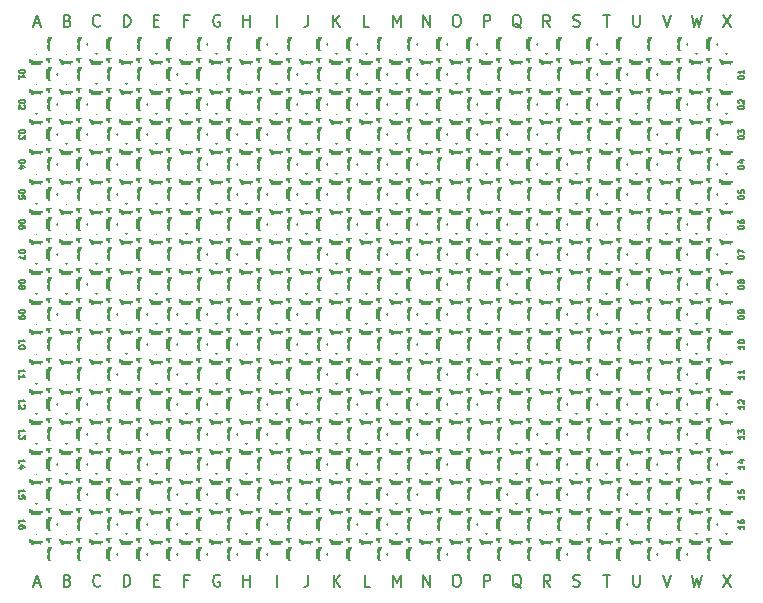
<source format=gbr>
G04 #@! TF.GenerationSoftware,KiCad,Pcbnew,9.0.1*
G04 #@! TF.CreationDate,2025-05-07T00:14:22-04:00*
G04 #@! TF.ProjectId,matrix-protoboard_18x24,6d617472-6978-42d7-9072-6f746f626f61,rev?*
G04 #@! TF.SameCoordinates,Original*
G04 #@! TF.FileFunction,Legend,Top*
G04 #@! TF.FilePolarity,Positive*
%FSLAX46Y46*%
G04 Gerber Fmt 4.6, Leading zero omitted, Abs format (unit mm)*
G04 Created by KiCad (PCBNEW 9.0.1) date 2025-05-07 00:14:22*
%MOMM*%
%LPD*%
G01*
G04 APERTURE LIST*
G04 Aperture macros list*
%AMRoundRect*
0 Rectangle with rounded corners*
0 $1 Rounding radius*
0 $2 $3 $4 $5 $6 $7 $8 $9 X,Y pos of 4 corners*
0 Add a 4 corners polygon primitive as box body*
4,1,4,$2,$3,$4,$5,$6,$7,$8,$9,$2,$3,0*
0 Add four circle primitives for the rounded corners*
1,1,$1+$1,$2,$3*
1,1,$1+$1,$4,$5*
1,1,$1+$1,$6,$7*
1,1,$1+$1,$8,$9*
0 Add four rect primitives between the rounded corners*
20,1,$1+$1,$2,$3,$4,$5,0*
20,1,$1+$1,$4,$5,$6,$7,0*
20,1,$1+$1,$6,$7,$8,$9,0*
20,1,$1+$1,$8,$9,$2,$3,0*%
%AMFreePoly0*
4,1,21,0.086827,0.303944,0.141500,0.265143,0.388900,0.017643,0.436240,-0.057732,0.446189,-0.146183,0.416773,-0.230192,0.353822,-0.293116,0.269803,-0.322497,0.247450,-0.323750,-0.247450,-0.323750,-0.334227,-0.303944,-0.403816,-0.248448,-0.442436,-0.168254,-0.442436,-0.079246,-0.403816,0.000948,-0.388900,0.017643,-0.141500,0.265143,-0.066144,0.312513,-0.000050,0.323750,0.000050,0.323750,
0.086827,0.303944,0.086827,0.303944,$1*%
%AMFreePoly1*
4,1,21,0.086827,0.321594,0.141496,0.282796,0.424196,-0.000004,0.471538,-0.075378,0.481488,-0.163827,0.452076,-0.247837,0.389126,-0.310764,0.305107,-0.340146,0.282750,-0.341400,-0.282750,-0.341400,-0.369527,-0.321594,-0.439116,-0.266098,-0.477735,-0.185904,-0.477736,-0.096896,-0.439116,-0.016702,-0.424196,-0.000004,-0.141496,0.282796,-0.066139,0.330165,-0.000050,0.341400,0.000050,0.341400,
0.086827,0.321594,0.086827,0.321594,$1*%
%AMFreePoly2*
4,1,21,0.086827,0.355194,0.141492,0.316401,0.491392,-0.033599,0.538736,-0.108971,0.548689,-0.197421,0.519280,-0.281431,0.456332,-0.344360,0.372314,-0.373746,0.349950,-0.375000,-0.349950,-0.375000,-0.436727,-0.355194,-0.506316,-0.299698,-0.544936,-0.219504,-0.544936,-0.130496,-0.506316,-0.050302,-0.491392,-0.033599,-0.141492,0.316401,-0.066133,0.363767,-0.000050,0.375000,0.000050,0.375000,
0.086827,0.355194,0.086827,0.355194,$1*%
G04 Aperture macros list end*
%ADD10C,0.150000*%
%ADD11C,0.127000*%
%ADD12FreePoly0,45.000000*%
%ADD13FreePoly1,315.000000*%
%ADD14FreePoly1,225.000000*%
%ADD15FreePoly2,0.000000*%
%ADD16RoundRect,0.200000X-0.350000X-0.425000X0.350000X-0.425000X0.350000X0.425000X-0.350000X0.425000X0*%
%ADD17FreePoly1,45.000000*%
%ADD18FreePoly1,135.000000*%
%ADD19FreePoly0,315.000000*%
%ADD20C,1.500000*%
%ADD21C,1.800000*%
%ADD22FreePoly0,135.000000*%
%ADD23FreePoly2,90.000000*%
%ADD24RoundRect,0.200000X0.425000X-0.350000X0.425000X0.350000X-0.425000X0.350000X-0.425000X-0.350000X0*%
%ADD25O,3.448000X1.924000*%
%ADD26RoundRect,0.200000X-0.235000X-0.260000X0.235000X-0.260000X0.235000X0.260000X-0.235000X0.260000X0*%
%ADD27C,2.600000*%
G04 APERTURE END LIST*
D10*
X124740952Y-178576057D02*
X124645714Y-178528438D01*
X124645714Y-178528438D02*
X124550476Y-178433200D01*
X124550476Y-178433200D02*
X124407619Y-178290342D01*
X124407619Y-178290342D02*
X124312381Y-178242723D01*
X124312381Y-178242723D02*
X124217143Y-178242723D01*
X124264762Y-178480819D02*
X124169524Y-178433200D01*
X124169524Y-178433200D02*
X124074286Y-178337961D01*
X124074286Y-178337961D02*
X124026667Y-178147485D01*
X124026667Y-178147485D02*
X124026667Y-177814152D01*
X124026667Y-177814152D02*
X124074286Y-177623676D01*
X124074286Y-177623676D02*
X124169524Y-177528438D01*
X124169524Y-177528438D02*
X124264762Y-177480819D01*
X124264762Y-177480819D02*
X124455238Y-177480819D01*
X124455238Y-177480819D02*
X124550476Y-177528438D01*
X124550476Y-177528438D02*
X124645714Y-177623676D01*
X124645714Y-177623676D02*
X124693333Y-177814152D01*
X124693333Y-177814152D02*
X124693333Y-178147485D01*
X124693333Y-178147485D02*
X124645714Y-178337961D01*
X124645714Y-178337961D02*
X124550476Y-178433200D01*
X124550476Y-178433200D02*
X124455238Y-178480819D01*
X124455238Y-178480819D02*
X124264762Y-178480819D01*
X127209523Y-178480819D02*
X126876190Y-178004628D01*
X126638095Y-178480819D02*
X126638095Y-177480819D01*
X126638095Y-177480819D02*
X127019047Y-177480819D01*
X127019047Y-177480819D02*
X127114285Y-177528438D01*
X127114285Y-177528438D02*
X127161904Y-177576057D01*
X127161904Y-177576057D02*
X127209523Y-177671295D01*
X127209523Y-177671295D02*
X127209523Y-177814152D01*
X127209523Y-177814152D02*
X127161904Y-177909390D01*
X127161904Y-177909390D02*
X127114285Y-177957009D01*
X127114285Y-177957009D02*
X127019047Y-178004628D01*
X127019047Y-178004628D02*
X126638095Y-178004628D01*
X131694286Y-130069819D02*
X132265714Y-130069819D01*
X131980000Y-131069819D02*
X131980000Y-130069819D01*
X111889523Y-131069819D02*
X111413333Y-131069819D01*
X111413333Y-131069819D02*
X111413333Y-130069819D01*
X89089523Y-130969580D02*
X89041904Y-131017200D01*
X89041904Y-131017200D02*
X88899047Y-131064819D01*
X88899047Y-131064819D02*
X88803809Y-131064819D01*
X88803809Y-131064819D02*
X88660952Y-131017200D01*
X88660952Y-131017200D02*
X88565714Y-130921961D01*
X88565714Y-130921961D02*
X88518095Y-130826723D01*
X88518095Y-130826723D02*
X88470476Y-130636247D01*
X88470476Y-130636247D02*
X88470476Y-130493390D01*
X88470476Y-130493390D02*
X88518095Y-130302914D01*
X88518095Y-130302914D02*
X88565714Y-130207676D01*
X88565714Y-130207676D02*
X88660952Y-130112438D01*
X88660952Y-130112438D02*
X88803809Y-130064819D01*
X88803809Y-130064819D02*
X88899047Y-130064819D01*
X88899047Y-130064819D02*
X89041904Y-130112438D01*
X89041904Y-130112438D02*
X89089523Y-130160057D01*
X86331428Y-177957009D02*
X86474285Y-178004628D01*
X86474285Y-178004628D02*
X86521904Y-178052247D01*
X86521904Y-178052247D02*
X86569523Y-178147485D01*
X86569523Y-178147485D02*
X86569523Y-178290342D01*
X86569523Y-178290342D02*
X86521904Y-178385580D01*
X86521904Y-178385580D02*
X86474285Y-178433200D01*
X86474285Y-178433200D02*
X86379047Y-178480819D01*
X86379047Y-178480819D02*
X85998095Y-178480819D01*
X85998095Y-178480819D02*
X85998095Y-177480819D01*
X85998095Y-177480819D02*
X86331428Y-177480819D01*
X86331428Y-177480819D02*
X86426666Y-177528438D01*
X86426666Y-177528438D02*
X86474285Y-177576057D01*
X86474285Y-177576057D02*
X86521904Y-177671295D01*
X86521904Y-177671295D02*
X86521904Y-177766533D01*
X86521904Y-177766533D02*
X86474285Y-177861771D01*
X86474285Y-177861771D02*
X86426666Y-177909390D01*
X86426666Y-177909390D02*
X86331428Y-177957009D01*
X86331428Y-177957009D02*
X85998095Y-177957009D01*
D11*
X143125406Y-155701095D02*
X143125406Y-155652714D01*
X143125406Y-155652714D02*
X143149596Y-155604333D01*
X143149596Y-155604333D02*
X143173787Y-155580143D01*
X143173787Y-155580143D02*
X143222168Y-155555952D01*
X143222168Y-155555952D02*
X143318930Y-155531762D01*
X143318930Y-155531762D02*
X143439882Y-155531762D01*
X143439882Y-155531762D02*
X143536644Y-155555952D01*
X143536644Y-155555952D02*
X143585025Y-155580143D01*
X143585025Y-155580143D02*
X143609216Y-155604333D01*
X143609216Y-155604333D02*
X143633406Y-155652714D01*
X143633406Y-155652714D02*
X143633406Y-155701095D01*
X143633406Y-155701095D02*
X143609216Y-155749476D01*
X143609216Y-155749476D02*
X143585025Y-155773667D01*
X143585025Y-155773667D02*
X143536644Y-155797857D01*
X143536644Y-155797857D02*
X143439882Y-155822048D01*
X143439882Y-155822048D02*
X143318930Y-155822048D01*
X143318930Y-155822048D02*
X143222168Y-155797857D01*
X143222168Y-155797857D02*
X143173787Y-155773667D01*
X143173787Y-155773667D02*
X143149596Y-155749476D01*
X143149596Y-155749476D02*
X143125406Y-155701095D01*
X143633406Y-155289857D02*
X143633406Y-155193095D01*
X143633406Y-155193095D02*
X143609216Y-155144714D01*
X143609216Y-155144714D02*
X143585025Y-155120523D01*
X143585025Y-155120523D02*
X143512454Y-155072142D01*
X143512454Y-155072142D02*
X143415692Y-155047952D01*
X143415692Y-155047952D02*
X143222168Y-155047952D01*
X143222168Y-155047952D02*
X143173787Y-155072142D01*
X143173787Y-155072142D02*
X143149596Y-155096333D01*
X143149596Y-155096333D02*
X143125406Y-155144714D01*
X143125406Y-155144714D02*
X143125406Y-155241476D01*
X143125406Y-155241476D02*
X143149596Y-155289857D01*
X143149596Y-155289857D02*
X143173787Y-155314047D01*
X143173787Y-155314047D02*
X143222168Y-155338238D01*
X143222168Y-155338238D02*
X143343120Y-155338238D01*
X143343120Y-155338238D02*
X143391501Y-155314047D01*
X143391501Y-155314047D02*
X143415692Y-155289857D01*
X143415692Y-155289857D02*
X143439882Y-155241476D01*
X143439882Y-155241476D02*
X143439882Y-155144714D01*
X143439882Y-155144714D02*
X143415692Y-155096333D01*
X143415692Y-155096333D02*
X143391501Y-155072142D01*
X143391501Y-155072142D02*
X143343120Y-155047952D01*
D10*
X141806667Y-177480819D02*
X142473333Y-178480819D01*
X142473333Y-177480819D02*
X141806667Y-178480819D01*
D11*
X82724593Y-137376904D02*
X82724593Y-137425285D01*
X82724593Y-137425285D02*
X82700403Y-137473666D01*
X82700403Y-137473666D02*
X82676212Y-137497856D01*
X82676212Y-137497856D02*
X82627831Y-137522047D01*
X82627831Y-137522047D02*
X82531069Y-137546237D01*
X82531069Y-137546237D02*
X82410117Y-137546237D01*
X82410117Y-137546237D02*
X82313355Y-137522047D01*
X82313355Y-137522047D02*
X82264974Y-137497856D01*
X82264974Y-137497856D02*
X82240784Y-137473666D01*
X82240784Y-137473666D02*
X82216593Y-137425285D01*
X82216593Y-137425285D02*
X82216593Y-137376904D01*
X82216593Y-137376904D02*
X82240784Y-137328523D01*
X82240784Y-137328523D02*
X82264974Y-137304332D01*
X82264974Y-137304332D02*
X82313355Y-137280142D01*
X82313355Y-137280142D02*
X82410117Y-137255951D01*
X82410117Y-137255951D02*
X82531069Y-137255951D01*
X82531069Y-137255951D02*
X82627831Y-137280142D01*
X82627831Y-137280142D02*
X82676212Y-137304332D01*
X82676212Y-137304332D02*
X82700403Y-137328523D01*
X82700403Y-137328523D02*
X82724593Y-137376904D01*
X82676212Y-137739761D02*
X82700403Y-137763952D01*
X82700403Y-137763952D02*
X82724593Y-137812333D01*
X82724593Y-137812333D02*
X82724593Y-137933285D01*
X82724593Y-137933285D02*
X82700403Y-137981666D01*
X82700403Y-137981666D02*
X82676212Y-138005857D01*
X82676212Y-138005857D02*
X82627831Y-138030047D01*
X82627831Y-138030047D02*
X82579450Y-138030047D01*
X82579450Y-138030047D02*
X82506879Y-138005857D01*
X82506879Y-138005857D02*
X82216593Y-137715571D01*
X82216593Y-137715571D02*
X82216593Y-138030047D01*
X82724593Y-139916904D02*
X82724593Y-139965285D01*
X82724593Y-139965285D02*
X82700403Y-140013666D01*
X82700403Y-140013666D02*
X82676212Y-140037856D01*
X82676212Y-140037856D02*
X82627831Y-140062047D01*
X82627831Y-140062047D02*
X82531069Y-140086237D01*
X82531069Y-140086237D02*
X82410117Y-140086237D01*
X82410117Y-140086237D02*
X82313355Y-140062047D01*
X82313355Y-140062047D02*
X82264974Y-140037856D01*
X82264974Y-140037856D02*
X82240784Y-140013666D01*
X82240784Y-140013666D02*
X82216593Y-139965285D01*
X82216593Y-139965285D02*
X82216593Y-139916904D01*
X82216593Y-139916904D02*
X82240784Y-139868523D01*
X82240784Y-139868523D02*
X82264974Y-139844332D01*
X82264974Y-139844332D02*
X82313355Y-139820142D01*
X82313355Y-139820142D02*
X82410117Y-139795951D01*
X82410117Y-139795951D02*
X82531069Y-139795951D01*
X82531069Y-139795951D02*
X82627831Y-139820142D01*
X82627831Y-139820142D02*
X82676212Y-139844332D01*
X82676212Y-139844332D02*
X82700403Y-139868523D01*
X82700403Y-139868523D02*
X82724593Y-139916904D01*
X82724593Y-140255571D02*
X82724593Y-140570047D01*
X82724593Y-140570047D02*
X82531069Y-140400714D01*
X82531069Y-140400714D02*
X82531069Y-140473285D01*
X82531069Y-140473285D02*
X82506879Y-140521666D01*
X82506879Y-140521666D02*
X82482688Y-140545857D01*
X82482688Y-140545857D02*
X82434307Y-140570047D01*
X82434307Y-140570047D02*
X82313355Y-140570047D01*
X82313355Y-140570047D02*
X82264974Y-140545857D01*
X82264974Y-140545857D02*
X82240784Y-140521666D01*
X82240784Y-140521666D02*
X82216593Y-140473285D01*
X82216593Y-140473285D02*
X82216593Y-140328142D01*
X82216593Y-140328142D02*
X82240784Y-140279761D01*
X82240784Y-140279761D02*
X82264974Y-140255571D01*
D10*
X104040000Y-131069819D02*
X104040000Y-130069819D01*
D11*
X143633406Y-158071762D02*
X143633406Y-158362048D01*
X143633406Y-158216905D02*
X143125406Y-158216905D01*
X143125406Y-158216905D02*
X143197977Y-158265286D01*
X143197977Y-158265286D02*
X143246358Y-158313667D01*
X143246358Y-158313667D02*
X143270549Y-158362048D01*
X143125406Y-157757285D02*
X143125406Y-157708904D01*
X143125406Y-157708904D02*
X143149596Y-157660523D01*
X143149596Y-157660523D02*
X143173787Y-157636333D01*
X143173787Y-157636333D02*
X143222168Y-157612142D01*
X143222168Y-157612142D02*
X143318930Y-157587952D01*
X143318930Y-157587952D02*
X143439882Y-157587952D01*
X143439882Y-157587952D02*
X143536644Y-157612142D01*
X143536644Y-157612142D02*
X143585025Y-157636333D01*
X143585025Y-157636333D02*
X143609216Y-157660523D01*
X143609216Y-157660523D02*
X143633406Y-157708904D01*
X143633406Y-157708904D02*
X143633406Y-157757285D01*
X143633406Y-157757285D02*
X143609216Y-157805666D01*
X143609216Y-157805666D02*
X143585025Y-157829857D01*
X143585025Y-157829857D02*
X143536644Y-157854047D01*
X143536644Y-157854047D02*
X143439882Y-157878238D01*
X143439882Y-157878238D02*
X143318930Y-157878238D01*
X143318930Y-157878238D02*
X143222168Y-157854047D01*
X143222168Y-157854047D02*
X143173787Y-157829857D01*
X143173787Y-157829857D02*
X143149596Y-157805666D01*
X143149596Y-157805666D02*
X143125406Y-157757285D01*
X143125406Y-140461095D02*
X143125406Y-140412714D01*
X143125406Y-140412714D02*
X143149596Y-140364333D01*
X143149596Y-140364333D02*
X143173787Y-140340143D01*
X143173787Y-140340143D02*
X143222168Y-140315952D01*
X143222168Y-140315952D02*
X143318930Y-140291762D01*
X143318930Y-140291762D02*
X143439882Y-140291762D01*
X143439882Y-140291762D02*
X143536644Y-140315952D01*
X143536644Y-140315952D02*
X143585025Y-140340143D01*
X143585025Y-140340143D02*
X143609216Y-140364333D01*
X143609216Y-140364333D02*
X143633406Y-140412714D01*
X143633406Y-140412714D02*
X143633406Y-140461095D01*
X143633406Y-140461095D02*
X143609216Y-140509476D01*
X143609216Y-140509476D02*
X143585025Y-140533667D01*
X143585025Y-140533667D02*
X143536644Y-140557857D01*
X143536644Y-140557857D02*
X143439882Y-140582048D01*
X143439882Y-140582048D02*
X143318930Y-140582048D01*
X143318930Y-140582048D02*
X143222168Y-140557857D01*
X143222168Y-140557857D02*
X143173787Y-140533667D01*
X143173787Y-140533667D02*
X143149596Y-140509476D01*
X143149596Y-140509476D02*
X143125406Y-140461095D01*
X143125406Y-140122428D02*
X143125406Y-139807952D01*
X143125406Y-139807952D02*
X143318930Y-139977285D01*
X143318930Y-139977285D02*
X143318930Y-139904714D01*
X143318930Y-139904714D02*
X143343120Y-139856333D01*
X143343120Y-139856333D02*
X143367311Y-139832142D01*
X143367311Y-139832142D02*
X143415692Y-139807952D01*
X143415692Y-139807952D02*
X143536644Y-139807952D01*
X143536644Y-139807952D02*
X143585025Y-139832142D01*
X143585025Y-139832142D02*
X143609216Y-139856333D01*
X143609216Y-139856333D02*
X143633406Y-139904714D01*
X143633406Y-139904714D02*
X143633406Y-140049857D01*
X143633406Y-140049857D02*
X143609216Y-140098238D01*
X143609216Y-140098238D02*
X143585025Y-140122428D01*
D10*
X83481905Y-178195104D02*
X83958095Y-178195104D01*
X83386667Y-178480819D02*
X83720000Y-177480819D01*
X83720000Y-177480819D02*
X84053333Y-178480819D01*
X129144286Y-131022200D02*
X129287143Y-131069819D01*
X129287143Y-131069819D02*
X129525238Y-131069819D01*
X129525238Y-131069819D02*
X129620476Y-131022200D01*
X129620476Y-131022200D02*
X129668095Y-130974580D01*
X129668095Y-130974580D02*
X129715714Y-130879342D01*
X129715714Y-130879342D02*
X129715714Y-130784104D01*
X129715714Y-130784104D02*
X129668095Y-130688866D01*
X129668095Y-130688866D02*
X129620476Y-130641247D01*
X129620476Y-130641247D02*
X129525238Y-130593628D01*
X129525238Y-130593628D02*
X129334762Y-130546009D01*
X129334762Y-130546009D02*
X129239524Y-130498390D01*
X129239524Y-130498390D02*
X129191905Y-130450771D01*
X129191905Y-130450771D02*
X129144286Y-130355533D01*
X129144286Y-130355533D02*
X129144286Y-130260295D01*
X129144286Y-130260295D02*
X129191905Y-130165057D01*
X129191905Y-130165057D02*
X129239524Y-130117438D01*
X129239524Y-130117438D02*
X129334762Y-130069819D01*
X129334762Y-130069819D02*
X129572857Y-130069819D01*
X129572857Y-130069819D02*
X129715714Y-130117438D01*
D11*
X82216593Y-170566237D02*
X82216593Y-170275951D01*
X82216593Y-170421094D02*
X82724593Y-170421094D01*
X82724593Y-170421094D02*
X82652022Y-170372713D01*
X82652022Y-170372713D02*
X82603641Y-170324332D01*
X82603641Y-170324332D02*
X82579450Y-170275951D01*
X82724593Y-171025857D02*
X82724593Y-170783952D01*
X82724593Y-170783952D02*
X82482688Y-170759761D01*
X82482688Y-170759761D02*
X82506879Y-170783952D01*
X82506879Y-170783952D02*
X82531069Y-170832333D01*
X82531069Y-170832333D02*
X82531069Y-170953285D01*
X82531069Y-170953285D02*
X82506879Y-171001666D01*
X82506879Y-171001666D02*
X82482688Y-171025857D01*
X82482688Y-171025857D02*
X82434307Y-171050047D01*
X82434307Y-171050047D02*
X82313355Y-171050047D01*
X82313355Y-171050047D02*
X82264974Y-171025857D01*
X82264974Y-171025857D02*
X82240784Y-171001666D01*
X82240784Y-171001666D02*
X82216593Y-170953285D01*
X82216593Y-170953285D02*
X82216593Y-170832333D01*
X82216593Y-170832333D02*
X82240784Y-170783952D01*
X82240784Y-170783952D02*
X82264974Y-170759761D01*
X143633406Y-168231762D02*
X143633406Y-168522048D01*
X143633406Y-168376905D02*
X143125406Y-168376905D01*
X143125406Y-168376905D02*
X143197977Y-168425286D01*
X143197977Y-168425286D02*
X143246358Y-168473667D01*
X143246358Y-168473667D02*
X143270549Y-168522048D01*
X143294739Y-167796333D02*
X143633406Y-167796333D01*
X143101216Y-167917285D02*
X143464073Y-168038238D01*
X143464073Y-168038238D02*
X143464073Y-167723761D01*
D10*
X139171429Y-177480819D02*
X139409524Y-178480819D01*
X139409524Y-178480819D02*
X139600000Y-177766533D01*
X139600000Y-177766533D02*
X139790476Y-178480819D01*
X139790476Y-178480819D02*
X140028572Y-177480819D01*
D11*
X82216593Y-168026237D02*
X82216593Y-167735951D01*
X82216593Y-167881094D02*
X82724593Y-167881094D01*
X82724593Y-167881094D02*
X82652022Y-167832713D01*
X82652022Y-167832713D02*
X82603641Y-167784332D01*
X82603641Y-167784332D02*
X82579450Y-167735951D01*
X82555260Y-168461666D02*
X82216593Y-168461666D01*
X82748784Y-168340714D02*
X82385926Y-168219761D01*
X82385926Y-168219761D02*
X82385926Y-168534238D01*
X82216593Y-165486237D02*
X82216593Y-165195951D01*
X82216593Y-165341094D02*
X82724593Y-165341094D01*
X82724593Y-165341094D02*
X82652022Y-165292713D01*
X82652022Y-165292713D02*
X82603641Y-165244332D01*
X82603641Y-165244332D02*
X82579450Y-165195951D01*
X82724593Y-165655571D02*
X82724593Y-165970047D01*
X82724593Y-165970047D02*
X82531069Y-165800714D01*
X82531069Y-165800714D02*
X82531069Y-165873285D01*
X82531069Y-165873285D02*
X82506879Y-165921666D01*
X82506879Y-165921666D02*
X82482688Y-165945857D01*
X82482688Y-165945857D02*
X82434307Y-165970047D01*
X82434307Y-165970047D02*
X82313355Y-165970047D01*
X82313355Y-165970047D02*
X82264974Y-165945857D01*
X82264974Y-165945857D02*
X82240784Y-165921666D01*
X82240784Y-165921666D02*
X82216593Y-165873285D01*
X82216593Y-165873285D02*
X82216593Y-165728142D01*
X82216593Y-165728142D02*
X82240784Y-165679761D01*
X82240784Y-165679761D02*
X82264974Y-165655571D01*
D10*
X83481905Y-130784104D02*
X83958095Y-130784104D01*
X83386667Y-131069819D02*
X83720000Y-130069819D01*
X83720000Y-130069819D02*
X84053333Y-131069819D01*
D11*
X82216593Y-162946237D02*
X82216593Y-162655951D01*
X82216593Y-162801094D02*
X82724593Y-162801094D01*
X82724593Y-162801094D02*
X82652022Y-162752713D01*
X82652022Y-162752713D02*
X82603641Y-162704332D01*
X82603641Y-162704332D02*
X82579450Y-162655951D01*
X82676212Y-163139761D02*
X82700403Y-163163952D01*
X82700403Y-163163952D02*
X82724593Y-163212333D01*
X82724593Y-163212333D02*
X82724593Y-163333285D01*
X82724593Y-163333285D02*
X82700403Y-163381666D01*
X82700403Y-163381666D02*
X82676212Y-163405857D01*
X82676212Y-163405857D02*
X82627831Y-163430047D01*
X82627831Y-163430047D02*
X82579450Y-163430047D01*
X82579450Y-163430047D02*
X82506879Y-163405857D01*
X82506879Y-163405857D02*
X82216593Y-163115571D01*
X82216593Y-163115571D02*
X82216593Y-163430047D01*
X82724593Y-142456904D02*
X82724593Y-142505285D01*
X82724593Y-142505285D02*
X82700403Y-142553666D01*
X82700403Y-142553666D02*
X82676212Y-142577856D01*
X82676212Y-142577856D02*
X82627831Y-142602047D01*
X82627831Y-142602047D02*
X82531069Y-142626237D01*
X82531069Y-142626237D02*
X82410117Y-142626237D01*
X82410117Y-142626237D02*
X82313355Y-142602047D01*
X82313355Y-142602047D02*
X82264974Y-142577856D01*
X82264974Y-142577856D02*
X82240784Y-142553666D01*
X82240784Y-142553666D02*
X82216593Y-142505285D01*
X82216593Y-142505285D02*
X82216593Y-142456904D01*
X82216593Y-142456904D02*
X82240784Y-142408523D01*
X82240784Y-142408523D02*
X82264974Y-142384332D01*
X82264974Y-142384332D02*
X82313355Y-142360142D01*
X82313355Y-142360142D02*
X82410117Y-142335951D01*
X82410117Y-142335951D02*
X82531069Y-142335951D01*
X82531069Y-142335951D02*
X82627831Y-142360142D01*
X82627831Y-142360142D02*
X82676212Y-142384332D01*
X82676212Y-142384332D02*
X82700403Y-142408523D01*
X82700403Y-142408523D02*
X82724593Y-142456904D01*
X82555260Y-143061666D02*
X82216593Y-143061666D01*
X82748784Y-142940714D02*
X82385926Y-142819761D01*
X82385926Y-142819761D02*
X82385926Y-143134238D01*
D10*
X136726667Y-177480819D02*
X137060000Y-178480819D01*
X137060000Y-178480819D02*
X137393333Y-177480819D01*
D11*
X82724593Y-134836904D02*
X82724593Y-134885285D01*
X82724593Y-134885285D02*
X82700403Y-134933666D01*
X82700403Y-134933666D02*
X82676212Y-134957856D01*
X82676212Y-134957856D02*
X82627831Y-134982047D01*
X82627831Y-134982047D02*
X82531069Y-135006237D01*
X82531069Y-135006237D02*
X82410117Y-135006237D01*
X82410117Y-135006237D02*
X82313355Y-134982047D01*
X82313355Y-134982047D02*
X82264974Y-134957856D01*
X82264974Y-134957856D02*
X82240784Y-134933666D01*
X82240784Y-134933666D02*
X82216593Y-134885285D01*
X82216593Y-134885285D02*
X82216593Y-134836904D01*
X82216593Y-134836904D02*
X82240784Y-134788523D01*
X82240784Y-134788523D02*
X82264974Y-134764332D01*
X82264974Y-134764332D02*
X82313355Y-134740142D01*
X82313355Y-134740142D02*
X82410117Y-134715951D01*
X82410117Y-134715951D02*
X82531069Y-134715951D01*
X82531069Y-134715951D02*
X82627831Y-134740142D01*
X82627831Y-134740142D02*
X82676212Y-134764332D01*
X82676212Y-134764332D02*
X82700403Y-134788523D01*
X82700403Y-134788523D02*
X82724593Y-134836904D01*
X82216593Y-135490047D02*
X82216593Y-135199761D01*
X82216593Y-135344904D02*
X82724593Y-135344904D01*
X82724593Y-135344904D02*
X82652022Y-135296523D01*
X82652022Y-135296523D02*
X82603641Y-135248142D01*
X82603641Y-135248142D02*
X82579450Y-135199761D01*
X82724593Y-144996904D02*
X82724593Y-145045285D01*
X82724593Y-145045285D02*
X82700403Y-145093666D01*
X82700403Y-145093666D02*
X82676212Y-145117856D01*
X82676212Y-145117856D02*
X82627831Y-145142047D01*
X82627831Y-145142047D02*
X82531069Y-145166237D01*
X82531069Y-145166237D02*
X82410117Y-145166237D01*
X82410117Y-145166237D02*
X82313355Y-145142047D01*
X82313355Y-145142047D02*
X82264974Y-145117856D01*
X82264974Y-145117856D02*
X82240784Y-145093666D01*
X82240784Y-145093666D02*
X82216593Y-145045285D01*
X82216593Y-145045285D02*
X82216593Y-144996904D01*
X82216593Y-144996904D02*
X82240784Y-144948523D01*
X82240784Y-144948523D02*
X82264974Y-144924332D01*
X82264974Y-144924332D02*
X82313355Y-144900142D01*
X82313355Y-144900142D02*
X82410117Y-144875951D01*
X82410117Y-144875951D02*
X82531069Y-144875951D01*
X82531069Y-144875951D02*
X82627831Y-144900142D01*
X82627831Y-144900142D02*
X82676212Y-144924332D01*
X82676212Y-144924332D02*
X82700403Y-144948523D01*
X82700403Y-144948523D02*
X82724593Y-144996904D01*
X82724593Y-145625857D02*
X82724593Y-145383952D01*
X82724593Y-145383952D02*
X82482688Y-145359761D01*
X82482688Y-145359761D02*
X82506879Y-145383952D01*
X82506879Y-145383952D02*
X82531069Y-145432333D01*
X82531069Y-145432333D02*
X82531069Y-145553285D01*
X82531069Y-145553285D02*
X82506879Y-145601666D01*
X82506879Y-145601666D02*
X82482688Y-145625857D01*
X82482688Y-145625857D02*
X82434307Y-145650047D01*
X82434307Y-145650047D02*
X82313355Y-145650047D01*
X82313355Y-145650047D02*
X82264974Y-145625857D01*
X82264974Y-145625857D02*
X82240784Y-145601666D01*
X82240784Y-145601666D02*
X82216593Y-145553285D01*
X82216593Y-145553285D02*
X82216593Y-145432333D01*
X82216593Y-145432333D02*
X82240784Y-145383952D01*
X82240784Y-145383952D02*
X82264974Y-145359761D01*
D10*
X93665714Y-177957009D02*
X93999047Y-177957009D01*
X94141904Y-178480819D02*
X93665714Y-178480819D01*
X93665714Y-178480819D02*
X93665714Y-177480819D01*
X93665714Y-177480819D02*
X94141904Y-177480819D01*
D11*
X143125406Y-148081095D02*
X143125406Y-148032714D01*
X143125406Y-148032714D02*
X143149596Y-147984333D01*
X143149596Y-147984333D02*
X143173787Y-147960143D01*
X143173787Y-147960143D02*
X143222168Y-147935952D01*
X143222168Y-147935952D02*
X143318930Y-147911762D01*
X143318930Y-147911762D02*
X143439882Y-147911762D01*
X143439882Y-147911762D02*
X143536644Y-147935952D01*
X143536644Y-147935952D02*
X143585025Y-147960143D01*
X143585025Y-147960143D02*
X143609216Y-147984333D01*
X143609216Y-147984333D02*
X143633406Y-148032714D01*
X143633406Y-148032714D02*
X143633406Y-148081095D01*
X143633406Y-148081095D02*
X143609216Y-148129476D01*
X143609216Y-148129476D02*
X143585025Y-148153667D01*
X143585025Y-148153667D02*
X143536644Y-148177857D01*
X143536644Y-148177857D02*
X143439882Y-148202048D01*
X143439882Y-148202048D02*
X143318930Y-148202048D01*
X143318930Y-148202048D02*
X143222168Y-148177857D01*
X143222168Y-148177857D02*
X143173787Y-148153667D01*
X143173787Y-148153667D02*
X143149596Y-148129476D01*
X143149596Y-148129476D02*
X143125406Y-148081095D01*
X143125406Y-147476333D02*
X143125406Y-147573095D01*
X143125406Y-147573095D02*
X143149596Y-147621476D01*
X143149596Y-147621476D02*
X143173787Y-147645666D01*
X143173787Y-147645666D02*
X143246358Y-147694047D01*
X143246358Y-147694047D02*
X143343120Y-147718238D01*
X143343120Y-147718238D02*
X143536644Y-147718238D01*
X143536644Y-147718238D02*
X143585025Y-147694047D01*
X143585025Y-147694047D02*
X143609216Y-147669857D01*
X143609216Y-147669857D02*
X143633406Y-147621476D01*
X143633406Y-147621476D02*
X143633406Y-147524714D01*
X143633406Y-147524714D02*
X143609216Y-147476333D01*
X143609216Y-147476333D02*
X143585025Y-147452142D01*
X143585025Y-147452142D02*
X143536644Y-147427952D01*
X143536644Y-147427952D02*
X143415692Y-147427952D01*
X143415692Y-147427952D02*
X143367311Y-147452142D01*
X143367311Y-147452142D02*
X143343120Y-147476333D01*
X143343120Y-147476333D02*
X143318930Y-147524714D01*
X143318930Y-147524714D02*
X143318930Y-147621476D01*
X143318930Y-147621476D02*
X143343120Y-147669857D01*
X143343120Y-147669857D02*
X143367311Y-147694047D01*
X143367311Y-147694047D02*
X143415692Y-147718238D01*
X143633406Y-163151762D02*
X143633406Y-163442048D01*
X143633406Y-163296905D02*
X143125406Y-163296905D01*
X143125406Y-163296905D02*
X143197977Y-163345286D01*
X143197977Y-163345286D02*
X143246358Y-163393667D01*
X143246358Y-163393667D02*
X143270549Y-163442048D01*
X143173787Y-162958238D02*
X143149596Y-162934047D01*
X143149596Y-162934047D02*
X143125406Y-162885666D01*
X143125406Y-162885666D02*
X143125406Y-162764714D01*
X143125406Y-162764714D02*
X143149596Y-162716333D01*
X143149596Y-162716333D02*
X143173787Y-162692142D01*
X143173787Y-162692142D02*
X143222168Y-162667952D01*
X143222168Y-162667952D02*
X143270549Y-162667952D01*
X143270549Y-162667952D02*
X143343120Y-162692142D01*
X143343120Y-162692142D02*
X143633406Y-162982428D01*
X143633406Y-162982428D02*
X143633406Y-162667952D01*
D10*
X96562857Y-130546009D02*
X96229524Y-130546009D01*
X96229524Y-131069819D02*
X96229524Y-130069819D01*
X96229524Y-130069819D02*
X96705714Y-130069819D01*
D11*
X143633406Y-160611762D02*
X143633406Y-160902048D01*
X143633406Y-160756905D02*
X143125406Y-160756905D01*
X143125406Y-160756905D02*
X143197977Y-160805286D01*
X143197977Y-160805286D02*
X143246358Y-160853667D01*
X143246358Y-160853667D02*
X143270549Y-160902048D01*
X143633406Y-160127952D02*
X143633406Y-160418238D01*
X143633406Y-160273095D02*
X143125406Y-160273095D01*
X143125406Y-160273095D02*
X143197977Y-160321476D01*
X143197977Y-160321476D02*
X143246358Y-160369857D01*
X143246358Y-160369857D02*
X143270549Y-160418238D01*
D10*
X86331428Y-130551009D02*
X86474285Y-130598628D01*
X86474285Y-130598628D02*
X86521904Y-130646247D01*
X86521904Y-130646247D02*
X86569523Y-130741485D01*
X86569523Y-130741485D02*
X86569523Y-130884342D01*
X86569523Y-130884342D02*
X86521904Y-130979580D01*
X86521904Y-130979580D02*
X86474285Y-131027200D01*
X86474285Y-131027200D02*
X86379047Y-131074819D01*
X86379047Y-131074819D02*
X85998095Y-131074819D01*
X85998095Y-131074819D02*
X85998095Y-130074819D01*
X85998095Y-130074819D02*
X86331428Y-130074819D01*
X86331428Y-130074819D02*
X86426666Y-130122438D01*
X86426666Y-130122438D02*
X86474285Y-130170057D01*
X86474285Y-130170057D02*
X86521904Y-130265295D01*
X86521904Y-130265295D02*
X86521904Y-130360533D01*
X86521904Y-130360533D02*
X86474285Y-130455771D01*
X86474285Y-130455771D02*
X86426666Y-130503390D01*
X86426666Y-130503390D02*
X86331428Y-130551009D01*
X86331428Y-130551009D02*
X85998095Y-130551009D01*
X111969523Y-178480819D02*
X111493333Y-178480819D01*
X111493333Y-178480819D02*
X111493333Y-177480819D01*
X106722857Y-130069819D02*
X106722857Y-130784104D01*
X106722857Y-130784104D02*
X106675238Y-130926961D01*
X106675238Y-130926961D02*
X106580000Y-131022200D01*
X106580000Y-131022200D02*
X106437143Y-131069819D01*
X106437143Y-131069819D02*
X106341905Y-131069819D01*
X134234286Y-130069819D02*
X134234286Y-130879342D01*
X134234286Y-130879342D02*
X134281905Y-130974580D01*
X134281905Y-130974580D02*
X134329524Y-131022200D01*
X134329524Y-131022200D02*
X134424762Y-131069819D01*
X134424762Y-131069819D02*
X134615238Y-131069819D01*
X134615238Y-131069819D02*
X134710476Y-131022200D01*
X134710476Y-131022200D02*
X134758095Y-130974580D01*
X134758095Y-130974580D02*
X134805714Y-130879342D01*
X134805714Y-130879342D02*
X134805714Y-130069819D01*
X113871667Y-131069819D02*
X113871667Y-130069819D01*
X113871667Y-130069819D02*
X114205000Y-130784104D01*
X114205000Y-130784104D02*
X114538333Y-130069819D01*
X114538333Y-130069819D02*
X114538333Y-131069819D01*
X106722857Y-177480819D02*
X106722857Y-178195104D01*
X106722857Y-178195104D02*
X106675238Y-178337961D01*
X106675238Y-178337961D02*
X106580000Y-178433200D01*
X106580000Y-178433200D02*
X106437143Y-178480819D01*
X106437143Y-178480819D02*
X106341905Y-178480819D01*
X136726667Y-130069819D02*
X137060000Y-131069819D01*
X137060000Y-131069819D02*
X137393333Y-130069819D01*
D11*
X82724593Y-155156904D02*
X82724593Y-155205285D01*
X82724593Y-155205285D02*
X82700403Y-155253666D01*
X82700403Y-155253666D02*
X82676212Y-155277856D01*
X82676212Y-155277856D02*
X82627831Y-155302047D01*
X82627831Y-155302047D02*
X82531069Y-155326237D01*
X82531069Y-155326237D02*
X82410117Y-155326237D01*
X82410117Y-155326237D02*
X82313355Y-155302047D01*
X82313355Y-155302047D02*
X82264974Y-155277856D01*
X82264974Y-155277856D02*
X82240784Y-155253666D01*
X82240784Y-155253666D02*
X82216593Y-155205285D01*
X82216593Y-155205285D02*
X82216593Y-155156904D01*
X82216593Y-155156904D02*
X82240784Y-155108523D01*
X82240784Y-155108523D02*
X82264974Y-155084332D01*
X82264974Y-155084332D02*
X82313355Y-155060142D01*
X82313355Y-155060142D02*
X82410117Y-155035951D01*
X82410117Y-155035951D02*
X82531069Y-155035951D01*
X82531069Y-155035951D02*
X82627831Y-155060142D01*
X82627831Y-155060142D02*
X82676212Y-155084332D01*
X82676212Y-155084332D02*
X82700403Y-155108523D01*
X82700403Y-155108523D02*
X82724593Y-155156904D01*
X82216593Y-155568142D02*
X82216593Y-155664904D01*
X82216593Y-155664904D02*
X82240784Y-155713285D01*
X82240784Y-155713285D02*
X82264974Y-155737476D01*
X82264974Y-155737476D02*
X82337545Y-155785857D01*
X82337545Y-155785857D02*
X82434307Y-155810047D01*
X82434307Y-155810047D02*
X82627831Y-155810047D01*
X82627831Y-155810047D02*
X82676212Y-155785857D01*
X82676212Y-155785857D02*
X82700403Y-155761666D01*
X82700403Y-155761666D02*
X82724593Y-155713285D01*
X82724593Y-155713285D02*
X82724593Y-155616523D01*
X82724593Y-155616523D02*
X82700403Y-155568142D01*
X82700403Y-155568142D02*
X82676212Y-155543952D01*
X82676212Y-155543952D02*
X82627831Y-155519761D01*
X82627831Y-155519761D02*
X82506879Y-155519761D01*
X82506879Y-155519761D02*
X82458498Y-155543952D01*
X82458498Y-155543952D02*
X82434307Y-155568142D01*
X82434307Y-155568142D02*
X82410117Y-155616523D01*
X82410117Y-155616523D02*
X82410117Y-155713285D01*
X82410117Y-155713285D02*
X82434307Y-155761666D01*
X82434307Y-155761666D02*
X82458498Y-155785857D01*
X82458498Y-155785857D02*
X82506879Y-155810047D01*
X82216593Y-157866237D02*
X82216593Y-157575951D01*
X82216593Y-157721094D02*
X82724593Y-157721094D01*
X82724593Y-157721094D02*
X82652022Y-157672713D01*
X82652022Y-157672713D02*
X82603641Y-157624332D01*
X82603641Y-157624332D02*
X82579450Y-157575951D01*
X82724593Y-158180714D02*
X82724593Y-158229095D01*
X82724593Y-158229095D02*
X82700403Y-158277476D01*
X82700403Y-158277476D02*
X82676212Y-158301666D01*
X82676212Y-158301666D02*
X82627831Y-158325857D01*
X82627831Y-158325857D02*
X82531069Y-158350047D01*
X82531069Y-158350047D02*
X82410117Y-158350047D01*
X82410117Y-158350047D02*
X82313355Y-158325857D01*
X82313355Y-158325857D02*
X82264974Y-158301666D01*
X82264974Y-158301666D02*
X82240784Y-158277476D01*
X82240784Y-158277476D02*
X82216593Y-158229095D01*
X82216593Y-158229095D02*
X82216593Y-158180714D01*
X82216593Y-158180714D02*
X82240784Y-158132333D01*
X82240784Y-158132333D02*
X82264974Y-158108142D01*
X82264974Y-158108142D02*
X82313355Y-158083952D01*
X82313355Y-158083952D02*
X82410117Y-158059761D01*
X82410117Y-158059761D02*
X82531069Y-158059761D01*
X82531069Y-158059761D02*
X82627831Y-158083952D01*
X82627831Y-158083952D02*
X82676212Y-158108142D01*
X82676212Y-158108142D02*
X82700403Y-158132333D01*
X82700403Y-158132333D02*
X82724593Y-158180714D01*
D10*
X99216904Y-130117438D02*
X99121666Y-130069819D01*
X99121666Y-130069819D02*
X98978809Y-130069819D01*
X98978809Y-130069819D02*
X98835952Y-130117438D01*
X98835952Y-130117438D02*
X98740714Y-130212676D01*
X98740714Y-130212676D02*
X98693095Y-130307914D01*
X98693095Y-130307914D02*
X98645476Y-130498390D01*
X98645476Y-130498390D02*
X98645476Y-130641247D01*
X98645476Y-130641247D02*
X98693095Y-130831723D01*
X98693095Y-130831723D02*
X98740714Y-130926961D01*
X98740714Y-130926961D02*
X98835952Y-131022200D01*
X98835952Y-131022200D02*
X98978809Y-131069819D01*
X98978809Y-131069819D02*
X99074047Y-131069819D01*
X99074047Y-131069819D02*
X99216904Y-131022200D01*
X99216904Y-131022200D02*
X99264523Y-130974580D01*
X99264523Y-130974580D02*
X99264523Y-130641247D01*
X99264523Y-130641247D02*
X99074047Y-130641247D01*
X119184762Y-177480819D02*
X119375238Y-177480819D01*
X119375238Y-177480819D02*
X119470476Y-177528438D01*
X119470476Y-177528438D02*
X119565714Y-177623676D01*
X119565714Y-177623676D02*
X119613333Y-177814152D01*
X119613333Y-177814152D02*
X119613333Y-178147485D01*
X119613333Y-178147485D02*
X119565714Y-178337961D01*
X119565714Y-178337961D02*
X119470476Y-178433200D01*
X119470476Y-178433200D02*
X119375238Y-178480819D01*
X119375238Y-178480819D02*
X119184762Y-178480819D01*
X119184762Y-178480819D02*
X119089524Y-178433200D01*
X119089524Y-178433200D02*
X118994286Y-178337961D01*
X118994286Y-178337961D02*
X118946667Y-178147485D01*
X118946667Y-178147485D02*
X118946667Y-177814152D01*
X118946667Y-177814152D02*
X118994286Y-177623676D01*
X118994286Y-177623676D02*
X119089524Y-177528438D01*
X119089524Y-177528438D02*
X119184762Y-177480819D01*
X101219286Y-131069819D02*
X101219286Y-130069819D01*
X101219286Y-130546009D02*
X101790714Y-130546009D01*
X101790714Y-131069819D02*
X101790714Y-130069819D01*
X127189523Y-131094819D02*
X126856190Y-130618628D01*
X126618095Y-131094819D02*
X126618095Y-130094819D01*
X126618095Y-130094819D02*
X126999047Y-130094819D01*
X126999047Y-130094819D02*
X127094285Y-130142438D01*
X127094285Y-130142438D02*
X127141904Y-130190057D01*
X127141904Y-130190057D02*
X127189523Y-130285295D01*
X127189523Y-130285295D02*
X127189523Y-130428152D01*
X127189523Y-130428152D02*
X127141904Y-130523390D01*
X127141904Y-130523390D02*
X127094285Y-130571009D01*
X127094285Y-130571009D02*
X126999047Y-130618628D01*
X126999047Y-130618628D02*
X126618095Y-130618628D01*
X134234286Y-177480819D02*
X134234286Y-178290342D01*
X134234286Y-178290342D02*
X134281905Y-178385580D01*
X134281905Y-178385580D02*
X134329524Y-178433200D01*
X134329524Y-178433200D02*
X134424762Y-178480819D01*
X134424762Y-178480819D02*
X134615238Y-178480819D01*
X134615238Y-178480819D02*
X134710476Y-178433200D01*
X134710476Y-178433200D02*
X134758095Y-178385580D01*
X134758095Y-178385580D02*
X134805714Y-178290342D01*
X134805714Y-178290342D02*
X134805714Y-177480819D01*
D11*
X82724593Y-150076904D02*
X82724593Y-150125285D01*
X82724593Y-150125285D02*
X82700403Y-150173666D01*
X82700403Y-150173666D02*
X82676212Y-150197856D01*
X82676212Y-150197856D02*
X82627831Y-150222047D01*
X82627831Y-150222047D02*
X82531069Y-150246237D01*
X82531069Y-150246237D02*
X82410117Y-150246237D01*
X82410117Y-150246237D02*
X82313355Y-150222047D01*
X82313355Y-150222047D02*
X82264974Y-150197856D01*
X82264974Y-150197856D02*
X82240784Y-150173666D01*
X82240784Y-150173666D02*
X82216593Y-150125285D01*
X82216593Y-150125285D02*
X82216593Y-150076904D01*
X82216593Y-150076904D02*
X82240784Y-150028523D01*
X82240784Y-150028523D02*
X82264974Y-150004332D01*
X82264974Y-150004332D02*
X82313355Y-149980142D01*
X82313355Y-149980142D02*
X82410117Y-149955951D01*
X82410117Y-149955951D02*
X82531069Y-149955951D01*
X82531069Y-149955951D02*
X82627831Y-149980142D01*
X82627831Y-149980142D02*
X82676212Y-150004332D01*
X82676212Y-150004332D02*
X82700403Y-150028523D01*
X82700403Y-150028523D02*
X82724593Y-150076904D01*
X82724593Y-150415571D02*
X82724593Y-150754238D01*
X82724593Y-150754238D02*
X82216593Y-150536523D01*
D10*
X89109523Y-178385580D02*
X89061904Y-178433200D01*
X89061904Y-178433200D02*
X88919047Y-178480819D01*
X88919047Y-178480819D02*
X88823809Y-178480819D01*
X88823809Y-178480819D02*
X88680952Y-178433200D01*
X88680952Y-178433200D02*
X88585714Y-178337961D01*
X88585714Y-178337961D02*
X88538095Y-178242723D01*
X88538095Y-178242723D02*
X88490476Y-178052247D01*
X88490476Y-178052247D02*
X88490476Y-177909390D01*
X88490476Y-177909390D02*
X88538095Y-177718914D01*
X88538095Y-177718914D02*
X88585714Y-177623676D01*
X88585714Y-177623676D02*
X88680952Y-177528438D01*
X88680952Y-177528438D02*
X88823809Y-177480819D01*
X88823809Y-177480819D02*
X88919047Y-177480819D01*
X88919047Y-177480819D02*
X89061904Y-177528438D01*
X89061904Y-177528438D02*
X89109523Y-177576057D01*
D11*
X82724593Y-147536904D02*
X82724593Y-147585285D01*
X82724593Y-147585285D02*
X82700403Y-147633666D01*
X82700403Y-147633666D02*
X82676212Y-147657856D01*
X82676212Y-147657856D02*
X82627831Y-147682047D01*
X82627831Y-147682047D02*
X82531069Y-147706237D01*
X82531069Y-147706237D02*
X82410117Y-147706237D01*
X82410117Y-147706237D02*
X82313355Y-147682047D01*
X82313355Y-147682047D02*
X82264974Y-147657856D01*
X82264974Y-147657856D02*
X82240784Y-147633666D01*
X82240784Y-147633666D02*
X82216593Y-147585285D01*
X82216593Y-147585285D02*
X82216593Y-147536904D01*
X82216593Y-147536904D02*
X82240784Y-147488523D01*
X82240784Y-147488523D02*
X82264974Y-147464332D01*
X82264974Y-147464332D02*
X82313355Y-147440142D01*
X82313355Y-147440142D02*
X82410117Y-147415951D01*
X82410117Y-147415951D02*
X82531069Y-147415951D01*
X82531069Y-147415951D02*
X82627831Y-147440142D01*
X82627831Y-147440142D02*
X82676212Y-147464332D01*
X82676212Y-147464332D02*
X82700403Y-147488523D01*
X82700403Y-147488523D02*
X82724593Y-147536904D01*
X82724593Y-148141666D02*
X82724593Y-148044904D01*
X82724593Y-148044904D02*
X82700403Y-147996523D01*
X82700403Y-147996523D02*
X82676212Y-147972333D01*
X82676212Y-147972333D02*
X82603641Y-147923952D01*
X82603641Y-147923952D02*
X82506879Y-147899761D01*
X82506879Y-147899761D02*
X82313355Y-147899761D01*
X82313355Y-147899761D02*
X82264974Y-147923952D01*
X82264974Y-147923952D02*
X82240784Y-147948142D01*
X82240784Y-147948142D02*
X82216593Y-147996523D01*
X82216593Y-147996523D02*
X82216593Y-148093285D01*
X82216593Y-148093285D02*
X82240784Y-148141666D01*
X82240784Y-148141666D02*
X82264974Y-148165857D01*
X82264974Y-148165857D02*
X82313355Y-148190047D01*
X82313355Y-148190047D02*
X82434307Y-148190047D01*
X82434307Y-148190047D02*
X82482688Y-148165857D01*
X82482688Y-148165857D02*
X82506879Y-148141666D01*
X82506879Y-148141666D02*
X82531069Y-148093285D01*
X82531069Y-148093285D02*
X82531069Y-147996523D01*
X82531069Y-147996523D02*
X82506879Y-147948142D01*
X82506879Y-147948142D02*
X82482688Y-147923952D01*
X82482688Y-147923952D02*
X82434307Y-147899761D01*
D10*
X93640714Y-130546009D02*
X93974047Y-130546009D01*
X94116904Y-131069819D02*
X93640714Y-131069819D01*
X93640714Y-131069819D02*
X93640714Y-130069819D01*
X93640714Y-130069819D02*
X94116904Y-130069819D01*
X104040000Y-178480819D02*
X104040000Y-177480819D01*
D11*
X143125406Y-150621095D02*
X143125406Y-150572714D01*
X143125406Y-150572714D02*
X143149596Y-150524333D01*
X143149596Y-150524333D02*
X143173787Y-150500143D01*
X143173787Y-150500143D02*
X143222168Y-150475952D01*
X143222168Y-150475952D02*
X143318930Y-150451762D01*
X143318930Y-150451762D02*
X143439882Y-150451762D01*
X143439882Y-150451762D02*
X143536644Y-150475952D01*
X143536644Y-150475952D02*
X143585025Y-150500143D01*
X143585025Y-150500143D02*
X143609216Y-150524333D01*
X143609216Y-150524333D02*
X143633406Y-150572714D01*
X143633406Y-150572714D02*
X143633406Y-150621095D01*
X143633406Y-150621095D02*
X143609216Y-150669476D01*
X143609216Y-150669476D02*
X143585025Y-150693667D01*
X143585025Y-150693667D02*
X143536644Y-150717857D01*
X143536644Y-150717857D02*
X143439882Y-150742048D01*
X143439882Y-150742048D02*
X143318930Y-150742048D01*
X143318930Y-150742048D02*
X143222168Y-150717857D01*
X143222168Y-150717857D02*
X143173787Y-150693667D01*
X143173787Y-150693667D02*
X143149596Y-150669476D01*
X143149596Y-150669476D02*
X143125406Y-150621095D01*
X143125406Y-150282428D02*
X143125406Y-149943761D01*
X143125406Y-149943761D02*
X143633406Y-150161476D01*
D10*
X116454286Y-131069819D02*
X116454286Y-130069819D01*
X116454286Y-130069819D02*
X117025714Y-131069819D01*
X117025714Y-131069819D02*
X117025714Y-130069819D01*
X91093095Y-131094819D02*
X91093095Y-130094819D01*
X91093095Y-130094819D02*
X91331190Y-130094819D01*
X91331190Y-130094819D02*
X91474047Y-130142438D01*
X91474047Y-130142438D02*
X91569285Y-130237676D01*
X91569285Y-130237676D02*
X91616904Y-130332914D01*
X91616904Y-130332914D02*
X91664523Y-130523390D01*
X91664523Y-130523390D02*
X91664523Y-130666247D01*
X91664523Y-130666247D02*
X91616904Y-130856723D01*
X91616904Y-130856723D02*
X91569285Y-130951961D01*
X91569285Y-130951961D02*
X91474047Y-131047200D01*
X91474047Y-131047200D02*
X91331190Y-131094819D01*
X91331190Y-131094819D02*
X91093095Y-131094819D01*
D11*
X143125406Y-153161095D02*
X143125406Y-153112714D01*
X143125406Y-153112714D02*
X143149596Y-153064333D01*
X143149596Y-153064333D02*
X143173787Y-153040143D01*
X143173787Y-153040143D02*
X143222168Y-153015952D01*
X143222168Y-153015952D02*
X143318930Y-152991762D01*
X143318930Y-152991762D02*
X143439882Y-152991762D01*
X143439882Y-152991762D02*
X143536644Y-153015952D01*
X143536644Y-153015952D02*
X143585025Y-153040143D01*
X143585025Y-153040143D02*
X143609216Y-153064333D01*
X143609216Y-153064333D02*
X143633406Y-153112714D01*
X143633406Y-153112714D02*
X143633406Y-153161095D01*
X143633406Y-153161095D02*
X143609216Y-153209476D01*
X143609216Y-153209476D02*
X143585025Y-153233667D01*
X143585025Y-153233667D02*
X143536644Y-153257857D01*
X143536644Y-153257857D02*
X143439882Y-153282048D01*
X143439882Y-153282048D02*
X143318930Y-153282048D01*
X143318930Y-153282048D02*
X143222168Y-153257857D01*
X143222168Y-153257857D02*
X143173787Y-153233667D01*
X143173787Y-153233667D02*
X143149596Y-153209476D01*
X143149596Y-153209476D02*
X143125406Y-153161095D01*
X143343120Y-152701476D02*
X143318930Y-152749857D01*
X143318930Y-152749857D02*
X143294739Y-152774047D01*
X143294739Y-152774047D02*
X143246358Y-152798238D01*
X143246358Y-152798238D02*
X143222168Y-152798238D01*
X143222168Y-152798238D02*
X143173787Y-152774047D01*
X143173787Y-152774047D02*
X143149596Y-152749857D01*
X143149596Y-152749857D02*
X143125406Y-152701476D01*
X143125406Y-152701476D02*
X143125406Y-152604714D01*
X143125406Y-152604714D02*
X143149596Y-152556333D01*
X143149596Y-152556333D02*
X143173787Y-152532142D01*
X143173787Y-152532142D02*
X143222168Y-152507952D01*
X143222168Y-152507952D02*
X143246358Y-152507952D01*
X143246358Y-152507952D02*
X143294739Y-152532142D01*
X143294739Y-152532142D02*
X143318930Y-152556333D01*
X143318930Y-152556333D02*
X143343120Y-152604714D01*
X143343120Y-152604714D02*
X143343120Y-152701476D01*
X143343120Y-152701476D02*
X143367311Y-152749857D01*
X143367311Y-152749857D02*
X143391501Y-152774047D01*
X143391501Y-152774047D02*
X143439882Y-152798238D01*
X143439882Y-152798238D02*
X143536644Y-152798238D01*
X143536644Y-152798238D02*
X143585025Y-152774047D01*
X143585025Y-152774047D02*
X143609216Y-152749857D01*
X143609216Y-152749857D02*
X143633406Y-152701476D01*
X143633406Y-152701476D02*
X143633406Y-152604714D01*
X143633406Y-152604714D02*
X143609216Y-152556333D01*
X143609216Y-152556333D02*
X143585025Y-152532142D01*
X143585025Y-152532142D02*
X143536644Y-152507952D01*
X143536644Y-152507952D02*
X143439882Y-152507952D01*
X143439882Y-152507952D02*
X143391501Y-152532142D01*
X143391501Y-152532142D02*
X143367311Y-152556333D01*
X143367311Y-152556333D02*
X143343120Y-152604714D01*
D10*
X108818095Y-131069819D02*
X108818095Y-130069819D01*
X109389523Y-131069819D02*
X108960952Y-130498390D01*
X109389523Y-130069819D02*
X108818095Y-130641247D01*
D11*
X82216593Y-173106237D02*
X82216593Y-172815951D01*
X82216593Y-172961094D02*
X82724593Y-172961094D01*
X82724593Y-172961094D02*
X82652022Y-172912713D01*
X82652022Y-172912713D02*
X82603641Y-172864332D01*
X82603641Y-172864332D02*
X82579450Y-172815951D01*
X82724593Y-173541666D02*
X82724593Y-173444904D01*
X82724593Y-173444904D02*
X82700403Y-173396523D01*
X82700403Y-173396523D02*
X82676212Y-173372333D01*
X82676212Y-173372333D02*
X82603641Y-173323952D01*
X82603641Y-173323952D02*
X82506879Y-173299761D01*
X82506879Y-173299761D02*
X82313355Y-173299761D01*
X82313355Y-173299761D02*
X82264974Y-173323952D01*
X82264974Y-173323952D02*
X82240784Y-173348142D01*
X82240784Y-173348142D02*
X82216593Y-173396523D01*
X82216593Y-173396523D02*
X82216593Y-173493285D01*
X82216593Y-173493285D02*
X82240784Y-173541666D01*
X82240784Y-173541666D02*
X82264974Y-173565857D01*
X82264974Y-173565857D02*
X82313355Y-173590047D01*
X82313355Y-173590047D02*
X82434307Y-173590047D01*
X82434307Y-173590047D02*
X82482688Y-173565857D01*
X82482688Y-173565857D02*
X82506879Y-173541666D01*
X82506879Y-173541666D02*
X82531069Y-173493285D01*
X82531069Y-173493285D02*
X82531069Y-173396523D01*
X82531069Y-173396523D02*
X82506879Y-173348142D01*
X82506879Y-173348142D02*
X82482688Y-173323952D01*
X82482688Y-173323952D02*
X82434307Y-173299761D01*
D10*
X141806667Y-130069819D02*
X142473333Y-131069819D01*
X142473333Y-130069819D02*
X141806667Y-131069819D01*
D11*
X82216593Y-160406237D02*
X82216593Y-160115951D01*
X82216593Y-160261094D02*
X82724593Y-160261094D01*
X82724593Y-160261094D02*
X82652022Y-160212713D01*
X82652022Y-160212713D02*
X82603641Y-160164332D01*
X82603641Y-160164332D02*
X82579450Y-160115951D01*
X82216593Y-160890047D02*
X82216593Y-160599761D01*
X82216593Y-160744904D02*
X82724593Y-160744904D01*
X82724593Y-160744904D02*
X82652022Y-160696523D01*
X82652022Y-160696523D02*
X82603641Y-160648142D01*
X82603641Y-160648142D02*
X82579450Y-160599761D01*
D10*
X124735952Y-131165057D02*
X124640714Y-131117438D01*
X124640714Y-131117438D02*
X124545476Y-131022200D01*
X124545476Y-131022200D02*
X124402619Y-130879342D01*
X124402619Y-130879342D02*
X124307381Y-130831723D01*
X124307381Y-130831723D02*
X124212143Y-130831723D01*
X124259762Y-131069819D02*
X124164524Y-131022200D01*
X124164524Y-131022200D02*
X124069286Y-130926961D01*
X124069286Y-130926961D02*
X124021667Y-130736485D01*
X124021667Y-130736485D02*
X124021667Y-130403152D01*
X124021667Y-130403152D02*
X124069286Y-130212676D01*
X124069286Y-130212676D02*
X124164524Y-130117438D01*
X124164524Y-130117438D02*
X124259762Y-130069819D01*
X124259762Y-130069819D02*
X124450238Y-130069819D01*
X124450238Y-130069819D02*
X124545476Y-130117438D01*
X124545476Y-130117438D02*
X124640714Y-130212676D01*
X124640714Y-130212676D02*
X124688333Y-130403152D01*
X124688333Y-130403152D02*
X124688333Y-130736485D01*
X124688333Y-130736485D02*
X124640714Y-130926961D01*
X124640714Y-130926961D02*
X124545476Y-131022200D01*
X124545476Y-131022200D02*
X124450238Y-131069819D01*
X124450238Y-131069819D02*
X124259762Y-131069819D01*
X129154286Y-178433200D02*
X129297143Y-178480819D01*
X129297143Y-178480819D02*
X129535238Y-178480819D01*
X129535238Y-178480819D02*
X129630476Y-178433200D01*
X129630476Y-178433200D02*
X129678095Y-178385580D01*
X129678095Y-178385580D02*
X129725714Y-178290342D01*
X129725714Y-178290342D02*
X129725714Y-178195104D01*
X129725714Y-178195104D02*
X129678095Y-178099866D01*
X129678095Y-178099866D02*
X129630476Y-178052247D01*
X129630476Y-178052247D02*
X129535238Y-178004628D01*
X129535238Y-178004628D02*
X129344762Y-177957009D01*
X129344762Y-177957009D02*
X129249524Y-177909390D01*
X129249524Y-177909390D02*
X129201905Y-177861771D01*
X129201905Y-177861771D02*
X129154286Y-177766533D01*
X129154286Y-177766533D02*
X129154286Y-177671295D01*
X129154286Y-177671295D02*
X129201905Y-177576057D01*
X129201905Y-177576057D02*
X129249524Y-177528438D01*
X129249524Y-177528438D02*
X129344762Y-177480819D01*
X129344762Y-177480819D02*
X129582857Y-177480819D01*
X129582857Y-177480819D02*
X129725714Y-177528438D01*
X121558095Y-178480819D02*
X121558095Y-177480819D01*
X121558095Y-177480819D02*
X121939047Y-177480819D01*
X121939047Y-177480819D02*
X122034285Y-177528438D01*
X122034285Y-177528438D02*
X122081904Y-177576057D01*
X122081904Y-177576057D02*
X122129523Y-177671295D01*
X122129523Y-177671295D02*
X122129523Y-177814152D01*
X122129523Y-177814152D02*
X122081904Y-177909390D01*
X122081904Y-177909390D02*
X122034285Y-177957009D01*
X122034285Y-177957009D02*
X121939047Y-178004628D01*
X121939047Y-178004628D02*
X121558095Y-178004628D01*
X99221904Y-177528438D02*
X99126666Y-177480819D01*
X99126666Y-177480819D02*
X98983809Y-177480819D01*
X98983809Y-177480819D02*
X98840952Y-177528438D01*
X98840952Y-177528438D02*
X98745714Y-177623676D01*
X98745714Y-177623676D02*
X98698095Y-177718914D01*
X98698095Y-177718914D02*
X98650476Y-177909390D01*
X98650476Y-177909390D02*
X98650476Y-178052247D01*
X98650476Y-178052247D02*
X98698095Y-178242723D01*
X98698095Y-178242723D02*
X98745714Y-178337961D01*
X98745714Y-178337961D02*
X98840952Y-178433200D01*
X98840952Y-178433200D02*
X98983809Y-178480819D01*
X98983809Y-178480819D02*
X99079047Y-178480819D01*
X99079047Y-178480819D02*
X99221904Y-178433200D01*
X99221904Y-178433200D02*
X99269523Y-178385580D01*
X99269523Y-178385580D02*
X99269523Y-178052247D01*
X99269523Y-178052247D02*
X99079047Y-178052247D01*
D11*
X143125406Y-145541095D02*
X143125406Y-145492714D01*
X143125406Y-145492714D02*
X143149596Y-145444333D01*
X143149596Y-145444333D02*
X143173787Y-145420143D01*
X143173787Y-145420143D02*
X143222168Y-145395952D01*
X143222168Y-145395952D02*
X143318930Y-145371762D01*
X143318930Y-145371762D02*
X143439882Y-145371762D01*
X143439882Y-145371762D02*
X143536644Y-145395952D01*
X143536644Y-145395952D02*
X143585025Y-145420143D01*
X143585025Y-145420143D02*
X143609216Y-145444333D01*
X143609216Y-145444333D02*
X143633406Y-145492714D01*
X143633406Y-145492714D02*
X143633406Y-145541095D01*
X143633406Y-145541095D02*
X143609216Y-145589476D01*
X143609216Y-145589476D02*
X143585025Y-145613667D01*
X143585025Y-145613667D02*
X143536644Y-145637857D01*
X143536644Y-145637857D02*
X143439882Y-145662048D01*
X143439882Y-145662048D02*
X143318930Y-145662048D01*
X143318930Y-145662048D02*
X143222168Y-145637857D01*
X143222168Y-145637857D02*
X143173787Y-145613667D01*
X143173787Y-145613667D02*
X143149596Y-145589476D01*
X143149596Y-145589476D02*
X143125406Y-145541095D01*
X143125406Y-144912142D02*
X143125406Y-145154047D01*
X143125406Y-145154047D02*
X143367311Y-145178238D01*
X143367311Y-145178238D02*
X143343120Y-145154047D01*
X143343120Y-145154047D02*
X143318930Y-145105666D01*
X143318930Y-145105666D02*
X143318930Y-144984714D01*
X143318930Y-144984714D02*
X143343120Y-144936333D01*
X143343120Y-144936333D02*
X143367311Y-144912142D01*
X143367311Y-144912142D02*
X143415692Y-144887952D01*
X143415692Y-144887952D02*
X143536644Y-144887952D01*
X143536644Y-144887952D02*
X143585025Y-144912142D01*
X143585025Y-144912142D02*
X143609216Y-144936333D01*
X143609216Y-144936333D02*
X143633406Y-144984714D01*
X143633406Y-144984714D02*
X143633406Y-145105666D01*
X143633406Y-145105666D02*
X143609216Y-145154047D01*
X143609216Y-145154047D02*
X143585025Y-145178238D01*
D10*
X108858095Y-178480819D02*
X108858095Y-177480819D01*
X109429523Y-178480819D02*
X109000952Y-177909390D01*
X109429523Y-177480819D02*
X108858095Y-178052247D01*
X113866667Y-178480819D02*
X113866667Y-177480819D01*
X113866667Y-177480819D02*
X114200000Y-178195104D01*
X114200000Y-178195104D02*
X114533333Y-177480819D01*
X114533333Y-177480819D02*
X114533333Y-178480819D01*
D11*
X82724593Y-152616904D02*
X82724593Y-152665285D01*
X82724593Y-152665285D02*
X82700403Y-152713666D01*
X82700403Y-152713666D02*
X82676212Y-152737856D01*
X82676212Y-152737856D02*
X82627831Y-152762047D01*
X82627831Y-152762047D02*
X82531069Y-152786237D01*
X82531069Y-152786237D02*
X82410117Y-152786237D01*
X82410117Y-152786237D02*
X82313355Y-152762047D01*
X82313355Y-152762047D02*
X82264974Y-152737856D01*
X82264974Y-152737856D02*
X82240784Y-152713666D01*
X82240784Y-152713666D02*
X82216593Y-152665285D01*
X82216593Y-152665285D02*
X82216593Y-152616904D01*
X82216593Y-152616904D02*
X82240784Y-152568523D01*
X82240784Y-152568523D02*
X82264974Y-152544332D01*
X82264974Y-152544332D02*
X82313355Y-152520142D01*
X82313355Y-152520142D02*
X82410117Y-152495951D01*
X82410117Y-152495951D02*
X82531069Y-152495951D01*
X82531069Y-152495951D02*
X82627831Y-152520142D01*
X82627831Y-152520142D02*
X82676212Y-152544332D01*
X82676212Y-152544332D02*
X82700403Y-152568523D01*
X82700403Y-152568523D02*
X82724593Y-152616904D01*
X82506879Y-153076523D02*
X82531069Y-153028142D01*
X82531069Y-153028142D02*
X82555260Y-153003952D01*
X82555260Y-153003952D02*
X82603641Y-152979761D01*
X82603641Y-152979761D02*
X82627831Y-152979761D01*
X82627831Y-152979761D02*
X82676212Y-153003952D01*
X82676212Y-153003952D02*
X82700403Y-153028142D01*
X82700403Y-153028142D02*
X82724593Y-153076523D01*
X82724593Y-153076523D02*
X82724593Y-153173285D01*
X82724593Y-153173285D02*
X82700403Y-153221666D01*
X82700403Y-153221666D02*
X82676212Y-153245857D01*
X82676212Y-153245857D02*
X82627831Y-153270047D01*
X82627831Y-153270047D02*
X82603641Y-153270047D01*
X82603641Y-153270047D02*
X82555260Y-153245857D01*
X82555260Y-153245857D02*
X82531069Y-153221666D01*
X82531069Y-153221666D02*
X82506879Y-153173285D01*
X82506879Y-153173285D02*
X82506879Y-153076523D01*
X82506879Y-153076523D02*
X82482688Y-153028142D01*
X82482688Y-153028142D02*
X82458498Y-153003952D01*
X82458498Y-153003952D02*
X82410117Y-152979761D01*
X82410117Y-152979761D02*
X82313355Y-152979761D01*
X82313355Y-152979761D02*
X82264974Y-153003952D01*
X82264974Y-153003952D02*
X82240784Y-153028142D01*
X82240784Y-153028142D02*
X82216593Y-153076523D01*
X82216593Y-153076523D02*
X82216593Y-153173285D01*
X82216593Y-153173285D02*
X82240784Y-153221666D01*
X82240784Y-153221666D02*
X82264974Y-153245857D01*
X82264974Y-153245857D02*
X82313355Y-153270047D01*
X82313355Y-153270047D02*
X82410117Y-153270047D01*
X82410117Y-153270047D02*
X82458498Y-153245857D01*
X82458498Y-153245857D02*
X82482688Y-153221666D01*
X82482688Y-153221666D02*
X82506879Y-153173285D01*
X143633406Y-170771762D02*
X143633406Y-171062048D01*
X143633406Y-170916905D02*
X143125406Y-170916905D01*
X143125406Y-170916905D02*
X143197977Y-170965286D01*
X143197977Y-170965286D02*
X143246358Y-171013667D01*
X143246358Y-171013667D02*
X143270549Y-171062048D01*
X143125406Y-170312142D02*
X143125406Y-170554047D01*
X143125406Y-170554047D02*
X143367311Y-170578238D01*
X143367311Y-170578238D02*
X143343120Y-170554047D01*
X143343120Y-170554047D02*
X143318930Y-170505666D01*
X143318930Y-170505666D02*
X143318930Y-170384714D01*
X143318930Y-170384714D02*
X143343120Y-170336333D01*
X143343120Y-170336333D02*
X143367311Y-170312142D01*
X143367311Y-170312142D02*
X143415692Y-170287952D01*
X143415692Y-170287952D02*
X143536644Y-170287952D01*
X143536644Y-170287952D02*
X143585025Y-170312142D01*
X143585025Y-170312142D02*
X143609216Y-170336333D01*
X143609216Y-170336333D02*
X143633406Y-170384714D01*
X143633406Y-170384714D02*
X143633406Y-170505666D01*
X143633406Y-170505666D02*
X143609216Y-170554047D01*
X143609216Y-170554047D02*
X143585025Y-170578238D01*
D10*
X121568095Y-131069819D02*
X121568095Y-130069819D01*
X121568095Y-130069819D02*
X121949047Y-130069819D01*
X121949047Y-130069819D02*
X122044285Y-130117438D01*
X122044285Y-130117438D02*
X122091904Y-130165057D01*
X122091904Y-130165057D02*
X122139523Y-130260295D01*
X122139523Y-130260295D02*
X122139523Y-130403152D01*
X122139523Y-130403152D02*
X122091904Y-130498390D01*
X122091904Y-130498390D02*
X122044285Y-130546009D01*
X122044285Y-130546009D02*
X121949047Y-130593628D01*
X121949047Y-130593628D02*
X121568095Y-130593628D01*
X139171429Y-130069819D02*
X139409524Y-131069819D01*
X139409524Y-131069819D02*
X139600000Y-130355533D01*
X139600000Y-130355533D02*
X139790476Y-131069819D01*
X139790476Y-131069819D02*
X140028572Y-130069819D01*
D11*
X143125406Y-135381095D02*
X143125406Y-135332714D01*
X143125406Y-135332714D02*
X143149596Y-135284333D01*
X143149596Y-135284333D02*
X143173787Y-135260143D01*
X143173787Y-135260143D02*
X143222168Y-135235952D01*
X143222168Y-135235952D02*
X143318930Y-135211762D01*
X143318930Y-135211762D02*
X143439882Y-135211762D01*
X143439882Y-135211762D02*
X143536644Y-135235952D01*
X143536644Y-135235952D02*
X143585025Y-135260143D01*
X143585025Y-135260143D02*
X143609216Y-135284333D01*
X143609216Y-135284333D02*
X143633406Y-135332714D01*
X143633406Y-135332714D02*
X143633406Y-135381095D01*
X143633406Y-135381095D02*
X143609216Y-135429476D01*
X143609216Y-135429476D02*
X143585025Y-135453667D01*
X143585025Y-135453667D02*
X143536644Y-135477857D01*
X143536644Y-135477857D02*
X143439882Y-135502048D01*
X143439882Y-135502048D02*
X143318930Y-135502048D01*
X143318930Y-135502048D02*
X143222168Y-135477857D01*
X143222168Y-135477857D02*
X143173787Y-135453667D01*
X143173787Y-135453667D02*
X143149596Y-135429476D01*
X143149596Y-135429476D02*
X143125406Y-135381095D01*
X143633406Y-134727952D02*
X143633406Y-135018238D01*
X143633406Y-134873095D02*
X143125406Y-134873095D01*
X143125406Y-134873095D02*
X143197977Y-134921476D01*
X143197977Y-134921476D02*
X143246358Y-134969857D01*
X143246358Y-134969857D02*
X143270549Y-135018238D01*
X143125406Y-143001095D02*
X143125406Y-142952714D01*
X143125406Y-142952714D02*
X143149596Y-142904333D01*
X143149596Y-142904333D02*
X143173787Y-142880143D01*
X143173787Y-142880143D02*
X143222168Y-142855952D01*
X143222168Y-142855952D02*
X143318930Y-142831762D01*
X143318930Y-142831762D02*
X143439882Y-142831762D01*
X143439882Y-142831762D02*
X143536644Y-142855952D01*
X143536644Y-142855952D02*
X143585025Y-142880143D01*
X143585025Y-142880143D02*
X143609216Y-142904333D01*
X143609216Y-142904333D02*
X143633406Y-142952714D01*
X143633406Y-142952714D02*
X143633406Y-143001095D01*
X143633406Y-143001095D02*
X143609216Y-143049476D01*
X143609216Y-143049476D02*
X143585025Y-143073667D01*
X143585025Y-143073667D02*
X143536644Y-143097857D01*
X143536644Y-143097857D02*
X143439882Y-143122048D01*
X143439882Y-143122048D02*
X143318930Y-143122048D01*
X143318930Y-143122048D02*
X143222168Y-143097857D01*
X143222168Y-143097857D02*
X143173787Y-143073667D01*
X143173787Y-143073667D02*
X143149596Y-143049476D01*
X143149596Y-143049476D02*
X143125406Y-143001095D01*
X143294739Y-142396333D02*
X143633406Y-142396333D01*
X143101216Y-142517285D02*
X143464073Y-142638238D01*
X143464073Y-142638238D02*
X143464073Y-142323761D01*
D10*
X131694286Y-177480819D02*
X132265714Y-177480819D01*
X131980000Y-178480819D02*
X131980000Y-177480819D01*
D11*
X143125406Y-137921095D02*
X143125406Y-137872714D01*
X143125406Y-137872714D02*
X143149596Y-137824333D01*
X143149596Y-137824333D02*
X143173787Y-137800143D01*
X143173787Y-137800143D02*
X143222168Y-137775952D01*
X143222168Y-137775952D02*
X143318930Y-137751762D01*
X143318930Y-137751762D02*
X143439882Y-137751762D01*
X143439882Y-137751762D02*
X143536644Y-137775952D01*
X143536644Y-137775952D02*
X143585025Y-137800143D01*
X143585025Y-137800143D02*
X143609216Y-137824333D01*
X143609216Y-137824333D02*
X143633406Y-137872714D01*
X143633406Y-137872714D02*
X143633406Y-137921095D01*
X143633406Y-137921095D02*
X143609216Y-137969476D01*
X143609216Y-137969476D02*
X143585025Y-137993667D01*
X143585025Y-137993667D02*
X143536644Y-138017857D01*
X143536644Y-138017857D02*
X143439882Y-138042048D01*
X143439882Y-138042048D02*
X143318930Y-138042048D01*
X143318930Y-138042048D02*
X143222168Y-138017857D01*
X143222168Y-138017857D02*
X143173787Y-137993667D01*
X143173787Y-137993667D02*
X143149596Y-137969476D01*
X143149596Y-137969476D02*
X143125406Y-137921095D01*
X143173787Y-137558238D02*
X143149596Y-137534047D01*
X143149596Y-137534047D02*
X143125406Y-137485666D01*
X143125406Y-137485666D02*
X143125406Y-137364714D01*
X143125406Y-137364714D02*
X143149596Y-137316333D01*
X143149596Y-137316333D02*
X143173787Y-137292142D01*
X143173787Y-137292142D02*
X143222168Y-137267952D01*
X143222168Y-137267952D02*
X143270549Y-137267952D01*
X143270549Y-137267952D02*
X143343120Y-137292142D01*
X143343120Y-137292142D02*
X143633406Y-137582428D01*
X143633406Y-137582428D02*
X143633406Y-137267952D01*
D10*
X91078095Y-178480819D02*
X91078095Y-177480819D01*
X91078095Y-177480819D02*
X91316190Y-177480819D01*
X91316190Y-177480819D02*
X91459047Y-177528438D01*
X91459047Y-177528438D02*
X91554285Y-177623676D01*
X91554285Y-177623676D02*
X91601904Y-177718914D01*
X91601904Y-177718914D02*
X91649523Y-177909390D01*
X91649523Y-177909390D02*
X91649523Y-178052247D01*
X91649523Y-178052247D02*
X91601904Y-178242723D01*
X91601904Y-178242723D02*
X91554285Y-178337961D01*
X91554285Y-178337961D02*
X91459047Y-178433200D01*
X91459047Y-178433200D02*
X91316190Y-178480819D01*
X91316190Y-178480819D02*
X91078095Y-178480819D01*
X116454286Y-178480819D02*
X116454286Y-177480819D01*
X116454286Y-177480819D02*
X117025714Y-178480819D01*
X117025714Y-178480819D02*
X117025714Y-177480819D01*
X101214286Y-178480819D02*
X101214286Y-177480819D01*
X101214286Y-177957009D02*
X101785714Y-177957009D01*
X101785714Y-178480819D02*
X101785714Y-177480819D01*
X96562857Y-177957009D02*
X96229524Y-177957009D01*
X96229524Y-178480819D02*
X96229524Y-177480819D01*
X96229524Y-177480819D02*
X96705714Y-177480819D01*
X119184762Y-130069819D02*
X119375238Y-130069819D01*
X119375238Y-130069819D02*
X119470476Y-130117438D01*
X119470476Y-130117438D02*
X119565714Y-130212676D01*
X119565714Y-130212676D02*
X119613333Y-130403152D01*
X119613333Y-130403152D02*
X119613333Y-130736485D01*
X119613333Y-130736485D02*
X119565714Y-130926961D01*
X119565714Y-130926961D02*
X119470476Y-131022200D01*
X119470476Y-131022200D02*
X119375238Y-131069819D01*
X119375238Y-131069819D02*
X119184762Y-131069819D01*
X119184762Y-131069819D02*
X119089524Y-131022200D01*
X119089524Y-131022200D02*
X118994286Y-130926961D01*
X118994286Y-130926961D02*
X118946667Y-130736485D01*
X118946667Y-130736485D02*
X118946667Y-130403152D01*
X118946667Y-130403152D02*
X118994286Y-130212676D01*
X118994286Y-130212676D02*
X119089524Y-130117438D01*
X119089524Y-130117438D02*
X119184762Y-130069819D01*
D11*
X143633406Y-173311762D02*
X143633406Y-173602048D01*
X143633406Y-173456905D02*
X143125406Y-173456905D01*
X143125406Y-173456905D02*
X143197977Y-173505286D01*
X143197977Y-173505286D02*
X143246358Y-173553667D01*
X143246358Y-173553667D02*
X143270549Y-173602048D01*
X143125406Y-172876333D02*
X143125406Y-172973095D01*
X143125406Y-172973095D02*
X143149596Y-173021476D01*
X143149596Y-173021476D02*
X143173787Y-173045666D01*
X143173787Y-173045666D02*
X143246358Y-173094047D01*
X143246358Y-173094047D02*
X143343120Y-173118238D01*
X143343120Y-173118238D02*
X143536644Y-173118238D01*
X143536644Y-173118238D02*
X143585025Y-173094047D01*
X143585025Y-173094047D02*
X143609216Y-173069857D01*
X143609216Y-173069857D02*
X143633406Y-173021476D01*
X143633406Y-173021476D02*
X143633406Y-172924714D01*
X143633406Y-172924714D02*
X143609216Y-172876333D01*
X143609216Y-172876333D02*
X143585025Y-172852142D01*
X143585025Y-172852142D02*
X143536644Y-172827952D01*
X143536644Y-172827952D02*
X143415692Y-172827952D01*
X143415692Y-172827952D02*
X143367311Y-172852142D01*
X143367311Y-172852142D02*
X143343120Y-172876333D01*
X143343120Y-172876333D02*
X143318930Y-172924714D01*
X143318930Y-172924714D02*
X143318930Y-173021476D01*
X143318930Y-173021476D02*
X143343120Y-173069857D01*
X143343120Y-173069857D02*
X143367311Y-173094047D01*
X143367311Y-173094047D02*
X143415692Y-173118238D01*
X143633406Y-165691762D02*
X143633406Y-165982048D01*
X143633406Y-165836905D02*
X143125406Y-165836905D01*
X143125406Y-165836905D02*
X143197977Y-165885286D01*
X143197977Y-165885286D02*
X143246358Y-165933667D01*
X143246358Y-165933667D02*
X143270549Y-165982048D01*
X143125406Y-165522428D02*
X143125406Y-165207952D01*
X143125406Y-165207952D02*
X143318930Y-165377285D01*
X143318930Y-165377285D02*
X143318930Y-165304714D01*
X143318930Y-165304714D02*
X143343120Y-165256333D01*
X143343120Y-165256333D02*
X143367311Y-165232142D01*
X143367311Y-165232142D02*
X143415692Y-165207952D01*
X143415692Y-165207952D02*
X143536644Y-165207952D01*
X143536644Y-165207952D02*
X143585025Y-165232142D01*
X143585025Y-165232142D02*
X143609216Y-165256333D01*
X143609216Y-165256333D02*
X143633406Y-165304714D01*
X143633406Y-165304714D02*
X143633406Y-165449857D01*
X143633406Y-165449857D02*
X143609216Y-165498238D01*
X143609216Y-165498238D02*
X143585025Y-165522428D01*
%LPC*%
D12*
X130450000Y-173640000D03*
D13*
X130460000Y-172800000D03*
D14*
X130460000Y-173600000D03*
D15*
X130710000Y-172550000D03*
D16*
X130710000Y-173140000D03*
D17*
X130960000Y-172800000D03*
D18*
X130960000Y-173600000D03*
D19*
X130960000Y-173640000D03*
D12*
X102510000Y-155860000D03*
D13*
X102520000Y-155020000D03*
D14*
X102520000Y-155820000D03*
D15*
X102770000Y-154770000D03*
D16*
X102770000Y-155360000D03*
D17*
X103020000Y-155020000D03*
D18*
X103020000Y-155820000D03*
D19*
X103020000Y-155860000D03*
D20*
X126900000Y-147800000D03*
D21*
X126900000Y-147800000D03*
D12*
X110130000Y-145700000D03*
D13*
X110140000Y-144860000D03*
D14*
X110140000Y-145660000D03*
D15*
X110390000Y-144610000D03*
D16*
X110390000Y-145200000D03*
D17*
X110640000Y-144860000D03*
D18*
X110640000Y-145660000D03*
D19*
X110640000Y-145700000D03*
D20*
X114200000Y-163040000D03*
D21*
X114200000Y-163040000D03*
D22*
X122260000Y-154410000D03*
D17*
X121420000Y-154400000D03*
D13*
X122220000Y-154400000D03*
D23*
X121170000Y-154150000D03*
D24*
X121760000Y-154150000D03*
D18*
X121420000Y-153900000D03*
D14*
X122220000Y-153900000D03*
D12*
X122260000Y-153900000D03*
D22*
X122260000Y-167110000D03*
D17*
X121420000Y-167100000D03*
D13*
X122220000Y-167100000D03*
D23*
X121170000Y-166850000D03*
D24*
X121760000Y-166850000D03*
D18*
X121420000Y-166600000D03*
D14*
X122220000Y-166600000D03*
D12*
X122260000Y-166600000D03*
X97430000Y-160940000D03*
D13*
X97440000Y-160100000D03*
D14*
X97440000Y-160900000D03*
D15*
X97690000Y-159850000D03*
D16*
X97690000Y-160440000D03*
D17*
X97940000Y-160100000D03*
D18*
X97940000Y-160900000D03*
D19*
X97940000Y-160940000D03*
D20*
X139600000Y-132560000D03*
D21*
X139600000Y-132560000D03*
D20*
X131980000Y-155420000D03*
D21*
X131980000Y-155420000D03*
D12*
X92350000Y-153320000D03*
D13*
X92360000Y-152480000D03*
D14*
X92360000Y-153280000D03*
D15*
X92610000Y-152230000D03*
D16*
X92610000Y-152820000D03*
D17*
X92860000Y-152480000D03*
D18*
X92860000Y-153280000D03*
D19*
X92860000Y-153320000D03*
D20*
X131980000Y-137640000D03*
D21*
X131980000Y-137640000D03*
D22*
X117180000Y-167110000D03*
D17*
X116340000Y-167100000D03*
D13*
X117140000Y-167100000D03*
D23*
X116090000Y-166850000D03*
D24*
X116680000Y-166850000D03*
D18*
X116340000Y-166600000D03*
D14*
X117140000Y-166600000D03*
D12*
X117180000Y-166600000D03*
D22*
X122260000Y-146790000D03*
D17*
X121420000Y-146780000D03*
D13*
X122220000Y-146780000D03*
D23*
X121170000Y-146530000D03*
D24*
X121760000Y-146530000D03*
D18*
X121420000Y-146280000D03*
D14*
X122220000Y-146280000D03*
D12*
X122260000Y-146280000D03*
D22*
X104480000Y-154410000D03*
D17*
X103640000Y-154400000D03*
D13*
X104440000Y-154400000D03*
D23*
X103390000Y-154150000D03*
D24*
X103980000Y-154150000D03*
D18*
X103640000Y-153900000D03*
D14*
X104440000Y-153900000D03*
D12*
X104480000Y-153900000D03*
D22*
X84160000Y-149330000D03*
D17*
X83320000Y-149320000D03*
D13*
X84120000Y-149320000D03*
D23*
X83070000Y-149070000D03*
D24*
X83660000Y-149070000D03*
D18*
X83320000Y-148820000D03*
D14*
X84120000Y-148820000D03*
D12*
X84160000Y-148820000D03*
X130450000Y-155860000D03*
D13*
X130460000Y-155020000D03*
D14*
X130460000Y-155820000D03*
D15*
X130710000Y-154770000D03*
D16*
X130710000Y-155360000D03*
D17*
X130960000Y-155020000D03*
D18*
X130960000Y-155820000D03*
D19*
X130960000Y-155860000D03*
D22*
X124800000Y-134090000D03*
D17*
X123960000Y-134080000D03*
D13*
X124760000Y-134080000D03*
D23*
X123710000Y-133830000D03*
D24*
X124300000Y-133830000D03*
D18*
X123960000Y-133580000D03*
D14*
X124760000Y-133580000D03*
D12*
X124800000Y-133580000D03*
D20*
X142140000Y-137640000D03*
D21*
X142140000Y-137640000D03*
D22*
X117180000Y-172190000D03*
D17*
X116340000Y-172180000D03*
D13*
X117140000Y-172180000D03*
D23*
X116090000Y-171930000D03*
D24*
X116680000Y-171930000D03*
D18*
X116340000Y-171680000D03*
D14*
X117140000Y-171680000D03*
D12*
X117180000Y-171680000D03*
X99970000Y-148240000D03*
D13*
X99980000Y-147400000D03*
D14*
X99980000Y-148200000D03*
D15*
X100230000Y-147150000D03*
D16*
X100230000Y-147740000D03*
D17*
X100480000Y-147400000D03*
D18*
X100480000Y-148200000D03*
D19*
X100480000Y-148240000D03*
D20*
X121820000Y-137640000D03*
D21*
X121820000Y-137640000D03*
D25*
X80418000Y-150340000D03*
D12*
X130450000Y-143160000D03*
D13*
X130460000Y-142320000D03*
D14*
X130460000Y-143120000D03*
D15*
X130710000Y-142070000D03*
D16*
X130710000Y-142660000D03*
D17*
X130960000Y-142320000D03*
D18*
X130960000Y-143120000D03*
D19*
X130960000Y-143160000D03*
D23*
X89600000Y-166850000D03*
D12*
X89810000Y-167110000D03*
D26*
X90010000Y-166765000D03*
D15*
X90070000Y-166380000D03*
D12*
X90330000Y-166590000D03*
D19*
X90330000Y-167110000D03*
D22*
X90330000Y-167110000D03*
D12*
X135530000Y-173640000D03*
D13*
X135540000Y-172800000D03*
D14*
X135540000Y-173600000D03*
D15*
X135790000Y-172550000D03*
D16*
X135790000Y-173140000D03*
D17*
X136040000Y-172800000D03*
D18*
X136040000Y-173600000D03*
D19*
X136040000Y-173640000D03*
D20*
X96420000Y-163040000D03*
D21*
X96420000Y-163040000D03*
D20*
X101500000Y-155420000D03*
D21*
X101500000Y-155420000D03*
D20*
X116740000Y-170660000D03*
D21*
X116740000Y-170660000D03*
D20*
X139600000Y-160500000D03*
D21*
X139600000Y-160500000D03*
D22*
X91780000Y-156950000D03*
D17*
X90940000Y-156940000D03*
D13*
X91740000Y-156940000D03*
D23*
X90690000Y-156690000D03*
D24*
X91280000Y-156690000D03*
D18*
X90940000Y-156440000D03*
D14*
X91740000Y-156440000D03*
D12*
X91780000Y-156440000D03*
D23*
X127700000Y-149070000D03*
D12*
X127910000Y-149330000D03*
D26*
X128110000Y-148985000D03*
D15*
X128170000Y-148600000D03*
D12*
X128430000Y-148810000D03*
D19*
X128430000Y-149330000D03*
D22*
X128430000Y-149330000D03*
D12*
X107590000Y-163480000D03*
D13*
X107600000Y-162640000D03*
D14*
X107600000Y-163440000D03*
D15*
X107850000Y-162390000D03*
D16*
X107850000Y-162980000D03*
D17*
X108100000Y-162640000D03*
D18*
X108100000Y-163440000D03*
D19*
X108100000Y-163480000D03*
D23*
X109920000Y-156690000D03*
D12*
X110130000Y-156950000D03*
D26*
X110330000Y-156605000D03*
D15*
X110390000Y-156220000D03*
D12*
X110650000Y-156430000D03*
D19*
X110650000Y-156950000D03*
D22*
X110650000Y-156950000D03*
X91780000Y-154410000D03*
D17*
X90940000Y-154400000D03*
D13*
X91740000Y-154400000D03*
D23*
X90690000Y-154150000D03*
D24*
X91280000Y-154150000D03*
D18*
X90940000Y-153900000D03*
D14*
X91740000Y-153900000D03*
D12*
X91780000Y-153900000D03*
D23*
X107380000Y-154150000D03*
D12*
X107590000Y-154410000D03*
D26*
X107790000Y-154065000D03*
D15*
X107850000Y-153680000D03*
D12*
X108110000Y-153890000D03*
D19*
X108110000Y-154410000D03*
D22*
X108110000Y-154410000D03*
X86700000Y-156950000D03*
D17*
X85860000Y-156940000D03*
D13*
X86660000Y-156940000D03*
D23*
X85610000Y-156690000D03*
D24*
X86200000Y-156690000D03*
D18*
X85860000Y-156440000D03*
D14*
X86660000Y-156440000D03*
D12*
X86700000Y-156440000D03*
D22*
X86700000Y-139170000D03*
D17*
X85860000Y-139160000D03*
D13*
X86660000Y-139160000D03*
D23*
X85610000Y-138910000D03*
D24*
X86200000Y-138910000D03*
D18*
X85860000Y-138660000D03*
D14*
X86660000Y-138660000D03*
D12*
X86700000Y-138660000D03*
D20*
X111660000Y-147800000D03*
D21*
X111660000Y-147800000D03*
D20*
X96420000Y-160500000D03*
D21*
X96420000Y-160500000D03*
D12*
X112670000Y-168560000D03*
D13*
X112680000Y-167720000D03*
D14*
X112680000Y-168520000D03*
D15*
X112930000Y-167470000D03*
D16*
X112930000Y-168060000D03*
D17*
X113180000Y-167720000D03*
D18*
X113180000Y-168520000D03*
D19*
X113180000Y-168560000D03*
D23*
X94680000Y-164310000D03*
D12*
X94890000Y-164570000D03*
D26*
X95090000Y-164225000D03*
D15*
X95150000Y-163840000D03*
D12*
X95410000Y-164050000D03*
D22*
X95410000Y-164570000D03*
D19*
X95410000Y-164570000D03*
D22*
X117180000Y-134090000D03*
D17*
X116340000Y-134080000D03*
D13*
X117140000Y-134080000D03*
D23*
X116090000Y-133830000D03*
D24*
X116680000Y-133830000D03*
D18*
X116340000Y-133580000D03*
D14*
X117140000Y-133580000D03*
D12*
X117180000Y-133580000D03*
X115210000Y-168560000D03*
D13*
X115220000Y-167720000D03*
D14*
X115220000Y-168520000D03*
D15*
X115470000Y-167470000D03*
D16*
X115470000Y-168060000D03*
D17*
X115720000Y-167720000D03*
D18*
X115720000Y-168520000D03*
D19*
X115720000Y-168560000D03*
D23*
X137860000Y-174470000D03*
D12*
X138070000Y-174730000D03*
D26*
X138270000Y-174385000D03*
D15*
X138330000Y-174000000D03*
D12*
X138590000Y-174210000D03*
D19*
X138590000Y-174730000D03*
D22*
X138590000Y-174730000D03*
D20*
X121820000Y-160500000D03*
D21*
X121820000Y-160500000D03*
D25*
X80418000Y-152880000D03*
D12*
X120290000Y-135540000D03*
D13*
X120300000Y-134700000D03*
D14*
X120300000Y-135500000D03*
D15*
X120550000Y-134450000D03*
D16*
X120550000Y-135040000D03*
D17*
X120800000Y-134700000D03*
D18*
X120800000Y-135500000D03*
D19*
X120800000Y-135540000D03*
D22*
X140040000Y-139170000D03*
D17*
X139200000Y-139160000D03*
D13*
X140000000Y-139160000D03*
D23*
X138950000Y-138910000D03*
D24*
X139540000Y-138910000D03*
D18*
X139200000Y-138660000D03*
D14*
X140000000Y-138660000D03*
D12*
X140040000Y-138660000D03*
D20*
X134520000Y-150340000D03*
D21*
X134520000Y-150340000D03*
D22*
X137500000Y-159490000D03*
D17*
X136660000Y-159480000D03*
D13*
X137460000Y-159480000D03*
D23*
X136410000Y-159230000D03*
D24*
X137000000Y-159230000D03*
D18*
X136660000Y-158980000D03*
D14*
X137460000Y-158980000D03*
D12*
X137500000Y-158980000D03*
D20*
X124360000Y-150340000D03*
D21*
X124360000Y-150340000D03*
D12*
X87270000Y-150780000D03*
D13*
X87280000Y-149940000D03*
D14*
X87280000Y-150740000D03*
D15*
X87530000Y-149690000D03*
D16*
X87530000Y-150280000D03*
D17*
X87780000Y-149940000D03*
D18*
X87780000Y-150740000D03*
D19*
X87780000Y-150780000D03*
D22*
X107020000Y-162030000D03*
D17*
X106180000Y-162020000D03*
D13*
X106980000Y-162020000D03*
D23*
X105930000Y-161770000D03*
D24*
X106520000Y-161770000D03*
D18*
X106180000Y-161520000D03*
D14*
X106980000Y-161520000D03*
D12*
X107020000Y-161520000D03*
D22*
X107020000Y-151870000D03*
D17*
X106180000Y-151860000D03*
D13*
X106980000Y-151860000D03*
D23*
X105930000Y-151610000D03*
D24*
X106520000Y-151610000D03*
D18*
X106180000Y-151360000D03*
D14*
X106980000Y-151360000D03*
D12*
X107020000Y-151360000D03*
D20*
X104040000Y-165580000D03*
D21*
X104040000Y-165580000D03*
D23*
X89600000Y-171930000D03*
D12*
X89810000Y-172190000D03*
D26*
X90010000Y-171845000D03*
D15*
X90070000Y-171460000D03*
D12*
X90330000Y-171670000D03*
D19*
X90330000Y-172190000D03*
D22*
X90330000Y-172190000D03*
D20*
X116740000Y-157960000D03*
D21*
X116740000Y-157960000D03*
D12*
X99970000Y-155860000D03*
D13*
X99980000Y-155020000D03*
D14*
X99980000Y-155820000D03*
D15*
X100230000Y-154770000D03*
D16*
X100230000Y-155360000D03*
D17*
X100480000Y-155020000D03*
D18*
X100480000Y-155820000D03*
D19*
X100480000Y-155860000D03*
D12*
X130450000Y-176180000D03*
D13*
X130460000Y-175340000D03*
D14*
X130460000Y-176140000D03*
D15*
X130710000Y-175090000D03*
D16*
X130710000Y-175680000D03*
D17*
X130960000Y-175340000D03*
D18*
X130960000Y-176140000D03*
D19*
X130960000Y-176180000D03*
D23*
X115000000Y-141450000D03*
D12*
X115210000Y-141710000D03*
D26*
X115410000Y-141365000D03*
D15*
X115470000Y-140980000D03*
D12*
X115730000Y-141190000D03*
D22*
X115730000Y-141710000D03*
D19*
X115730000Y-141710000D03*
D23*
X122620000Y-174470000D03*
D12*
X122830000Y-174730000D03*
D26*
X123030000Y-174385000D03*
D15*
X123090000Y-174000000D03*
D12*
X123350000Y-174210000D03*
D19*
X123350000Y-174730000D03*
D22*
X123350000Y-174730000D03*
D20*
X114200000Y-147800000D03*
D21*
X114200000Y-147800000D03*
D22*
X119720000Y-169650000D03*
D17*
X118880000Y-169640000D03*
D13*
X119680000Y-169640000D03*
D23*
X118630000Y-169390000D03*
D24*
X119220000Y-169390000D03*
D18*
X118880000Y-169140000D03*
D14*
X119680000Y-169140000D03*
D12*
X119720000Y-169140000D03*
D22*
X104480000Y-146790000D03*
D17*
X103640000Y-146780000D03*
D13*
X104440000Y-146780000D03*
D23*
X103390000Y-146530000D03*
D24*
X103980000Y-146530000D03*
D18*
X103640000Y-146280000D03*
D14*
X104440000Y-146280000D03*
D12*
X104480000Y-146280000D03*
D22*
X129880000Y-151870000D03*
D17*
X129040000Y-151860000D03*
D13*
X129840000Y-151860000D03*
D23*
X128790000Y-151610000D03*
D24*
X129380000Y-151610000D03*
D18*
X129040000Y-151360000D03*
D14*
X129840000Y-151360000D03*
D12*
X129880000Y-151360000D03*
D20*
X109120000Y-150340000D03*
D21*
X109120000Y-150340000D03*
D23*
X92140000Y-169390000D03*
D12*
X92350000Y-169650000D03*
D26*
X92550000Y-169305000D03*
D15*
X92610000Y-168920000D03*
D12*
X92870000Y-169130000D03*
D22*
X92870000Y-169650000D03*
D19*
X92870000Y-169650000D03*
D20*
X106580000Y-145260000D03*
D21*
X106580000Y-145260000D03*
D12*
X87270000Y-173640000D03*
D13*
X87280000Y-172800000D03*
D14*
X87280000Y-173600000D03*
D15*
X87530000Y-172550000D03*
D16*
X87530000Y-173140000D03*
D17*
X87780000Y-172800000D03*
D18*
X87780000Y-173600000D03*
D19*
X87780000Y-173640000D03*
D12*
X127910000Y-145700000D03*
D13*
X127920000Y-144860000D03*
D14*
X127920000Y-145660000D03*
D15*
X128170000Y-144610000D03*
D16*
X128170000Y-145200000D03*
D17*
X128420000Y-144860000D03*
D18*
X128420000Y-145660000D03*
D19*
X128420000Y-145700000D03*
D22*
X89240000Y-164570000D03*
D17*
X88400000Y-164560000D03*
D13*
X89200000Y-164560000D03*
D23*
X88150000Y-164310000D03*
D24*
X88740000Y-164310000D03*
D18*
X88400000Y-164060000D03*
D14*
X89200000Y-164060000D03*
D12*
X89240000Y-164060000D03*
D25*
X80418000Y-137640000D03*
X145442000Y-157960000D03*
D12*
X120290000Y-145700000D03*
D13*
X120300000Y-144860000D03*
D14*
X120300000Y-145660000D03*
D15*
X120550000Y-144610000D03*
D16*
X120550000Y-145200000D03*
D17*
X120800000Y-144860000D03*
D18*
X120800000Y-145660000D03*
D19*
X120800000Y-145700000D03*
D12*
X84730000Y-153320000D03*
D13*
X84740000Y-152480000D03*
D14*
X84740000Y-153280000D03*
D15*
X84990000Y-152230000D03*
D16*
X84990000Y-152820000D03*
D17*
X85240000Y-152480000D03*
D18*
X85240000Y-153280000D03*
D19*
X85240000Y-153320000D03*
D22*
X104480000Y-159490000D03*
D17*
X103640000Y-159480000D03*
D13*
X104440000Y-159480000D03*
D23*
X103390000Y-159230000D03*
D24*
X103980000Y-159230000D03*
D18*
X103640000Y-158980000D03*
D14*
X104440000Y-158980000D03*
D12*
X104480000Y-158980000D03*
D23*
X135320000Y-164310000D03*
D12*
X135530000Y-164570000D03*
D26*
X135730000Y-164225000D03*
D15*
X135790000Y-163840000D03*
D12*
X136050000Y-164050000D03*
D22*
X136050000Y-164570000D03*
D19*
X136050000Y-164570000D03*
D20*
X126900000Y-132560000D03*
D21*
X126900000Y-132560000D03*
D12*
X105050000Y-133000000D03*
D13*
X105060000Y-132160000D03*
D14*
X105060000Y-132960000D03*
D15*
X105310000Y-131910000D03*
D16*
X105310000Y-132500000D03*
D17*
X105560000Y-132160000D03*
D18*
X105560000Y-132960000D03*
D19*
X105560000Y-133000000D03*
D23*
X135320000Y-156690000D03*
D12*
X135530000Y-156950000D03*
D26*
X135730000Y-156605000D03*
D15*
X135790000Y-156220000D03*
D12*
X136050000Y-156430000D03*
D22*
X136050000Y-156950000D03*
D19*
X136050000Y-156950000D03*
D22*
X91780000Y-144250000D03*
D17*
X90940000Y-144240000D03*
D13*
X91740000Y-144240000D03*
D23*
X90690000Y-143990000D03*
D24*
X91280000Y-143990000D03*
D18*
X90940000Y-143740000D03*
D14*
X91740000Y-143740000D03*
D12*
X91780000Y-143740000D03*
D22*
X94320000Y-167110000D03*
D17*
X93480000Y-167100000D03*
D13*
X94280000Y-167100000D03*
D23*
X93230000Y-166850000D03*
D24*
X93820000Y-166850000D03*
D18*
X93480000Y-166600000D03*
D14*
X94280000Y-166600000D03*
D12*
X94320000Y-166600000D03*
D23*
X92140000Y-149070000D03*
D12*
X92350000Y-149330000D03*
D26*
X92550000Y-148985000D03*
D15*
X92610000Y-148600000D03*
D12*
X92870000Y-148810000D03*
D19*
X92870000Y-149330000D03*
D22*
X92870000Y-149330000D03*
X94320000Y-174730000D03*
D17*
X93480000Y-174720000D03*
D13*
X94280000Y-174720000D03*
D23*
X93230000Y-174470000D03*
D24*
X93820000Y-174470000D03*
D18*
X93480000Y-174220000D03*
D14*
X94280000Y-174220000D03*
D12*
X94320000Y-174220000D03*
D20*
X96420000Y-135100000D03*
D21*
X96420000Y-135100000D03*
D20*
X93880000Y-168120000D03*
D21*
X93880000Y-168120000D03*
D23*
X137860000Y-146530000D03*
D12*
X138070000Y-146790000D03*
D26*
X138270000Y-146445000D03*
D15*
X138330000Y-146060000D03*
D12*
X138590000Y-146270000D03*
D22*
X138590000Y-146790000D03*
D19*
X138590000Y-146790000D03*
D12*
X84730000Y-158400000D03*
D13*
X84740000Y-157560000D03*
D14*
X84740000Y-158360000D03*
D15*
X84990000Y-157310000D03*
D16*
X84990000Y-157900000D03*
D17*
X85240000Y-157560000D03*
D18*
X85240000Y-158360000D03*
D19*
X85240000Y-158400000D03*
D12*
X122830000Y-166020000D03*
D13*
X122840000Y-165180000D03*
D14*
X122840000Y-165980000D03*
D15*
X123090000Y-164930000D03*
D16*
X123090000Y-165520000D03*
D17*
X123340000Y-165180000D03*
D18*
X123340000Y-165980000D03*
D19*
X123340000Y-166020000D03*
D22*
X89240000Y-172190000D03*
D17*
X88400000Y-172180000D03*
D13*
X89200000Y-172180000D03*
D23*
X88150000Y-171930000D03*
D24*
X88740000Y-171930000D03*
D18*
X88400000Y-171680000D03*
D14*
X89200000Y-171680000D03*
D12*
X89240000Y-171680000D03*
D20*
X142140000Y-142720000D03*
D21*
X142140000Y-142720000D03*
D20*
X126900000Y-165580000D03*
D21*
X126900000Y-165580000D03*
D12*
X112670000Y-133000000D03*
D13*
X112680000Y-132160000D03*
D14*
X112680000Y-132960000D03*
D15*
X112930000Y-131910000D03*
D16*
X112930000Y-132500000D03*
D17*
X113180000Y-132160000D03*
D18*
X113180000Y-132960000D03*
D19*
X113180000Y-133000000D03*
D22*
X99400000Y-167110000D03*
D17*
X98560000Y-167100000D03*
D13*
X99360000Y-167100000D03*
D23*
X98310000Y-166850000D03*
D24*
X98900000Y-166850000D03*
D18*
X98560000Y-166600000D03*
D14*
X99360000Y-166600000D03*
D12*
X99400000Y-166600000D03*
D23*
X127700000Y-164310000D03*
D12*
X127910000Y-164570000D03*
D26*
X128110000Y-164225000D03*
D15*
X128170000Y-163840000D03*
D12*
X128430000Y-164050000D03*
D22*
X128430000Y-164570000D03*
D19*
X128430000Y-164570000D03*
D12*
X127910000Y-140620000D03*
D13*
X127920000Y-139780000D03*
D14*
X127920000Y-140580000D03*
D15*
X128170000Y-139530000D03*
D16*
X128170000Y-140120000D03*
D17*
X128420000Y-139780000D03*
D18*
X128420000Y-140580000D03*
D19*
X128420000Y-140620000D03*
D22*
X119720000Y-162030000D03*
D17*
X118880000Y-162020000D03*
D13*
X119680000Y-162020000D03*
D23*
X118630000Y-161770000D03*
D24*
X119220000Y-161770000D03*
D18*
X118880000Y-161520000D03*
D14*
X119680000Y-161520000D03*
D12*
X119720000Y-161520000D03*
D22*
X109560000Y-156950000D03*
D17*
X108720000Y-156940000D03*
D13*
X109520000Y-156940000D03*
D23*
X108470000Y-156690000D03*
D24*
X109060000Y-156690000D03*
D18*
X108720000Y-156440000D03*
D14*
X109520000Y-156440000D03*
D12*
X109560000Y-156440000D03*
D23*
X112460000Y-136370000D03*
D12*
X112670000Y-136630000D03*
D26*
X112870000Y-136285000D03*
D15*
X112930000Y-135900000D03*
D12*
X113190000Y-136110000D03*
D19*
X113190000Y-136630000D03*
D22*
X113190000Y-136630000D03*
X84160000Y-144250000D03*
D17*
X83320000Y-144240000D03*
D13*
X84120000Y-144240000D03*
D23*
X83070000Y-143990000D03*
D24*
X83660000Y-143990000D03*
D18*
X83320000Y-143740000D03*
D14*
X84120000Y-143740000D03*
D12*
X84160000Y-143740000D03*
D22*
X101940000Y-144250000D03*
D17*
X101100000Y-144240000D03*
D13*
X101900000Y-144240000D03*
D23*
X100850000Y-143990000D03*
D24*
X101440000Y-143990000D03*
D18*
X101100000Y-143740000D03*
D14*
X101900000Y-143740000D03*
D12*
X101940000Y-143740000D03*
D20*
X119280000Y-140180000D03*
D21*
X119280000Y-140180000D03*
D22*
X86700000Y-162030000D03*
D17*
X85860000Y-162020000D03*
D13*
X86660000Y-162020000D03*
D23*
X85610000Y-161770000D03*
D24*
X86200000Y-161770000D03*
D18*
X85860000Y-161520000D03*
D14*
X86660000Y-161520000D03*
D12*
X86700000Y-161520000D03*
D22*
X137500000Y-162030000D03*
D17*
X136660000Y-162020000D03*
D13*
X137460000Y-162020000D03*
D23*
X136410000Y-161770000D03*
D24*
X137000000Y-161770000D03*
D18*
X136660000Y-161520000D03*
D14*
X137460000Y-161520000D03*
D12*
X137500000Y-161520000D03*
D25*
X145442000Y-163040000D03*
D12*
X140610000Y-143160000D03*
D13*
X140620000Y-142320000D03*
D14*
X140620000Y-143120000D03*
D15*
X140870000Y-142070000D03*
D16*
X140870000Y-142660000D03*
D17*
X141120000Y-142320000D03*
D18*
X141120000Y-143120000D03*
D19*
X141120000Y-143160000D03*
D20*
X91340000Y-155420000D03*
D21*
X91340000Y-155420000D03*
D12*
X110130000Y-148240000D03*
D13*
X110140000Y-147400000D03*
D14*
X110140000Y-148200000D03*
D15*
X110390000Y-147150000D03*
D16*
X110390000Y-147740000D03*
D17*
X110640000Y-147400000D03*
D18*
X110640000Y-148200000D03*
D19*
X110640000Y-148240000D03*
D23*
X137860000Y-164310000D03*
D12*
X138070000Y-164570000D03*
D26*
X138270000Y-164225000D03*
D15*
X138330000Y-163840000D03*
D12*
X138590000Y-164050000D03*
D22*
X138590000Y-164570000D03*
D19*
X138590000Y-164570000D03*
D20*
X104040000Y-145260000D03*
D21*
X104040000Y-145260000D03*
D23*
X135320000Y-146530000D03*
D12*
X135530000Y-146790000D03*
D26*
X135730000Y-146445000D03*
D15*
X135790000Y-146060000D03*
D12*
X136050000Y-146270000D03*
D22*
X136050000Y-146790000D03*
D19*
X136050000Y-146790000D03*
D12*
X120290000Y-166020000D03*
D13*
X120300000Y-165180000D03*
D14*
X120300000Y-165980000D03*
D15*
X120550000Y-164930000D03*
D16*
X120550000Y-165520000D03*
D17*
X120800000Y-165180000D03*
D18*
X120800000Y-165980000D03*
D19*
X120800000Y-166020000D03*
D20*
X114200000Y-137640000D03*
D21*
X114200000Y-137640000D03*
D12*
X120290000Y-153320000D03*
D13*
X120300000Y-152480000D03*
D14*
X120300000Y-153280000D03*
D15*
X120550000Y-152230000D03*
D16*
X120550000Y-152820000D03*
D17*
X120800000Y-152480000D03*
D18*
X120800000Y-153280000D03*
D19*
X120800000Y-153320000D03*
D23*
X117540000Y-151610000D03*
D12*
X117750000Y-151870000D03*
D26*
X117950000Y-151525000D03*
D15*
X118010000Y-151140000D03*
D12*
X118270000Y-151350000D03*
D19*
X118270000Y-151870000D03*
D22*
X118270000Y-151870000D03*
X86700000Y-144250000D03*
D17*
X85860000Y-144240000D03*
D13*
X86660000Y-144240000D03*
D23*
X85610000Y-143990000D03*
D24*
X86200000Y-143990000D03*
D18*
X85860000Y-143740000D03*
D14*
X86660000Y-143740000D03*
D12*
X86700000Y-143740000D03*
D23*
X130240000Y-174470000D03*
D12*
X130450000Y-174730000D03*
D26*
X130650000Y-174385000D03*
D15*
X130710000Y-174000000D03*
D12*
X130970000Y-174210000D03*
D22*
X130970000Y-174730000D03*
D19*
X130970000Y-174730000D03*
D20*
X114200000Y-165580000D03*
D21*
X114200000Y-165580000D03*
D23*
X102300000Y-161770000D03*
D12*
X102510000Y-162030000D03*
D26*
X102710000Y-161685000D03*
D15*
X102770000Y-161300000D03*
D12*
X103030000Y-161510000D03*
D22*
X103030000Y-162030000D03*
D19*
X103030000Y-162030000D03*
D20*
X139600000Y-152880000D03*
D21*
X139600000Y-152880000D03*
D22*
X124800000Y-144250000D03*
D17*
X123960000Y-144240000D03*
D13*
X124760000Y-144240000D03*
D23*
X123710000Y-143990000D03*
D24*
X124300000Y-143990000D03*
D18*
X123960000Y-143740000D03*
D14*
X124760000Y-143740000D03*
D12*
X124800000Y-143740000D03*
D22*
X112100000Y-162030000D03*
D17*
X111260000Y-162020000D03*
D13*
X112060000Y-162020000D03*
D23*
X111010000Y-161770000D03*
D24*
X111600000Y-161770000D03*
D18*
X111260000Y-161520000D03*
D14*
X112060000Y-161520000D03*
D12*
X112100000Y-161520000D03*
D22*
X99400000Y-154410000D03*
D17*
X98560000Y-154400000D03*
D13*
X99360000Y-154400000D03*
D23*
X98310000Y-154150000D03*
D24*
X98900000Y-154150000D03*
D18*
X98560000Y-153900000D03*
D14*
X99360000Y-153900000D03*
D12*
X99400000Y-153900000D03*
D22*
X89240000Y-146790000D03*
D17*
X88400000Y-146780000D03*
D13*
X89200000Y-146780000D03*
D23*
X88150000Y-146530000D03*
D24*
X88740000Y-146530000D03*
D18*
X88400000Y-146280000D03*
D14*
X89200000Y-146280000D03*
D12*
X89240000Y-146280000D03*
D22*
X142580000Y-141710000D03*
D17*
X141740000Y-141700000D03*
D13*
X142540000Y-141700000D03*
D23*
X141490000Y-141450000D03*
D24*
X142080000Y-141450000D03*
D18*
X141740000Y-141200000D03*
D14*
X142540000Y-141200000D03*
D12*
X142580000Y-141200000D03*
D22*
X140040000Y-141710000D03*
D17*
X139200000Y-141700000D03*
D13*
X140000000Y-141700000D03*
D23*
X138950000Y-141450000D03*
D24*
X139540000Y-141450000D03*
D18*
X139200000Y-141200000D03*
D14*
X140000000Y-141200000D03*
D12*
X140040000Y-141200000D03*
D23*
X115000000Y-171930000D03*
D12*
X115210000Y-172190000D03*
D26*
X115410000Y-171845000D03*
D15*
X115470000Y-171460000D03*
D12*
X115730000Y-171670000D03*
D22*
X115730000Y-172190000D03*
D19*
X115730000Y-172190000D03*
D23*
X130240000Y-143990000D03*
D12*
X130450000Y-144250000D03*
D26*
X130650000Y-143905000D03*
D15*
X130710000Y-143520000D03*
D12*
X130970000Y-143730000D03*
D22*
X130970000Y-144250000D03*
D19*
X130970000Y-144250000D03*
D22*
X86700000Y-146790000D03*
D17*
X85860000Y-146780000D03*
D13*
X86660000Y-146780000D03*
D23*
X85610000Y-146530000D03*
D24*
X86200000Y-146530000D03*
D18*
X85860000Y-146280000D03*
D14*
X86660000Y-146280000D03*
D12*
X86700000Y-146280000D03*
D23*
X107380000Y-143990000D03*
D12*
X107590000Y-144250000D03*
D26*
X107790000Y-143905000D03*
D15*
X107850000Y-143520000D03*
D12*
X108110000Y-143730000D03*
D19*
X108110000Y-144250000D03*
D22*
X108110000Y-144250000D03*
D23*
X130240000Y-141450000D03*
D12*
X130450000Y-141710000D03*
D26*
X130650000Y-141365000D03*
D15*
X130710000Y-140980000D03*
D12*
X130970000Y-141190000D03*
D19*
X130970000Y-141710000D03*
D22*
X130970000Y-141710000D03*
D12*
X102510000Y-160940000D03*
D13*
X102520000Y-160100000D03*
D14*
X102520000Y-160900000D03*
D15*
X102770000Y-159850000D03*
D16*
X102770000Y-160440000D03*
D17*
X103020000Y-160100000D03*
D18*
X103020000Y-160900000D03*
D19*
X103020000Y-160940000D03*
D23*
X125160000Y-136370000D03*
D12*
X125370000Y-136630000D03*
D26*
X125570000Y-136285000D03*
D15*
X125630000Y-135900000D03*
D12*
X125890000Y-136110000D03*
D19*
X125890000Y-136630000D03*
D22*
X125890000Y-136630000D03*
X127340000Y-174730000D03*
D17*
X126500000Y-174720000D03*
D13*
X127300000Y-174720000D03*
D23*
X126250000Y-174470000D03*
D24*
X126840000Y-174470000D03*
D18*
X126500000Y-174220000D03*
D14*
X127300000Y-174220000D03*
D12*
X127340000Y-174220000D03*
D22*
X129880000Y-141710000D03*
D17*
X129040000Y-141700000D03*
D13*
X129840000Y-141700000D03*
D23*
X128790000Y-141450000D03*
D24*
X129380000Y-141450000D03*
D18*
X129040000Y-141200000D03*
D14*
X129840000Y-141200000D03*
D12*
X129880000Y-141200000D03*
D20*
X104040000Y-175740000D03*
D21*
X104040000Y-175740000D03*
D20*
X114200000Y-168120000D03*
D21*
X114200000Y-168120000D03*
D20*
X86260000Y-163040000D03*
D21*
X86260000Y-163040000D03*
D20*
X114200000Y-135100000D03*
D21*
X114200000Y-135100000D03*
D20*
X119280000Y-147800000D03*
D21*
X119280000Y-147800000D03*
D22*
X96860000Y-169650000D03*
D17*
X96020000Y-169640000D03*
D13*
X96820000Y-169640000D03*
D23*
X95770000Y-169390000D03*
D24*
X96360000Y-169390000D03*
D18*
X96020000Y-169140000D03*
D14*
X96820000Y-169140000D03*
D12*
X96860000Y-169140000D03*
D22*
X119720000Y-139170000D03*
D17*
X118880000Y-139160000D03*
D13*
X119680000Y-139160000D03*
D23*
X118630000Y-138910000D03*
D24*
X119220000Y-138910000D03*
D18*
X118880000Y-138660000D03*
D14*
X119680000Y-138660000D03*
D12*
X119720000Y-138660000D03*
D25*
X80418000Y-140180000D03*
D12*
X122830000Y-168560000D03*
D13*
X122840000Y-167720000D03*
D14*
X122840000Y-168520000D03*
D15*
X123090000Y-167470000D03*
D16*
X123090000Y-168060000D03*
D17*
X123340000Y-167720000D03*
D18*
X123340000Y-168520000D03*
D19*
X123340000Y-168560000D03*
D20*
X98960000Y-157960000D03*
D21*
X98960000Y-157960000D03*
D20*
X101500000Y-140180000D03*
D21*
X101500000Y-140180000D03*
D20*
X131980000Y-145260000D03*
D21*
X131980000Y-145260000D03*
D22*
X107020000Y-167110000D03*
D17*
X106180000Y-167100000D03*
D13*
X106980000Y-167100000D03*
D23*
X105930000Y-166850000D03*
D24*
X106520000Y-166850000D03*
D18*
X106180000Y-166600000D03*
D14*
X106980000Y-166600000D03*
D12*
X107020000Y-166600000D03*
D23*
X107380000Y-136370000D03*
D12*
X107590000Y-136630000D03*
D26*
X107790000Y-136285000D03*
D15*
X107850000Y-135900000D03*
D12*
X108110000Y-136110000D03*
D22*
X108110000Y-136630000D03*
D19*
X108110000Y-136630000D03*
D22*
X134960000Y-167110000D03*
D17*
X134120000Y-167100000D03*
D13*
X134920000Y-167100000D03*
D23*
X133870000Y-166850000D03*
D24*
X134460000Y-166850000D03*
D18*
X134120000Y-166600000D03*
D14*
X134920000Y-166600000D03*
D12*
X134960000Y-166600000D03*
D20*
X93880000Y-175740000D03*
D21*
X93880000Y-175740000D03*
D23*
X127700000Y-143990000D03*
D12*
X127910000Y-144250000D03*
D26*
X128110000Y-143905000D03*
D15*
X128170000Y-143520000D03*
D12*
X128430000Y-143730000D03*
D22*
X128430000Y-144250000D03*
D19*
X128430000Y-144250000D03*
D12*
X130450000Y-150780000D03*
D13*
X130460000Y-149940000D03*
D14*
X130460000Y-150740000D03*
D15*
X130710000Y-149690000D03*
D16*
X130710000Y-150280000D03*
D17*
X130960000Y-149940000D03*
D18*
X130960000Y-150740000D03*
D19*
X130960000Y-150780000D03*
D23*
X104840000Y-169390000D03*
D12*
X105050000Y-169650000D03*
D26*
X105250000Y-169305000D03*
D15*
X105310000Y-168920000D03*
D12*
X105570000Y-169130000D03*
D19*
X105570000Y-169650000D03*
D22*
X105570000Y-169650000D03*
D12*
X89810000Y-135540000D03*
D13*
X89820000Y-134700000D03*
D14*
X89820000Y-135500000D03*
D15*
X90070000Y-134450000D03*
D16*
X90070000Y-135040000D03*
D17*
X90320000Y-134700000D03*
D18*
X90320000Y-135500000D03*
D19*
X90320000Y-135540000D03*
D12*
X117750000Y-143160000D03*
D13*
X117760000Y-142320000D03*
D14*
X117760000Y-143120000D03*
D15*
X118010000Y-142070000D03*
D16*
X118010000Y-142660000D03*
D17*
X118260000Y-142320000D03*
D18*
X118260000Y-143120000D03*
D19*
X118260000Y-143160000D03*
D12*
X140610000Y-176180000D03*
D13*
X140620000Y-175340000D03*
D14*
X140620000Y-176140000D03*
D15*
X140870000Y-175090000D03*
D16*
X140870000Y-175680000D03*
D17*
X141120000Y-175340000D03*
D18*
X141120000Y-176140000D03*
D19*
X141120000Y-176180000D03*
D12*
X99970000Y-133000000D03*
D13*
X99980000Y-132160000D03*
D14*
X99980000Y-132960000D03*
D15*
X100230000Y-131910000D03*
D16*
X100230000Y-132500000D03*
D17*
X100480000Y-132160000D03*
D18*
X100480000Y-132960000D03*
D19*
X100480000Y-133000000D03*
D22*
X109560000Y-139170000D03*
D17*
X108720000Y-139160000D03*
D13*
X109520000Y-139160000D03*
D23*
X108470000Y-138910000D03*
D24*
X109060000Y-138910000D03*
D18*
X108720000Y-138660000D03*
D14*
X109520000Y-138660000D03*
D12*
X109560000Y-138660000D03*
D23*
X104840000Y-141450000D03*
D12*
X105050000Y-141710000D03*
D26*
X105250000Y-141365000D03*
D15*
X105310000Y-140980000D03*
D12*
X105570000Y-141190000D03*
D19*
X105570000Y-141710000D03*
D22*
X105570000Y-141710000D03*
X140040000Y-162030000D03*
D17*
X139200000Y-162020000D03*
D13*
X140000000Y-162020000D03*
D23*
X138950000Y-161770000D03*
D24*
X139540000Y-161770000D03*
D18*
X139200000Y-161520000D03*
D14*
X140000000Y-161520000D03*
D12*
X140040000Y-161520000D03*
D20*
X98960000Y-168120000D03*
D21*
X98960000Y-168120000D03*
D25*
X80418000Y-168120000D03*
D12*
X107590000Y-153320000D03*
D13*
X107600000Y-152480000D03*
D14*
X107600000Y-153280000D03*
D15*
X107850000Y-152230000D03*
D16*
X107850000Y-152820000D03*
D17*
X108100000Y-152480000D03*
D18*
X108100000Y-153280000D03*
D19*
X108100000Y-153320000D03*
D12*
X102510000Y-171100000D03*
D13*
X102520000Y-170260000D03*
D14*
X102520000Y-171060000D03*
D15*
X102770000Y-170010000D03*
D16*
X102770000Y-170600000D03*
D17*
X103020000Y-170260000D03*
D18*
X103020000Y-171060000D03*
D19*
X103020000Y-171100000D03*
D23*
X140400000Y-169390000D03*
D12*
X140610000Y-169650000D03*
D26*
X140810000Y-169305000D03*
D15*
X140870000Y-168920000D03*
D12*
X141130000Y-169130000D03*
D22*
X141130000Y-169650000D03*
D19*
X141130000Y-169650000D03*
D12*
X105050000Y-173640000D03*
D13*
X105060000Y-172800000D03*
D14*
X105060000Y-173600000D03*
D15*
X105310000Y-172550000D03*
D16*
X105310000Y-173140000D03*
D17*
X105560000Y-172800000D03*
D18*
X105560000Y-173600000D03*
D19*
X105560000Y-173640000D03*
D23*
X109920000Y-151610000D03*
D12*
X110130000Y-151870000D03*
D26*
X110330000Y-151525000D03*
D15*
X110390000Y-151140000D03*
D12*
X110650000Y-151350000D03*
D22*
X110650000Y-151870000D03*
D19*
X110650000Y-151870000D03*
D23*
X132780000Y-164310000D03*
D12*
X132990000Y-164570000D03*
D26*
X133190000Y-164225000D03*
D15*
X133250000Y-163840000D03*
D12*
X133510000Y-164050000D03*
D19*
X133510000Y-164570000D03*
D22*
X133510000Y-164570000D03*
D12*
X132990000Y-155860000D03*
D13*
X133000000Y-155020000D03*
D14*
X133000000Y-155820000D03*
D15*
X133250000Y-154770000D03*
D16*
X133250000Y-155360000D03*
D17*
X133500000Y-155020000D03*
D18*
X133500000Y-155820000D03*
D19*
X133500000Y-155860000D03*
D20*
X134520000Y-168120000D03*
D21*
X134520000Y-168120000D03*
D20*
X121820000Y-142720000D03*
D21*
X121820000Y-142720000D03*
D20*
X101500000Y-175740000D03*
D21*
X101500000Y-175740000D03*
D12*
X105050000Y-166020000D03*
D13*
X105060000Y-165180000D03*
D14*
X105060000Y-165980000D03*
D15*
X105310000Y-164930000D03*
D16*
X105310000Y-165520000D03*
D17*
X105560000Y-165180000D03*
D18*
X105560000Y-165980000D03*
D19*
X105560000Y-166020000D03*
D22*
X99400000Y-144250000D03*
D17*
X98560000Y-144240000D03*
D13*
X99360000Y-144240000D03*
D23*
X98310000Y-143990000D03*
D24*
X98900000Y-143990000D03*
D18*
X98560000Y-143740000D03*
D14*
X99360000Y-143740000D03*
D12*
X99400000Y-143740000D03*
D22*
X134960000Y-154410000D03*
D17*
X134120000Y-154400000D03*
D13*
X134920000Y-154400000D03*
D23*
X133870000Y-154150000D03*
D24*
X134460000Y-154150000D03*
D18*
X134120000Y-153900000D03*
D14*
X134920000Y-153900000D03*
D12*
X134960000Y-153900000D03*
D22*
X107020000Y-134090000D03*
D17*
X106180000Y-134080000D03*
D13*
X106980000Y-134080000D03*
D23*
X105930000Y-133830000D03*
D24*
X106520000Y-133830000D03*
D18*
X106180000Y-133580000D03*
D14*
X106980000Y-133580000D03*
D12*
X107020000Y-133580000D03*
D23*
X89600000Y-146530000D03*
D12*
X89810000Y-146790000D03*
D26*
X90010000Y-146445000D03*
D15*
X90070000Y-146060000D03*
D12*
X90330000Y-146270000D03*
D22*
X90330000Y-146790000D03*
D19*
X90330000Y-146790000D03*
D20*
X114200000Y-175740000D03*
D21*
X114200000Y-175740000D03*
D22*
X107020000Y-146790000D03*
D17*
X106180000Y-146780000D03*
D13*
X106980000Y-146780000D03*
D23*
X105930000Y-146530000D03*
D24*
X106520000Y-146530000D03*
D18*
X106180000Y-146280000D03*
D14*
X106980000Y-146280000D03*
D12*
X107020000Y-146280000D03*
D23*
X117540000Y-146530000D03*
D12*
X117750000Y-146790000D03*
D26*
X117950000Y-146445000D03*
D15*
X118010000Y-146060000D03*
D12*
X118270000Y-146270000D03*
D19*
X118270000Y-146790000D03*
D22*
X118270000Y-146790000D03*
D12*
X115210000Y-173640000D03*
D13*
X115220000Y-172800000D03*
D14*
X115220000Y-173600000D03*
D15*
X115470000Y-172550000D03*
D16*
X115470000Y-173140000D03*
D17*
X115720000Y-172800000D03*
D18*
X115720000Y-173600000D03*
D19*
X115720000Y-173640000D03*
D12*
X94890000Y-148240000D03*
D13*
X94900000Y-147400000D03*
D14*
X94900000Y-148200000D03*
D15*
X95150000Y-147150000D03*
D16*
X95150000Y-147740000D03*
D17*
X95400000Y-147400000D03*
D18*
X95400000Y-148200000D03*
D19*
X95400000Y-148240000D03*
D12*
X94890000Y-143160000D03*
D13*
X94900000Y-142320000D03*
D14*
X94900000Y-143120000D03*
D15*
X95150000Y-142070000D03*
D16*
X95150000Y-142660000D03*
D17*
X95400000Y-142320000D03*
D18*
X95400000Y-143120000D03*
D19*
X95400000Y-143160000D03*
D20*
X137060000Y-163040000D03*
D21*
X137060000Y-163040000D03*
D23*
X137860000Y-138910000D03*
D12*
X138070000Y-139170000D03*
D26*
X138270000Y-138825000D03*
D15*
X138330000Y-138440000D03*
D12*
X138590000Y-138650000D03*
D22*
X138590000Y-139170000D03*
D19*
X138590000Y-139170000D03*
D23*
X104840000Y-171930000D03*
D12*
X105050000Y-172190000D03*
D26*
X105250000Y-171845000D03*
D15*
X105310000Y-171460000D03*
D12*
X105570000Y-171670000D03*
D22*
X105570000Y-172190000D03*
D19*
X105570000Y-172190000D03*
D20*
X96420000Y-173200000D03*
D21*
X96420000Y-173200000D03*
D22*
X112100000Y-146790000D03*
D17*
X111260000Y-146780000D03*
D13*
X112060000Y-146780000D03*
D23*
X111010000Y-146530000D03*
D24*
X111600000Y-146530000D03*
D18*
X111260000Y-146280000D03*
D14*
X112060000Y-146280000D03*
D12*
X112100000Y-146280000D03*
X84730000Y-133000000D03*
D13*
X84740000Y-132160000D03*
D14*
X84740000Y-132960000D03*
D15*
X84990000Y-131910000D03*
D16*
X84990000Y-132500000D03*
D17*
X85240000Y-132160000D03*
D18*
X85240000Y-132960000D03*
D19*
X85240000Y-133000000D03*
D23*
X122620000Y-143990000D03*
D12*
X122830000Y-144250000D03*
D26*
X123030000Y-143905000D03*
D15*
X123090000Y-143520000D03*
D12*
X123350000Y-143730000D03*
D22*
X123350000Y-144250000D03*
D19*
X123350000Y-144250000D03*
D20*
X131980000Y-132560000D03*
D21*
X131980000Y-132560000D03*
D22*
X84160000Y-169650000D03*
D17*
X83320000Y-169640000D03*
D13*
X84120000Y-169640000D03*
D23*
X83070000Y-169390000D03*
D24*
X83660000Y-169390000D03*
D18*
X83320000Y-169140000D03*
D14*
X84120000Y-169140000D03*
D12*
X84160000Y-169140000D03*
D23*
X132780000Y-149070000D03*
D12*
X132990000Y-149330000D03*
D26*
X133190000Y-148985000D03*
D15*
X133250000Y-148600000D03*
D12*
X133510000Y-148810000D03*
D22*
X133510000Y-149330000D03*
D19*
X133510000Y-149330000D03*
D20*
X96420000Y-170660000D03*
D21*
X96420000Y-170660000D03*
D20*
X88800000Y-132560000D03*
D21*
X88800000Y-132560000D03*
D20*
X142140000Y-173200000D03*
D21*
X142140000Y-173200000D03*
D22*
X132420000Y-144250000D03*
D17*
X131580000Y-144240000D03*
D13*
X132380000Y-144240000D03*
D23*
X131330000Y-143990000D03*
D24*
X131920000Y-143990000D03*
D18*
X131580000Y-143740000D03*
D14*
X132380000Y-143740000D03*
D12*
X132420000Y-143740000D03*
D20*
X131980000Y-173200000D03*
D21*
X131980000Y-173200000D03*
D22*
X124800000Y-164570000D03*
D17*
X123960000Y-164560000D03*
D13*
X124760000Y-164560000D03*
D23*
X123710000Y-164310000D03*
D24*
X124300000Y-164310000D03*
D18*
X123960000Y-164060000D03*
D14*
X124760000Y-164060000D03*
D12*
X124800000Y-164060000D03*
X115210000Y-140620000D03*
D13*
X115220000Y-139780000D03*
D14*
X115220000Y-140580000D03*
D15*
X115470000Y-139530000D03*
D16*
X115470000Y-140120000D03*
D17*
X115720000Y-139780000D03*
D18*
X115720000Y-140580000D03*
D19*
X115720000Y-140620000D03*
D20*
X96420000Y-155420000D03*
D21*
X96420000Y-155420000D03*
D22*
X140040000Y-154410000D03*
D17*
X139200000Y-154400000D03*
D13*
X140000000Y-154400000D03*
D23*
X138950000Y-154150000D03*
D24*
X139540000Y-154150000D03*
D18*
X139200000Y-153900000D03*
D14*
X140000000Y-153900000D03*
D12*
X140040000Y-153900000D03*
X105050000Y-150780000D03*
D13*
X105060000Y-149940000D03*
D14*
X105060000Y-150740000D03*
D15*
X105310000Y-149690000D03*
D16*
X105310000Y-150280000D03*
D17*
X105560000Y-149940000D03*
D18*
X105560000Y-150740000D03*
D19*
X105560000Y-150780000D03*
D22*
X119720000Y-134090000D03*
D17*
X118880000Y-134080000D03*
D13*
X119680000Y-134080000D03*
D23*
X118630000Y-133830000D03*
D24*
X119220000Y-133830000D03*
D18*
X118880000Y-133580000D03*
D14*
X119680000Y-133580000D03*
D12*
X119720000Y-133580000D03*
D23*
X104840000Y-164310000D03*
D12*
X105050000Y-164570000D03*
D26*
X105250000Y-164225000D03*
D15*
X105310000Y-163840000D03*
D12*
X105570000Y-164050000D03*
D22*
X105570000Y-164570000D03*
D19*
X105570000Y-164570000D03*
D23*
X132780000Y-159230000D03*
D12*
X132990000Y-159490000D03*
D26*
X133190000Y-159145000D03*
D15*
X133250000Y-158760000D03*
D12*
X133510000Y-158970000D03*
D19*
X133510000Y-159490000D03*
D22*
X133510000Y-159490000D03*
D12*
X140610000Y-148240000D03*
D13*
X140620000Y-147400000D03*
D14*
X140620000Y-148200000D03*
D15*
X140870000Y-147150000D03*
D16*
X140870000Y-147740000D03*
D17*
X141120000Y-147400000D03*
D18*
X141120000Y-148200000D03*
D19*
X141120000Y-148240000D03*
D22*
X86700000Y-174730000D03*
D17*
X85860000Y-174720000D03*
D13*
X86660000Y-174720000D03*
D23*
X85610000Y-174470000D03*
D24*
X86200000Y-174470000D03*
D18*
X85860000Y-174220000D03*
D14*
X86660000Y-174220000D03*
D12*
X86700000Y-174220000D03*
D22*
X114640000Y-149330000D03*
D17*
X113800000Y-149320000D03*
D13*
X114600000Y-149320000D03*
D23*
X113550000Y-149070000D03*
D24*
X114140000Y-149070000D03*
D18*
X113800000Y-148820000D03*
D14*
X114600000Y-148820000D03*
D12*
X114640000Y-148820000D03*
D23*
X94680000Y-149070000D03*
D12*
X94890000Y-149330000D03*
D26*
X95090000Y-148985000D03*
D15*
X95150000Y-148600000D03*
D12*
X95410000Y-148810000D03*
D19*
X95410000Y-149330000D03*
D22*
X95410000Y-149330000D03*
D20*
X129440000Y-137640000D03*
D21*
X129440000Y-137640000D03*
D20*
X116740000Y-140180000D03*
D21*
X116740000Y-140180000D03*
D22*
X101940000Y-172190000D03*
D17*
X101100000Y-172180000D03*
D13*
X101900000Y-172180000D03*
D23*
X100850000Y-171930000D03*
D24*
X101440000Y-171930000D03*
D18*
X101100000Y-171680000D03*
D14*
X101900000Y-171680000D03*
D12*
X101940000Y-171680000D03*
D20*
X93880000Y-140180000D03*
D21*
X93880000Y-140180000D03*
D12*
X94890000Y-145700000D03*
D13*
X94900000Y-144860000D03*
D14*
X94900000Y-145660000D03*
D15*
X95150000Y-144610000D03*
D16*
X95150000Y-145200000D03*
D17*
X95400000Y-144860000D03*
D18*
X95400000Y-145660000D03*
D19*
X95400000Y-145700000D03*
D22*
X142580000Y-172190000D03*
D17*
X141740000Y-172180000D03*
D13*
X142540000Y-172180000D03*
D23*
X141490000Y-171930000D03*
D24*
X142080000Y-171930000D03*
D18*
X141740000Y-171680000D03*
D14*
X142540000Y-171680000D03*
D12*
X142580000Y-171680000D03*
D20*
X124360000Y-142720000D03*
D21*
X124360000Y-142720000D03*
D22*
X89240000Y-162030000D03*
D17*
X88400000Y-162020000D03*
D13*
X89200000Y-162020000D03*
D23*
X88150000Y-161770000D03*
D24*
X88740000Y-161770000D03*
D18*
X88400000Y-161520000D03*
D14*
X89200000Y-161520000D03*
D12*
X89240000Y-161520000D03*
D22*
X89240000Y-156950000D03*
D17*
X88400000Y-156940000D03*
D13*
X89200000Y-156940000D03*
D23*
X88150000Y-156690000D03*
D24*
X88740000Y-156690000D03*
D18*
X88400000Y-156440000D03*
D14*
X89200000Y-156440000D03*
D12*
X89240000Y-156440000D03*
D23*
X125160000Y-149070000D03*
D12*
X125370000Y-149330000D03*
D26*
X125570000Y-148985000D03*
D15*
X125630000Y-148600000D03*
D12*
X125890000Y-148810000D03*
D19*
X125890000Y-149330000D03*
D22*
X125890000Y-149330000D03*
D23*
X132780000Y-166850000D03*
D12*
X132990000Y-167110000D03*
D26*
X133190000Y-166765000D03*
D15*
X133250000Y-166380000D03*
D12*
X133510000Y-166590000D03*
D19*
X133510000Y-167110000D03*
D22*
X133510000Y-167110000D03*
D20*
X116740000Y-168120000D03*
D21*
X116740000Y-168120000D03*
D23*
X115000000Y-174470000D03*
D12*
X115210000Y-174730000D03*
D26*
X115410000Y-174385000D03*
D15*
X115470000Y-174000000D03*
D12*
X115730000Y-174210000D03*
D19*
X115730000Y-174730000D03*
D22*
X115730000Y-174730000D03*
D12*
X110130000Y-158400000D03*
D13*
X110140000Y-157560000D03*
D14*
X110140000Y-158360000D03*
D15*
X110390000Y-157310000D03*
D16*
X110390000Y-157900000D03*
D17*
X110640000Y-157560000D03*
D18*
X110640000Y-158360000D03*
D19*
X110640000Y-158400000D03*
D12*
X89810000Y-166020000D03*
D13*
X89820000Y-165180000D03*
D14*
X89820000Y-165980000D03*
D15*
X90070000Y-164930000D03*
D16*
X90070000Y-165520000D03*
D17*
X90320000Y-165180000D03*
D18*
X90320000Y-165980000D03*
D19*
X90320000Y-166020000D03*
D12*
X97430000Y-168560000D03*
D13*
X97440000Y-167720000D03*
D14*
X97440000Y-168520000D03*
D15*
X97690000Y-167470000D03*
D16*
X97690000Y-168060000D03*
D17*
X97940000Y-167720000D03*
D18*
X97940000Y-168520000D03*
D19*
X97940000Y-168560000D03*
D12*
X125370000Y-135540000D03*
D13*
X125380000Y-134700000D03*
D14*
X125380000Y-135500000D03*
D15*
X125630000Y-134450000D03*
D16*
X125630000Y-135040000D03*
D17*
X125880000Y-134700000D03*
D18*
X125880000Y-135500000D03*
D19*
X125880000Y-135540000D03*
D23*
X125160000Y-159230000D03*
D12*
X125370000Y-159490000D03*
D26*
X125570000Y-159145000D03*
D15*
X125630000Y-158760000D03*
D12*
X125890000Y-158970000D03*
D22*
X125890000Y-159490000D03*
D19*
X125890000Y-159490000D03*
D12*
X138070000Y-153320000D03*
D13*
X138080000Y-152480000D03*
D14*
X138080000Y-153280000D03*
D15*
X138330000Y-152230000D03*
D16*
X138330000Y-152820000D03*
D17*
X138580000Y-152480000D03*
D18*
X138580000Y-153280000D03*
D19*
X138580000Y-153320000D03*
D22*
X142580000Y-139170000D03*
D17*
X141740000Y-139160000D03*
D13*
X142540000Y-139160000D03*
D23*
X141490000Y-138910000D03*
D24*
X142080000Y-138910000D03*
D18*
X141740000Y-138660000D03*
D14*
X142540000Y-138660000D03*
D12*
X142580000Y-138660000D03*
D20*
X104040000Y-160500000D03*
D21*
X104040000Y-160500000D03*
D23*
X125160000Y-133830000D03*
D12*
X125370000Y-134090000D03*
D26*
X125570000Y-133745000D03*
D15*
X125630000Y-133360000D03*
D12*
X125890000Y-133570000D03*
D22*
X125890000Y-134090000D03*
D19*
X125890000Y-134090000D03*
D22*
X101940000Y-162030000D03*
D17*
X101100000Y-162020000D03*
D13*
X101900000Y-162020000D03*
D23*
X100850000Y-161770000D03*
D24*
X101440000Y-161770000D03*
D18*
X101100000Y-161520000D03*
D14*
X101900000Y-161520000D03*
D12*
X101940000Y-161520000D03*
D20*
X126900000Y-137640000D03*
D21*
X126900000Y-137640000D03*
D23*
X99760000Y-138910000D03*
D12*
X99970000Y-139170000D03*
D26*
X100170000Y-138825000D03*
D15*
X100230000Y-138440000D03*
D12*
X100490000Y-138650000D03*
D22*
X100490000Y-139170000D03*
D19*
X100490000Y-139170000D03*
D22*
X107020000Y-169650000D03*
D17*
X106180000Y-169640000D03*
D13*
X106980000Y-169640000D03*
D23*
X105930000Y-169390000D03*
D24*
X106520000Y-169390000D03*
D18*
X106180000Y-169140000D03*
D14*
X106980000Y-169140000D03*
D12*
X107020000Y-169140000D03*
X92350000Y-133000000D03*
D13*
X92360000Y-132160000D03*
D14*
X92360000Y-132960000D03*
D15*
X92610000Y-131910000D03*
D16*
X92610000Y-132500000D03*
D17*
X92860000Y-132160000D03*
D18*
X92860000Y-132960000D03*
D19*
X92860000Y-133000000D03*
D20*
X129440000Y-142720000D03*
D21*
X129440000Y-142720000D03*
D22*
X122260000Y-139170000D03*
D17*
X121420000Y-139160000D03*
D13*
X122220000Y-139160000D03*
D23*
X121170000Y-138910000D03*
D24*
X121760000Y-138910000D03*
D18*
X121420000Y-138660000D03*
D14*
X122220000Y-138660000D03*
D12*
X122260000Y-138660000D03*
D20*
X83720000Y-170660000D03*
D21*
X83720000Y-170660000D03*
D23*
X102300000Y-154150000D03*
D12*
X102510000Y-154410000D03*
D26*
X102710000Y-154065000D03*
D15*
X102770000Y-153680000D03*
D12*
X103030000Y-153890000D03*
D22*
X103030000Y-154410000D03*
D19*
X103030000Y-154410000D03*
D20*
X139600000Y-165580000D03*
D21*
X139600000Y-165580000D03*
D23*
X99760000Y-161770000D03*
D12*
X99970000Y-162030000D03*
D26*
X100170000Y-161685000D03*
D15*
X100230000Y-161300000D03*
D12*
X100490000Y-161510000D03*
D19*
X100490000Y-162030000D03*
D22*
X100490000Y-162030000D03*
D23*
X122620000Y-136370000D03*
D12*
X122830000Y-136630000D03*
D26*
X123030000Y-136285000D03*
D15*
X123090000Y-135900000D03*
D12*
X123350000Y-136110000D03*
D22*
X123350000Y-136630000D03*
D19*
X123350000Y-136630000D03*
D23*
X122620000Y-133830000D03*
D12*
X122830000Y-134090000D03*
D26*
X123030000Y-133745000D03*
D15*
X123090000Y-133360000D03*
D12*
X123350000Y-133570000D03*
D22*
X123350000Y-134090000D03*
D19*
X123350000Y-134090000D03*
D23*
X125160000Y-154150000D03*
D12*
X125370000Y-154410000D03*
D26*
X125570000Y-154065000D03*
D15*
X125630000Y-153680000D03*
D12*
X125890000Y-153890000D03*
D19*
X125890000Y-154410000D03*
D22*
X125890000Y-154410000D03*
D20*
X106580000Y-142720000D03*
D21*
X106580000Y-142720000D03*
D20*
X106580000Y-155420000D03*
D21*
X106580000Y-155420000D03*
D22*
X127340000Y-151870000D03*
D17*
X126500000Y-151860000D03*
D13*
X127300000Y-151860000D03*
D23*
X126250000Y-151610000D03*
D24*
X126840000Y-151610000D03*
D18*
X126500000Y-151360000D03*
D14*
X127300000Y-151360000D03*
D12*
X127340000Y-151360000D03*
X130450000Y-171100000D03*
D13*
X130460000Y-170260000D03*
D14*
X130460000Y-171060000D03*
D15*
X130710000Y-170010000D03*
D16*
X130710000Y-170600000D03*
D17*
X130960000Y-170260000D03*
D18*
X130960000Y-171060000D03*
D19*
X130960000Y-171100000D03*
D23*
X117540000Y-141450000D03*
D12*
X117750000Y-141710000D03*
D26*
X117950000Y-141365000D03*
D15*
X118010000Y-140980000D03*
D12*
X118270000Y-141190000D03*
D19*
X118270000Y-141710000D03*
D22*
X118270000Y-141710000D03*
D23*
X84520000Y-149070000D03*
D12*
X84730000Y-149330000D03*
D26*
X84930000Y-148985000D03*
D15*
X84990000Y-148600000D03*
D12*
X85250000Y-148810000D03*
D19*
X85250000Y-149330000D03*
D22*
X85250000Y-149330000D03*
X134960000Y-174730000D03*
D17*
X134120000Y-174720000D03*
D13*
X134920000Y-174720000D03*
D23*
X133870000Y-174470000D03*
D24*
X134460000Y-174470000D03*
D18*
X134120000Y-174220000D03*
D14*
X134920000Y-174220000D03*
D12*
X134960000Y-174220000D03*
D23*
X127700000Y-159230000D03*
D12*
X127910000Y-159490000D03*
D26*
X128110000Y-159145000D03*
D15*
X128170000Y-158760000D03*
D12*
X128430000Y-158970000D03*
D22*
X128430000Y-159490000D03*
D19*
X128430000Y-159490000D03*
D12*
X135530000Y-138080000D03*
D13*
X135540000Y-137240000D03*
D14*
X135540000Y-138040000D03*
D15*
X135790000Y-136990000D03*
D16*
X135790000Y-137580000D03*
D17*
X136040000Y-137240000D03*
D18*
X136040000Y-138040000D03*
D19*
X136040000Y-138080000D03*
D22*
X86700000Y-136630000D03*
D17*
X85860000Y-136620000D03*
D13*
X86660000Y-136620000D03*
D23*
X85610000Y-136370000D03*
D24*
X86200000Y-136370000D03*
D18*
X85860000Y-136120000D03*
D14*
X86660000Y-136120000D03*
D12*
X86700000Y-136120000D03*
D23*
X107380000Y-138910000D03*
D12*
X107590000Y-139170000D03*
D26*
X107790000Y-138825000D03*
D15*
X107850000Y-138440000D03*
D12*
X108110000Y-138650000D03*
D22*
X108110000Y-139170000D03*
D19*
X108110000Y-139170000D03*
D12*
X107590000Y-140620000D03*
D13*
X107600000Y-139780000D03*
D14*
X107600000Y-140580000D03*
D15*
X107850000Y-139530000D03*
D16*
X107850000Y-140120000D03*
D17*
X108100000Y-139780000D03*
D18*
X108100000Y-140580000D03*
D19*
X108100000Y-140620000D03*
D12*
X105050000Y-153320000D03*
D13*
X105060000Y-152480000D03*
D14*
X105060000Y-153280000D03*
D15*
X105310000Y-152230000D03*
D16*
X105310000Y-152820000D03*
D17*
X105560000Y-152480000D03*
D18*
X105560000Y-153280000D03*
D19*
X105560000Y-153320000D03*
D20*
X101500000Y-150340000D03*
D21*
X101500000Y-150340000D03*
D23*
X117540000Y-156690000D03*
D12*
X117750000Y-156950000D03*
D26*
X117950000Y-156605000D03*
D15*
X118010000Y-156220000D03*
D12*
X118270000Y-156430000D03*
D19*
X118270000Y-156950000D03*
D22*
X118270000Y-156950000D03*
D23*
X117540000Y-161770000D03*
D12*
X117750000Y-162030000D03*
D26*
X117950000Y-161685000D03*
D15*
X118010000Y-161300000D03*
D12*
X118270000Y-161510000D03*
D22*
X118270000Y-162030000D03*
D19*
X118270000Y-162030000D03*
D12*
X117750000Y-148240000D03*
D13*
X117760000Y-147400000D03*
D14*
X117760000Y-148200000D03*
D15*
X118010000Y-147150000D03*
D16*
X118010000Y-147740000D03*
D17*
X118260000Y-147400000D03*
D18*
X118260000Y-148200000D03*
D19*
X118260000Y-148240000D03*
D12*
X122830000Y-155860000D03*
D13*
X122840000Y-155020000D03*
D14*
X122840000Y-155820000D03*
D15*
X123090000Y-154770000D03*
D16*
X123090000Y-155360000D03*
D17*
X123340000Y-155020000D03*
D18*
X123340000Y-155820000D03*
D19*
X123340000Y-155860000D03*
D20*
X137060000Y-140180000D03*
D21*
X137060000Y-140180000D03*
D23*
X99760000Y-151610000D03*
D12*
X99970000Y-151870000D03*
D26*
X100170000Y-151525000D03*
D15*
X100230000Y-151140000D03*
D12*
X100490000Y-151350000D03*
D19*
X100490000Y-151870000D03*
D22*
X100490000Y-151870000D03*
D12*
X115210000Y-171100000D03*
D13*
X115220000Y-170260000D03*
D14*
X115220000Y-171060000D03*
D15*
X115470000Y-170010000D03*
D16*
X115470000Y-170600000D03*
D17*
X115720000Y-170260000D03*
D18*
X115720000Y-171060000D03*
D19*
X115720000Y-171100000D03*
D12*
X94890000Y-155860000D03*
D13*
X94900000Y-155020000D03*
D14*
X94900000Y-155820000D03*
D15*
X95150000Y-154770000D03*
D16*
X95150000Y-155360000D03*
D17*
X95400000Y-155020000D03*
D18*
X95400000Y-155820000D03*
D19*
X95400000Y-155860000D03*
D12*
X92350000Y-145700000D03*
D13*
X92360000Y-144860000D03*
D14*
X92360000Y-145660000D03*
D15*
X92610000Y-144610000D03*
D16*
X92610000Y-145200000D03*
D17*
X92860000Y-144860000D03*
D18*
X92860000Y-145660000D03*
D19*
X92860000Y-145700000D03*
D12*
X130450000Y-153320000D03*
D13*
X130460000Y-152480000D03*
D14*
X130460000Y-153280000D03*
D15*
X130710000Y-152230000D03*
D16*
X130710000Y-152820000D03*
D17*
X130960000Y-152480000D03*
D18*
X130960000Y-153280000D03*
D19*
X130960000Y-153320000D03*
D22*
X142580000Y-167110000D03*
D17*
X141740000Y-167100000D03*
D13*
X142540000Y-167100000D03*
D23*
X141490000Y-166850000D03*
D24*
X142080000Y-166850000D03*
D18*
X141740000Y-166600000D03*
D14*
X142540000Y-166600000D03*
D12*
X142580000Y-166600000D03*
X97430000Y-153320000D03*
D13*
X97440000Y-152480000D03*
D14*
X97440000Y-153280000D03*
D15*
X97690000Y-152230000D03*
D16*
X97690000Y-152820000D03*
D17*
X97940000Y-152480000D03*
D18*
X97940000Y-153280000D03*
D19*
X97940000Y-153320000D03*
D12*
X110130000Y-171100000D03*
D13*
X110140000Y-170260000D03*
D14*
X110140000Y-171060000D03*
D15*
X110390000Y-170010000D03*
D16*
X110390000Y-170600000D03*
D17*
X110640000Y-170260000D03*
D18*
X110640000Y-171060000D03*
D19*
X110640000Y-171100000D03*
D22*
X129880000Y-154410000D03*
D17*
X129040000Y-154400000D03*
D13*
X129840000Y-154400000D03*
D23*
X128790000Y-154150000D03*
D24*
X129380000Y-154150000D03*
D18*
X129040000Y-153900000D03*
D14*
X129840000Y-153900000D03*
D12*
X129880000Y-153900000D03*
D22*
X129880000Y-144250000D03*
D17*
X129040000Y-144240000D03*
D13*
X129840000Y-144240000D03*
D23*
X128790000Y-143990000D03*
D24*
X129380000Y-143990000D03*
D18*
X129040000Y-143740000D03*
D14*
X129840000Y-143740000D03*
D12*
X129880000Y-143740000D03*
D23*
X102300000Y-149070000D03*
D12*
X102510000Y-149330000D03*
D26*
X102710000Y-148985000D03*
D15*
X102770000Y-148600000D03*
D12*
X103030000Y-148810000D03*
D22*
X103030000Y-149330000D03*
D19*
X103030000Y-149330000D03*
D23*
X89600000Y-164310000D03*
D12*
X89810000Y-164570000D03*
D26*
X90010000Y-164225000D03*
D15*
X90070000Y-163840000D03*
D12*
X90330000Y-164050000D03*
D22*
X90330000Y-164570000D03*
D19*
X90330000Y-164570000D03*
D22*
X140040000Y-151870000D03*
D17*
X139200000Y-151860000D03*
D13*
X140000000Y-151860000D03*
D23*
X138950000Y-151610000D03*
D24*
X139540000Y-151610000D03*
D18*
X139200000Y-151360000D03*
D14*
X140000000Y-151360000D03*
D12*
X140040000Y-151360000D03*
D22*
X94320000Y-164570000D03*
D17*
X93480000Y-164560000D03*
D13*
X94280000Y-164560000D03*
D23*
X93230000Y-164310000D03*
D24*
X93820000Y-164310000D03*
D18*
X93480000Y-164060000D03*
D14*
X94280000Y-164060000D03*
D12*
X94320000Y-164060000D03*
D23*
X109920000Y-141450000D03*
D12*
X110130000Y-141710000D03*
D26*
X110330000Y-141365000D03*
D15*
X110390000Y-140980000D03*
D12*
X110650000Y-141190000D03*
D22*
X110650000Y-141710000D03*
D19*
X110650000Y-141710000D03*
D22*
X109560000Y-151870000D03*
D17*
X108720000Y-151860000D03*
D13*
X109520000Y-151860000D03*
D23*
X108470000Y-151610000D03*
D24*
X109060000Y-151610000D03*
D18*
X108720000Y-151360000D03*
D14*
X109520000Y-151360000D03*
D12*
X109560000Y-151360000D03*
D20*
X129440000Y-175740000D03*
D21*
X129440000Y-175740000D03*
D23*
X112460000Y-156690000D03*
D12*
X112670000Y-156950000D03*
D26*
X112870000Y-156605000D03*
D15*
X112930000Y-156220000D03*
D12*
X113190000Y-156430000D03*
D19*
X113190000Y-156950000D03*
D22*
X113190000Y-156950000D03*
X99400000Y-136630000D03*
D17*
X98560000Y-136620000D03*
D13*
X99360000Y-136620000D03*
D23*
X98310000Y-136370000D03*
D24*
X98900000Y-136370000D03*
D18*
X98560000Y-136120000D03*
D14*
X99360000Y-136120000D03*
D12*
X99400000Y-136120000D03*
X135530000Y-171100000D03*
D13*
X135540000Y-170260000D03*
D14*
X135540000Y-171060000D03*
D15*
X135790000Y-170010000D03*
D16*
X135790000Y-170600000D03*
D17*
X136040000Y-170260000D03*
D18*
X136040000Y-171060000D03*
D19*
X136040000Y-171100000D03*
D23*
X137860000Y-133830000D03*
D12*
X138070000Y-134090000D03*
D26*
X138270000Y-133745000D03*
D15*
X138330000Y-133360000D03*
D12*
X138590000Y-133570000D03*
D22*
X138590000Y-134090000D03*
D19*
X138590000Y-134090000D03*
D22*
X96860000Y-164570000D03*
D17*
X96020000Y-164560000D03*
D13*
X96820000Y-164560000D03*
D23*
X95770000Y-164310000D03*
D24*
X96360000Y-164310000D03*
D18*
X96020000Y-164060000D03*
D14*
X96820000Y-164060000D03*
D12*
X96860000Y-164060000D03*
D22*
X91780000Y-164570000D03*
D17*
X90940000Y-164560000D03*
D13*
X91740000Y-164560000D03*
D23*
X90690000Y-164310000D03*
D24*
X91280000Y-164310000D03*
D18*
X90940000Y-164060000D03*
D14*
X91740000Y-164060000D03*
D12*
X91780000Y-164060000D03*
D25*
X80418000Y-160500000D03*
D23*
X84520000Y-154150000D03*
D12*
X84730000Y-154410000D03*
D26*
X84930000Y-154065000D03*
D15*
X84990000Y-153680000D03*
D12*
X85250000Y-153890000D03*
D19*
X85250000Y-154410000D03*
D22*
X85250000Y-154410000D03*
D20*
X131980000Y-168120000D03*
D21*
X131980000Y-168120000D03*
D20*
X98960000Y-132560000D03*
D21*
X98960000Y-132560000D03*
D23*
X132780000Y-146530000D03*
D12*
X132990000Y-146790000D03*
D26*
X133190000Y-146445000D03*
D15*
X133250000Y-146060000D03*
D12*
X133510000Y-146270000D03*
D19*
X133510000Y-146790000D03*
D22*
X133510000Y-146790000D03*
D20*
X131980000Y-142720000D03*
D21*
X131980000Y-142720000D03*
D20*
X116740000Y-165580000D03*
D21*
X116740000Y-165580000D03*
D20*
X109120000Y-160500000D03*
D21*
X109120000Y-160500000D03*
D20*
X93880000Y-155420000D03*
D21*
X93880000Y-155420000D03*
D20*
X91340000Y-142720000D03*
D21*
X91340000Y-142720000D03*
D12*
X105050000Y-171100000D03*
D13*
X105060000Y-170260000D03*
D14*
X105060000Y-171060000D03*
D15*
X105310000Y-170010000D03*
D16*
X105310000Y-170600000D03*
D17*
X105560000Y-170260000D03*
D18*
X105560000Y-171060000D03*
D19*
X105560000Y-171100000D03*
D20*
X124360000Y-165580000D03*
D21*
X124360000Y-165580000D03*
D12*
X135530000Y-133000000D03*
D13*
X135540000Y-132160000D03*
D14*
X135540000Y-132960000D03*
D15*
X135790000Y-131910000D03*
D16*
X135790000Y-132500000D03*
D17*
X136040000Y-132160000D03*
D18*
X136040000Y-132960000D03*
D19*
X136040000Y-133000000D03*
D12*
X94890000Y-150780000D03*
D13*
X94900000Y-149940000D03*
D14*
X94900000Y-150740000D03*
D15*
X95150000Y-149690000D03*
D16*
X95150000Y-150280000D03*
D17*
X95400000Y-149940000D03*
D18*
X95400000Y-150740000D03*
D19*
X95400000Y-150780000D03*
D12*
X99970000Y-168560000D03*
D13*
X99980000Y-167720000D03*
D14*
X99980000Y-168520000D03*
D15*
X100230000Y-167470000D03*
D16*
X100230000Y-168060000D03*
D17*
X100480000Y-167720000D03*
D18*
X100480000Y-168520000D03*
D19*
X100480000Y-168560000D03*
D22*
X132420000Y-169650000D03*
D17*
X131580000Y-169640000D03*
D13*
X132380000Y-169640000D03*
D23*
X131330000Y-169390000D03*
D24*
X131920000Y-169390000D03*
D18*
X131580000Y-169140000D03*
D14*
X132380000Y-169140000D03*
D12*
X132420000Y-169140000D03*
X135530000Y-158400000D03*
D13*
X135540000Y-157560000D03*
D14*
X135540000Y-158360000D03*
D15*
X135790000Y-157310000D03*
D16*
X135790000Y-157900000D03*
D17*
X136040000Y-157560000D03*
D18*
X136040000Y-158360000D03*
D19*
X136040000Y-158400000D03*
D22*
X109560000Y-146790000D03*
D17*
X108720000Y-146780000D03*
D13*
X109520000Y-146780000D03*
D23*
X108470000Y-146530000D03*
D24*
X109060000Y-146530000D03*
D18*
X108720000Y-146280000D03*
D14*
X109520000Y-146280000D03*
D12*
X109560000Y-146280000D03*
X87270000Y-135540000D03*
D13*
X87280000Y-134700000D03*
D14*
X87280000Y-135500000D03*
D15*
X87530000Y-134450000D03*
D16*
X87530000Y-135040000D03*
D17*
X87780000Y-134700000D03*
D18*
X87780000Y-135500000D03*
D19*
X87780000Y-135540000D03*
D12*
X140610000Y-158400000D03*
D13*
X140620000Y-157560000D03*
D14*
X140620000Y-158360000D03*
D15*
X140870000Y-157310000D03*
D16*
X140870000Y-157900000D03*
D17*
X141120000Y-157560000D03*
D18*
X141120000Y-158360000D03*
D19*
X141120000Y-158400000D03*
D12*
X125370000Y-155860000D03*
D13*
X125380000Y-155020000D03*
D14*
X125380000Y-155820000D03*
D15*
X125630000Y-154770000D03*
D16*
X125630000Y-155360000D03*
D17*
X125880000Y-155020000D03*
D18*
X125880000Y-155820000D03*
D19*
X125880000Y-155860000D03*
D23*
X89600000Y-133830000D03*
D12*
X89810000Y-134090000D03*
D26*
X90010000Y-133745000D03*
D15*
X90070000Y-133360000D03*
D12*
X90330000Y-133570000D03*
D19*
X90330000Y-134090000D03*
D22*
X90330000Y-134090000D03*
D23*
X135320000Y-174470000D03*
D12*
X135530000Y-174730000D03*
D26*
X135730000Y-174385000D03*
D15*
X135790000Y-174000000D03*
D12*
X136050000Y-174210000D03*
D19*
X136050000Y-174730000D03*
D22*
X136050000Y-174730000D03*
D20*
X93880000Y-165580000D03*
D21*
X93880000Y-165580000D03*
D20*
X142140000Y-145260000D03*
D21*
X142140000Y-145260000D03*
D12*
X122830000Y-135540000D03*
D13*
X122840000Y-134700000D03*
D14*
X122840000Y-135500000D03*
D15*
X123090000Y-134450000D03*
D16*
X123090000Y-135040000D03*
D17*
X123340000Y-134700000D03*
D18*
X123340000Y-135500000D03*
D19*
X123340000Y-135540000D03*
D20*
X111660000Y-135100000D03*
D21*
X111660000Y-135100000D03*
D12*
X112670000Y-153320000D03*
D13*
X112680000Y-152480000D03*
D14*
X112680000Y-153280000D03*
D15*
X112930000Y-152230000D03*
D16*
X112930000Y-152820000D03*
D17*
X113180000Y-152480000D03*
D18*
X113180000Y-153280000D03*
D19*
X113180000Y-153320000D03*
D20*
X83720000Y-150340000D03*
D21*
X83720000Y-150340000D03*
D23*
X89600000Y-138910000D03*
D12*
X89810000Y-139170000D03*
D26*
X90010000Y-138825000D03*
D15*
X90070000Y-138440000D03*
D12*
X90330000Y-138650000D03*
D22*
X90330000Y-139170000D03*
D19*
X90330000Y-139170000D03*
D22*
X96860000Y-136630000D03*
D17*
X96020000Y-136620000D03*
D13*
X96820000Y-136620000D03*
D23*
X95770000Y-136370000D03*
D24*
X96360000Y-136370000D03*
D18*
X96020000Y-136120000D03*
D14*
X96820000Y-136120000D03*
D12*
X96860000Y-136120000D03*
D22*
X91780000Y-167110000D03*
D17*
X90940000Y-167100000D03*
D13*
X91740000Y-167100000D03*
D23*
X90690000Y-166850000D03*
D24*
X91280000Y-166850000D03*
D18*
X90940000Y-166600000D03*
D14*
X91740000Y-166600000D03*
D12*
X91780000Y-166600000D03*
X102510000Y-145700000D03*
D13*
X102520000Y-144860000D03*
D14*
X102520000Y-145660000D03*
D15*
X102770000Y-144610000D03*
D16*
X102770000Y-145200000D03*
D17*
X103020000Y-144860000D03*
D18*
X103020000Y-145660000D03*
D19*
X103020000Y-145700000D03*
D12*
X102510000Y-143160000D03*
D13*
X102520000Y-142320000D03*
D14*
X102520000Y-143120000D03*
D15*
X102770000Y-142070000D03*
D16*
X102770000Y-142660000D03*
D17*
X103020000Y-142320000D03*
D18*
X103020000Y-143120000D03*
D19*
X103020000Y-143160000D03*
D22*
X117180000Y-141710000D03*
D17*
X116340000Y-141700000D03*
D13*
X117140000Y-141700000D03*
D23*
X116090000Y-141450000D03*
D24*
X116680000Y-141450000D03*
D18*
X116340000Y-141200000D03*
D14*
X117140000Y-141200000D03*
D12*
X117180000Y-141200000D03*
D22*
X132420000Y-167110000D03*
D17*
X131580000Y-167100000D03*
D13*
X132380000Y-167100000D03*
D23*
X131330000Y-166850000D03*
D24*
X131920000Y-166850000D03*
D18*
X131580000Y-166600000D03*
D14*
X132380000Y-166600000D03*
D12*
X132420000Y-166600000D03*
D22*
X122260000Y-136630000D03*
D17*
X121420000Y-136620000D03*
D13*
X122220000Y-136620000D03*
D23*
X121170000Y-136370000D03*
D24*
X121760000Y-136370000D03*
D18*
X121420000Y-136120000D03*
D14*
X122220000Y-136120000D03*
D12*
X122260000Y-136120000D03*
D20*
X142140000Y-175740000D03*
D21*
X142140000Y-175740000D03*
D20*
X98960000Y-163040000D03*
D21*
X98960000Y-163040000D03*
D23*
X89600000Y-161770000D03*
D12*
X89810000Y-162030000D03*
D26*
X90010000Y-161685000D03*
D15*
X90070000Y-161300000D03*
D12*
X90330000Y-161510000D03*
D22*
X90330000Y-162030000D03*
D19*
X90330000Y-162030000D03*
D22*
X127340000Y-169650000D03*
D17*
X126500000Y-169640000D03*
D13*
X127300000Y-169640000D03*
D23*
X126250000Y-169390000D03*
D24*
X126840000Y-169390000D03*
D18*
X126500000Y-169140000D03*
D14*
X127300000Y-169140000D03*
D12*
X127340000Y-169140000D03*
D22*
X119720000Y-141710000D03*
D17*
X118880000Y-141700000D03*
D13*
X119680000Y-141700000D03*
D23*
X118630000Y-141450000D03*
D24*
X119220000Y-141450000D03*
D18*
X118880000Y-141200000D03*
D14*
X119680000Y-141200000D03*
D12*
X119720000Y-141200000D03*
D22*
X86700000Y-164570000D03*
D17*
X85860000Y-164560000D03*
D13*
X86660000Y-164560000D03*
D23*
X85610000Y-164310000D03*
D24*
X86200000Y-164310000D03*
D18*
X85860000Y-164060000D03*
D14*
X86660000Y-164060000D03*
D12*
X86700000Y-164060000D03*
D22*
X122260000Y-169650000D03*
D17*
X121420000Y-169640000D03*
D13*
X122220000Y-169640000D03*
D23*
X121170000Y-169390000D03*
D24*
X121760000Y-169390000D03*
D18*
X121420000Y-169140000D03*
D14*
X122220000Y-169140000D03*
D12*
X122260000Y-169140000D03*
D23*
X89600000Y-156690000D03*
D12*
X89810000Y-156950000D03*
D26*
X90010000Y-156605000D03*
D15*
X90070000Y-156220000D03*
D12*
X90330000Y-156430000D03*
D22*
X90330000Y-156950000D03*
D19*
X90330000Y-156950000D03*
D12*
X138070000Y-135540000D03*
D13*
X138080000Y-134700000D03*
D14*
X138080000Y-135500000D03*
D15*
X138330000Y-134450000D03*
D16*
X138330000Y-135040000D03*
D17*
X138580000Y-134700000D03*
D18*
X138580000Y-135500000D03*
D19*
X138580000Y-135540000D03*
D22*
X99400000Y-164570000D03*
D17*
X98560000Y-164560000D03*
D13*
X99360000Y-164560000D03*
D23*
X98310000Y-164310000D03*
D24*
X98900000Y-164310000D03*
D18*
X98560000Y-164060000D03*
D14*
X99360000Y-164060000D03*
D12*
X99400000Y-164060000D03*
D20*
X131980000Y-135100000D03*
D21*
X131980000Y-135100000D03*
D22*
X89240000Y-149330000D03*
D17*
X88400000Y-149320000D03*
D13*
X89200000Y-149320000D03*
D23*
X88150000Y-149070000D03*
D24*
X88740000Y-149070000D03*
D18*
X88400000Y-148820000D03*
D14*
X89200000Y-148820000D03*
D12*
X89240000Y-148820000D03*
X107590000Y-135540000D03*
D13*
X107600000Y-134700000D03*
D14*
X107600000Y-135500000D03*
D15*
X107850000Y-134450000D03*
D16*
X107850000Y-135040000D03*
D17*
X108100000Y-134700000D03*
D18*
X108100000Y-135500000D03*
D19*
X108100000Y-135540000D03*
D20*
X114200000Y-152880000D03*
D21*
X114200000Y-152880000D03*
D12*
X99970000Y-173640000D03*
D13*
X99980000Y-172800000D03*
D14*
X99980000Y-173600000D03*
D15*
X100230000Y-172550000D03*
D16*
X100230000Y-173140000D03*
D17*
X100480000Y-172800000D03*
D18*
X100480000Y-173600000D03*
D19*
X100480000Y-173640000D03*
D23*
X112460000Y-166850000D03*
D12*
X112670000Y-167110000D03*
D26*
X112870000Y-166765000D03*
D15*
X112930000Y-166380000D03*
D12*
X113190000Y-166590000D03*
D19*
X113190000Y-167110000D03*
D22*
X113190000Y-167110000D03*
D12*
X122830000Y-158400000D03*
D13*
X122840000Y-157560000D03*
D14*
X122840000Y-158360000D03*
D15*
X123090000Y-157310000D03*
D16*
X123090000Y-157900000D03*
D17*
X123340000Y-157560000D03*
D18*
X123340000Y-158360000D03*
D19*
X123340000Y-158400000D03*
D20*
X86260000Y-155420000D03*
D21*
X86260000Y-155420000D03*
D23*
X84520000Y-156690000D03*
D12*
X84730000Y-156950000D03*
D26*
X84930000Y-156605000D03*
D15*
X84990000Y-156220000D03*
D12*
X85250000Y-156430000D03*
D19*
X85250000Y-156950000D03*
D22*
X85250000Y-156950000D03*
D12*
X117750000Y-140620000D03*
D13*
X117760000Y-139780000D03*
D14*
X117760000Y-140580000D03*
D15*
X118010000Y-139530000D03*
D16*
X118010000Y-140120000D03*
D17*
X118260000Y-139780000D03*
D18*
X118260000Y-140580000D03*
D19*
X118260000Y-140620000D03*
D23*
X107380000Y-169390000D03*
D12*
X107590000Y-169650000D03*
D26*
X107790000Y-169305000D03*
D15*
X107850000Y-168920000D03*
D12*
X108110000Y-169130000D03*
D22*
X108110000Y-169650000D03*
D19*
X108110000Y-169650000D03*
D12*
X107590000Y-150780000D03*
D13*
X107600000Y-149940000D03*
D14*
X107600000Y-150740000D03*
D15*
X107850000Y-149690000D03*
D16*
X107850000Y-150280000D03*
D17*
X108100000Y-149940000D03*
D18*
X108100000Y-150740000D03*
D19*
X108100000Y-150780000D03*
D12*
X112670000Y-158400000D03*
D13*
X112680000Y-157560000D03*
D14*
X112680000Y-158360000D03*
D15*
X112930000Y-157310000D03*
D16*
X112930000Y-157900000D03*
D17*
X113180000Y-157560000D03*
D18*
X113180000Y-158360000D03*
D19*
X113180000Y-158400000D03*
D20*
X121820000Y-173200000D03*
D21*
X121820000Y-173200000D03*
D22*
X114640000Y-156950000D03*
D17*
X113800000Y-156940000D03*
D13*
X114600000Y-156940000D03*
D23*
X113550000Y-156690000D03*
D24*
X114140000Y-156690000D03*
D18*
X113800000Y-156440000D03*
D14*
X114600000Y-156440000D03*
D12*
X114640000Y-156440000D03*
X84730000Y-176180000D03*
D13*
X84740000Y-175340000D03*
D14*
X84740000Y-176140000D03*
D15*
X84990000Y-175090000D03*
D16*
X84990000Y-175680000D03*
D17*
X85240000Y-175340000D03*
D18*
X85240000Y-176140000D03*
D19*
X85240000Y-176180000D03*
D20*
X106580000Y-135100000D03*
D21*
X106580000Y-135100000D03*
D20*
X86260000Y-137640000D03*
D21*
X86260000Y-137640000D03*
D23*
X137860000Y-159230000D03*
D12*
X138070000Y-159490000D03*
D26*
X138270000Y-159145000D03*
D15*
X138330000Y-158760000D03*
D12*
X138590000Y-158970000D03*
D19*
X138590000Y-159490000D03*
D22*
X138590000Y-159490000D03*
D23*
X122620000Y-149070000D03*
D12*
X122830000Y-149330000D03*
D26*
X123030000Y-148985000D03*
D15*
X123090000Y-148600000D03*
D12*
X123350000Y-148810000D03*
D22*
X123350000Y-149330000D03*
D19*
X123350000Y-149330000D03*
D20*
X111660000Y-132560000D03*
D21*
X111660000Y-132560000D03*
D22*
X119720000Y-156950000D03*
D17*
X118880000Y-156940000D03*
D13*
X119680000Y-156940000D03*
D23*
X118630000Y-156690000D03*
D24*
X119220000Y-156690000D03*
D18*
X118880000Y-156440000D03*
D14*
X119680000Y-156440000D03*
D12*
X119720000Y-156440000D03*
X135530000Y-166020000D03*
D13*
X135540000Y-165180000D03*
D14*
X135540000Y-165980000D03*
D15*
X135790000Y-164930000D03*
D16*
X135790000Y-165520000D03*
D17*
X136040000Y-165180000D03*
D18*
X136040000Y-165980000D03*
D19*
X136040000Y-166020000D03*
D23*
X84520000Y-166850000D03*
D12*
X84730000Y-167110000D03*
D26*
X84930000Y-166765000D03*
D15*
X84990000Y-166380000D03*
D12*
X85250000Y-166590000D03*
D22*
X85250000Y-167110000D03*
D19*
X85250000Y-167110000D03*
D12*
X110130000Y-153320000D03*
D13*
X110140000Y-152480000D03*
D14*
X110140000Y-153280000D03*
D15*
X110390000Y-152230000D03*
D16*
X110390000Y-152820000D03*
D17*
X110640000Y-152480000D03*
D18*
X110640000Y-153280000D03*
D19*
X110640000Y-153320000D03*
D20*
X91340000Y-145260000D03*
D21*
X91340000Y-145260000D03*
D23*
X87060000Y-149070000D03*
D12*
X87270000Y-149330000D03*
D26*
X87470000Y-148985000D03*
D15*
X87530000Y-148600000D03*
D12*
X87790000Y-148810000D03*
D22*
X87790000Y-149330000D03*
D19*
X87790000Y-149330000D03*
D12*
X105050000Y-140620000D03*
D13*
X105060000Y-139780000D03*
D14*
X105060000Y-140580000D03*
D15*
X105310000Y-139530000D03*
D16*
X105310000Y-140120000D03*
D17*
X105560000Y-139780000D03*
D18*
X105560000Y-140580000D03*
D19*
X105560000Y-140620000D03*
D22*
X84160000Y-159490000D03*
D17*
X83320000Y-159480000D03*
D13*
X84120000Y-159480000D03*
D23*
X83070000Y-159230000D03*
D24*
X83660000Y-159230000D03*
D18*
X83320000Y-158980000D03*
D14*
X84120000Y-158980000D03*
D12*
X84160000Y-158980000D03*
D20*
X142140000Y-132560000D03*
D21*
X142140000Y-132560000D03*
D22*
X127340000Y-162030000D03*
D17*
X126500000Y-162020000D03*
D13*
X127300000Y-162020000D03*
D23*
X126250000Y-161770000D03*
D24*
X126840000Y-161770000D03*
D18*
X126500000Y-161520000D03*
D14*
X127300000Y-161520000D03*
D12*
X127340000Y-161520000D03*
D20*
X116740000Y-132560000D03*
D21*
X116740000Y-132560000D03*
D23*
X87060000Y-174470000D03*
D12*
X87270000Y-174730000D03*
D26*
X87470000Y-174385000D03*
D15*
X87530000Y-174000000D03*
D12*
X87790000Y-174210000D03*
D22*
X87790000Y-174730000D03*
D19*
X87790000Y-174730000D03*
D22*
X94320000Y-169650000D03*
D17*
X93480000Y-169640000D03*
D13*
X94280000Y-169640000D03*
D23*
X93230000Y-169390000D03*
D24*
X93820000Y-169390000D03*
D18*
X93480000Y-169140000D03*
D14*
X94280000Y-169140000D03*
D12*
X94320000Y-169140000D03*
D23*
X104840000Y-156690000D03*
D12*
X105050000Y-156950000D03*
D26*
X105250000Y-156605000D03*
D15*
X105310000Y-156220000D03*
D12*
X105570000Y-156430000D03*
D22*
X105570000Y-156950000D03*
D19*
X105570000Y-156950000D03*
D12*
X130450000Y-166020000D03*
D13*
X130460000Y-165180000D03*
D14*
X130460000Y-165980000D03*
D15*
X130710000Y-164930000D03*
D16*
X130710000Y-165520000D03*
D17*
X130960000Y-165180000D03*
D18*
X130960000Y-165980000D03*
D19*
X130960000Y-166020000D03*
D20*
X134520000Y-170660000D03*
D21*
X134520000Y-170660000D03*
D12*
X87270000Y-176180000D03*
D13*
X87280000Y-175340000D03*
D14*
X87280000Y-176140000D03*
D15*
X87530000Y-175090000D03*
D16*
X87530000Y-175680000D03*
D17*
X87780000Y-175340000D03*
D18*
X87780000Y-176140000D03*
D19*
X87780000Y-176180000D03*
D23*
X99760000Y-171930000D03*
D12*
X99970000Y-172190000D03*
D26*
X100170000Y-171845000D03*
D15*
X100230000Y-171460000D03*
D12*
X100490000Y-171670000D03*
D22*
X100490000Y-172190000D03*
D19*
X100490000Y-172190000D03*
D23*
X120080000Y-156690000D03*
D12*
X120290000Y-156950000D03*
D26*
X120490000Y-156605000D03*
D15*
X120550000Y-156220000D03*
D12*
X120810000Y-156430000D03*
D19*
X120810000Y-156950000D03*
D22*
X120810000Y-156950000D03*
X127340000Y-139170000D03*
D17*
X126500000Y-139160000D03*
D13*
X127300000Y-139160000D03*
D23*
X126250000Y-138910000D03*
D24*
X126840000Y-138910000D03*
D18*
X126500000Y-138660000D03*
D14*
X127300000Y-138660000D03*
D12*
X127340000Y-138660000D03*
D20*
X86260000Y-152880000D03*
D21*
X86260000Y-152880000D03*
D20*
X131980000Y-152880000D03*
D21*
X131980000Y-152880000D03*
D23*
X107380000Y-149070000D03*
D12*
X107590000Y-149330000D03*
D26*
X107790000Y-148985000D03*
D15*
X107850000Y-148600000D03*
D12*
X108110000Y-148810000D03*
D19*
X108110000Y-149330000D03*
D22*
X108110000Y-149330000D03*
D20*
X109120000Y-152880000D03*
D21*
X109120000Y-152880000D03*
D22*
X89240000Y-141710000D03*
D17*
X88400000Y-141700000D03*
D13*
X89200000Y-141700000D03*
D23*
X88150000Y-141450000D03*
D24*
X88740000Y-141450000D03*
D18*
X88400000Y-141200000D03*
D14*
X89200000Y-141200000D03*
D12*
X89240000Y-141200000D03*
D22*
X91780000Y-146790000D03*
D17*
X90940000Y-146780000D03*
D13*
X91740000Y-146780000D03*
D23*
X90690000Y-146530000D03*
D24*
X91280000Y-146530000D03*
D18*
X90940000Y-146280000D03*
D14*
X91740000Y-146280000D03*
D12*
X91780000Y-146280000D03*
D23*
X115000000Y-169390000D03*
D12*
X115210000Y-169650000D03*
D26*
X115410000Y-169305000D03*
D15*
X115470000Y-168920000D03*
D12*
X115730000Y-169130000D03*
D22*
X115730000Y-169650000D03*
D19*
X115730000Y-169650000D03*
D12*
X125370000Y-145700000D03*
D13*
X125380000Y-144860000D03*
D14*
X125380000Y-145660000D03*
D15*
X125630000Y-144610000D03*
D16*
X125630000Y-145200000D03*
D17*
X125880000Y-144860000D03*
D18*
X125880000Y-145660000D03*
D19*
X125880000Y-145700000D03*
D22*
X127340000Y-149330000D03*
D17*
X126500000Y-149320000D03*
D13*
X127300000Y-149320000D03*
D23*
X126250000Y-149070000D03*
D24*
X126840000Y-149070000D03*
D18*
X126500000Y-148820000D03*
D14*
X127300000Y-148820000D03*
D12*
X127340000Y-148820000D03*
D22*
X89240000Y-159490000D03*
D17*
X88400000Y-159480000D03*
D13*
X89200000Y-159480000D03*
D23*
X88150000Y-159230000D03*
D24*
X88740000Y-159230000D03*
D18*
X88400000Y-158980000D03*
D14*
X89200000Y-158980000D03*
D12*
X89240000Y-158980000D03*
D22*
X137500000Y-151870000D03*
D17*
X136660000Y-151860000D03*
D13*
X137460000Y-151860000D03*
D23*
X136410000Y-151610000D03*
D24*
X137000000Y-151610000D03*
D18*
X136660000Y-151360000D03*
D14*
X137460000Y-151360000D03*
D12*
X137500000Y-151360000D03*
D22*
X114640000Y-154410000D03*
D17*
X113800000Y-154400000D03*
D13*
X114600000Y-154400000D03*
D23*
X113550000Y-154150000D03*
D24*
X114140000Y-154150000D03*
D18*
X113800000Y-153900000D03*
D14*
X114600000Y-153900000D03*
D12*
X114640000Y-153900000D03*
D22*
X140040000Y-134090000D03*
D17*
X139200000Y-134080000D03*
D13*
X140000000Y-134080000D03*
D23*
X138950000Y-133830000D03*
D24*
X139540000Y-133830000D03*
D18*
X139200000Y-133580000D03*
D14*
X140000000Y-133580000D03*
D12*
X140040000Y-133580000D03*
D22*
X122260000Y-162030000D03*
D17*
X121420000Y-162020000D03*
D13*
X122220000Y-162020000D03*
D23*
X121170000Y-161770000D03*
D24*
X121760000Y-161770000D03*
D18*
X121420000Y-161520000D03*
D14*
X122220000Y-161520000D03*
D12*
X122260000Y-161520000D03*
D25*
X145442000Y-135100000D03*
D20*
X91340000Y-140180000D03*
D21*
X91340000Y-140180000D03*
D20*
X111660000Y-173200000D03*
D21*
X111660000Y-173200000D03*
D20*
X129440000Y-168120000D03*
D21*
X129440000Y-168120000D03*
D22*
X96860000Y-141710000D03*
D17*
X96020000Y-141700000D03*
D13*
X96820000Y-141700000D03*
D23*
X95770000Y-141450000D03*
D24*
X96360000Y-141450000D03*
D18*
X96020000Y-141200000D03*
D14*
X96820000Y-141200000D03*
D12*
X96860000Y-141200000D03*
D23*
X120080000Y-151610000D03*
D12*
X120290000Y-151870000D03*
D26*
X120490000Y-151525000D03*
D15*
X120550000Y-151140000D03*
D12*
X120810000Y-151350000D03*
D19*
X120810000Y-151870000D03*
D22*
X120810000Y-151870000D03*
X91780000Y-172190000D03*
D17*
X90940000Y-172180000D03*
D13*
X91740000Y-172180000D03*
D23*
X90690000Y-171930000D03*
D24*
X91280000Y-171930000D03*
D18*
X90940000Y-171680000D03*
D14*
X91740000Y-171680000D03*
D12*
X91780000Y-171680000D03*
D22*
X127340000Y-154410000D03*
D17*
X126500000Y-154400000D03*
D13*
X127300000Y-154400000D03*
D23*
X126250000Y-154150000D03*
D24*
X126840000Y-154150000D03*
D18*
X126500000Y-153900000D03*
D14*
X127300000Y-153900000D03*
D12*
X127340000Y-153900000D03*
D22*
X89240000Y-144250000D03*
D17*
X88400000Y-144240000D03*
D13*
X89200000Y-144240000D03*
D23*
X88150000Y-143990000D03*
D24*
X88740000Y-143990000D03*
D18*
X88400000Y-143740000D03*
D14*
X89200000Y-143740000D03*
D12*
X89240000Y-143740000D03*
D20*
X142140000Y-163040000D03*
D21*
X142140000Y-163040000D03*
D12*
X125370000Y-158400000D03*
D13*
X125380000Y-157560000D03*
D14*
X125380000Y-158360000D03*
D15*
X125630000Y-157310000D03*
D16*
X125630000Y-157900000D03*
D17*
X125880000Y-157560000D03*
D18*
X125880000Y-158360000D03*
D19*
X125880000Y-158400000D03*
D20*
X134520000Y-152880000D03*
D21*
X134520000Y-152880000D03*
D12*
X130450000Y-140620000D03*
D13*
X130460000Y-139780000D03*
D14*
X130460000Y-140580000D03*
D15*
X130710000Y-139530000D03*
D16*
X130710000Y-140120000D03*
D17*
X130960000Y-139780000D03*
D18*
X130960000Y-140580000D03*
D19*
X130960000Y-140620000D03*
D23*
X109920000Y-159230000D03*
D12*
X110130000Y-159490000D03*
D26*
X110330000Y-159145000D03*
D15*
X110390000Y-158760000D03*
D12*
X110650000Y-158970000D03*
D19*
X110650000Y-159490000D03*
D22*
X110650000Y-159490000D03*
D12*
X105050000Y-135540000D03*
D13*
X105060000Y-134700000D03*
D14*
X105060000Y-135500000D03*
D15*
X105310000Y-134450000D03*
D16*
X105310000Y-135040000D03*
D17*
X105560000Y-134700000D03*
D18*
X105560000Y-135500000D03*
D19*
X105560000Y-135540000D03*
D20*
X109120000Y-140180000D03*
D21*
X109120000Y-140180000D03*
D22*
X119720000Y-174730000D03*
D17*
X118880000Y-174720000D03*
D13*
X119680000Y-174720000D03*
D23*
X118630000Y-174470000D03*
D24*
X119220000Y-174470000D03*
D18*
X118880000Y-174220000D03*
D14*
X119680000Y-174220000D03*
D12*
X119720000Y-174220000D03*
X94890000Y-140620000D03*
D13*
X94900000Y-139780000D03*
D14*
X94900000Y-140580000D03*
D15*
X95150000Y-139530000D03*
D16*
X95150000Y-140120000D03*
D17*
X95400000Y-139780000D03*
D18*
X95400000Y-140580000D03*
D19*
X95400000Y-140620000D03*
D22*
X137500000Y-144250000D03*
D17*
X136660000Y-144240000D03*
D13*
X137460000Y-144240000D03*
D23*
X136410000Y-143990000D03*
D24*
X137000000Y-143990000D03*
D18*
X136660000Y-143740000D03*
D14*
X137460000Y-143740000D03*
D12*
X137500000Y-143740000D03*
D22*
X86700000Y-134090000D03*
D17*
X85860000Y-134080000D03*
D13*
X86660000Y-134080000D03*
D23*
X85610000Y-133830000D03*
D24*
X86200000Y-133830000D03*
D18*
X85860000Y-133580000D03*
D14*
X86660000Y-133580000D03*
D12*
X86700000Y-133580000D03*
D22*
X122260000Y-164570000D03*
D17*
X121420000Y-164560000D03*
D13*
X122220000Y-164560000D03*
D23*
X121170000Y-164310000D03*
D24*
X121760000Y-164310000D03*
D18*
X121420000Y-164060000D03*
D14*
X122220000Y-164060000D03*
D12*
X122260000Y-164060000D03*
D23*
X97220000Y-156690000D03*
D12*
X97430000Y-156950000D03*
D26*
X97630000Y-156605000D03*
D15*
X97690000Y-156220000D03*
D12*
X97950000Y-156430000D03*
D22*
X97950000Y-156950000D03*
D19*
X97950000Y-156950000D03*
D12*
X120290000Y-160940000D03*
D13*
X120300000Y-160100000D03*
D14*
X120300000Y-160900000D03*
D15*
X120550000Y-159850000D03*
D16*
X120550000Y-160440000D03*
D17*
X120800000Y-160100000D03*
D18*
X120800000Y-160900000D03*
D19*
X120800000Y-160940000D03*
D23*
X109920000Y-138910000D03*
D12*
X110130000Y-139170000D03*
D26*
X110330000Y-138825000D03*
D15*
X110390000Y-138440000D03*
D12*
X110650000Y-138650000D03*
D19*
X110650000Y-139170000D03*
D22*
X110650000Y-139170000D03*
D12*
X84730000Y-166020000D03*
D13*
X84740000Y-165180000D03*
D14*
X84740000Y-165980000D03*
D15*
X84990000Y-164930000D03*
D16*
X84990000Y-165520000D03*
D17*
X85240000Y-165180000D03*
D18*
X85240000Y-165980000D03*
D19*
X85240000Y-166020000D03*
D20*
X91340000Y-170660000D03*
D21*
X91340000Y-170660000D03*
D23*
X127700000Y-151610000D03*
D12*
X127910000Y-151870000D03*
D26*
X128110000Y-151525000D03*
D15*
X128170000Y-151140000D03*
D12*
X128430000Y-151350000D03*
D22*
X128430000Y-151870000D03*
D19*
X128430000Y-151870000D03*
D20*
X96420000Y-147800000D03*
D21*
X96420000Y-147800000D03*
D12*
X122830000Y-163480000D03*
D13*
X122840000Y-162640000D03*
D14*
X122840000Y-163440000D03*
D15*
X123090000Y-162390000D03*
D16*
X123090000Y-162980000D03*
D17*
X123340000Y-162640000D03*
D18*
X123340000Y-163440000D03*
D19*
X123340000Y-163480000D03*
D23*
X89600000Y-143990000D03*
D12*
X89810000Y-144250000D03*
D26*
X90010000Y-143905000D03*
D15*
X90070000Y-143520000D03*
D12*
X90330000Y-143730000D03*
D19*
X90330000Y-144250000D03*
D22*
X90330000Y-144250000D03*
X119720000Y-146790000D03*
D17*
X118880000Y-146780000D03*
D13*
X119680000Y-146780000D03*
D23*
X118630000Y-146530000D03*
D24*
X119220000Y-146530000D03*
D18*
X118880000Y-146280000D03*
D14*
X119680000Y-146280000D03*
D12*
X119720000Y-146280000D03*
D22*
X140040000Y-144250000D03*
D17*
X139200000Y-144240000D03*
D13*
X140000000Y-144240000D03*
D23*
X138950000Y-143990000D03*
D24*
X139540000Y-143990000D03*
D18*
X139200000Y-143740000D03*
D14*
X140000000Y-143740000D03*
D12*
X140040000Y-143740000D03*
D20*
X131980000Y-140180000D03*
D21*
X131980000Y-140180000D03*
D12*
X89810000Y-150780000D03*
D13*
X89820000Y-149940000D03*
D14*
X89820000Y-150740000D03*
D15*
X90070000Y-149690000D03*
D16*
X90070000Y-150280000D03*
D17*
X90320000Y-149940000D03*
D18*
X90320000Y-150740000D03*
D19*
X90320000Y-150780000D03*
D20*
X116740000Y-163040000D03*
D21*
X116740000Y-163040000D03*
D20*
X119280000Y-132560000D03*
D21*
X119280000Y-132560000D03*
D23*
X122620000Y-154150000D03*
D12*
X122830000Y-154410000D03*
D26*
X123030000Y-154065000D03*
D15*
X123090000Y-153680000D03*
D12*
X123350000Y-153890000D03*
D22*
X123350000Y-154410000D03*
D19*
X123350000Y-154410000D03*
D12*
X112670000Y-176180000D03*
D13*
X112680000Y-175340000D03*
D14*
X112680000Y-176140000D03*
D15*
X112930000Y-175090000D03*
D16*
X112930000Y-175680000D03*
D17*
X113180000Y-175340000D03*
D18*
X113180000Y-176140000D03*
D19*
X113180000Y-176180000D03*
D12*
X125370000Y-176180000D03*
D13*
X125380000Y-175340000D03*
D14*
X125380000Y-176140000D03*
D15*
X125630000Y-175090000D03*
D16*
X125630000Y-175680000D03*
D17*
X125880000Y-175340000D03*
D18*
X125880000Y-176140000D03*
D19*
X125880000Y-176180000D03*
D20*
X114200000Y-140180000D03*
D21*
X114200000Y-140180000D03*
D20*
X121820000Y-132560000D03*
D21*
X121820000Y-132560000D03*
D12*
X115210000Y-133000000D03*
D13*
X115220000Y-132160000D03*
D14*
X115220000Y-132960000D03*
D15*
X115470000Y-131910000D03*
D16*
X115470000Y-132500000D03*
D17*
X115720000Y-132160000D03*
D18*
X115720000Y-132960000D03*
D19*
X115720000Y-133000000D03*
D23*
X120080000Y-149070000D03*
D12*
X120290000Y-149330000D03*
D26*
X120490000Y-148985000D03*
D15*
X120550000Y-148600000D03*
D12*
X120810000Y-148810000D03*
D22*
X120810000Y-149330000D03*
D19*
X120810000Y-149330000D03*
D23*
X107380000Y-141450000D03*
D12*
X107590000Y-141710000D03*
D26*
X107790000Y-141365000D03*
D15*
X107850000Y-140980000D03*
D12*
X108110000Y-141190000D03*
D19*
X108110000Y-141710000D03*
D22*
X108110000Y-141710000D03*
D23*
X117540000Y-136370000D03*
D12*
X117750000Y-136630000D03*
D26*
X117950000Y-136285000D03*
D15*
X118010000Y-135900000D03*
D12*
X118270000Y-136110000D03*
D22*
X118270000Y-136630000D03*
D19*
X118270000Y-136630000D03*
D12*
X97430000Y-163480000D03*
D13*
X97440000Y-162640000D03*
D14*
X97440000Y-163440000D03*
D15*
X97690000Y-162390000D03*
D16*
X97690000Y-162980000D03*
D17*
X97940000Y-162640000D03*
D18*
X97940000Y-163440000D03*
D19*
X97940000Y-163480000D03*
D23*
X109920000Y-136370000D03*
D12*
X110130000Y-136630000D03*
D26*
X110330000Y-136285000D03*
D15*
X110390000Y-135900000D03*
D12*
X110650000Y-136110000D03*
D19*
X110650000Y-136630000D03*
D22*
X110650000Y-136630000D03*
D12*
X89810000Y-140620000D03*
D13*
X89820000Y-139780000D03*
D14*
X89820000Y-140580000D03*
D15*
X90070000Y-139530000D03*
D16*
X90070000Y-140120000D03*
D17*
X90320000Y-139780000D03*
D18*
X90320000Y-140580000D03*
D19*
X90320000Y-140620000D03*
D23*
X122620000Y-161770000D03*
D12*
X122830000Y-162030000D03*
D26*
X123030000Y-161685000D03*
D15*
X123090000Y-161300000D03*
D12*
X123350000Y-161510000D03*
D22*
X123350000Y-162030000D03*
D19*
X123350000Y-162030000D03*
D23*
X84520000Y-169390000D03*
D12*
X84730000Y-169650000D03*
D26*
X84930000Y-169305000D03*
D15*
X84990000Y-168920000D03*
D12*
X85250000Y-169130000D03*
D19*
X85250000Y-169650000D03*
D22*
X85250000Y-169650000D03*
X137500000Y-154410000D03*
D17*
X136660000Y-154400000D03*
D13*
X137460000Y-154400000D03*
D23*
X136410000Y-154150000D03*
D24*
X137000000Y-154150000D03*
D18*
X136660000Y-153900000D03*
D14*
X137460000Y-153900000D03*
D12*
X137500000Y-153900000D03*
D22*
X134960000Y-146790000D03*
D17*
X134120000Y-146780000D03*
D13*
X134920000Y-146780000D03*
D23*
X133870000Y-146530000D03*
D24*
X134460000Y-146530000D03*
D18*
X134120000Y-146280000D03*
D14*
X134920000Y-146280000D03*
D12*
X134960000Y-146280000D03*
D20*
X137060000Y-157960000D03*
D21*
X137060000Y-157960000D03*
D23*
X107380000Y-166850000D03*
D12*
X107590000Y-167110000D03*
D26*
X107790000Y-166765000D03*
D15*
X107850000Y-166380000D03*
D12*
X108110000Y-166590000D03*
D22*
X108110000Y-167110000D03*
D19*
X108110000Y-167110000D03*
D23*
X120080000Y-169390000D03*
D12*
X120290000Y-169650000D03*
D26*
X120490000Y-169305000D03*
D15*
X120550000Y-168920000D03*
D12*
X120810000Y-169130000D03*
D19*
X120810000Y-169650000D03*
D22*
X120810000Y-169650000D03*
D23*
X137860000Y-143990000D03*
D12*
X138070000Y-144250000D03*
D26*
X138270000Y-143905000D03*
D15*
X138330000Y-143520000D03*
D12*
X138590000Y-143730000D03*
D22*
X138590000Y-144250000D03*
D19*
X138590000Y-144250000D03*
D20*
X86260000Y-175740000D03*
D21*
X86260000Y-175740000D03*
D23*
X125160000Y-151610000D03*
D12*
X125370000Y-151870000D03*
D26*
X125570000Y-151525000D03*
D15*
X125630000Y-151140000D03*
D12*
X125890000Y-151350000D03*
D19*
X125890000Y-151870000D03*
D22*
X125890000Y-151870000D03*
X142580000Y-174730000D03*
D17*
X141740000Y-174720000D03*
D13*
X142540000Y-174720000D03*
D23*
X141490000Y-174470000D03*
D24*
X142080000Y-174470000D03*
D18*
X141740000Y-174220000D03*
D14*
X142540000Y-174220000D03*
D12*
X142580000Y-174220000D03*
D23*
X122620000Y-169390000D03*
D12*
X122830000Y-169650000D03*
D26*
X123030000Y-169305000D03*
D15*
X123090000Y-168920000D03*
D12*
X123350000Y-169130000D03*
D22*
X123350000Y-169650000D03*
D19*
X123350000Y-169650000D03*
D22*
X101940000Y-149330000D03*
D17*
X101100000Y-149320000D03*
D13*
X101900000Y-149320000D03*
D23*
X100850000Y-149070000D03*
D24*
X101440000Y-149070000D03*
D18*
X101100000Y-148820000D03*
D14*
X101900000Y-148820000D03*
D12*
X101940000Y-148820000D03*
D22*
X119720000Y-144250000D03*
D17*
X118880000Y-144240000D03*
D13*
X119680000Y-144240000D03*
D23*
X118630000Y-143990000D03*
D24*
X119220000Y-143990000D03*
D18*
X118880000Y-143740000D03*
D14*
X119680000Y-143740000D03*
D12*
X119720000Y-143740000D03*
D22*
X134960000Y-136630000D03*
D17*
X134120000Y-136620000D03*
D13*
X134920000Y-136620000D03*
D23*
X133870000Y-136370000D03*
D24*
X134460000Y-136370000D03*
D18*
X134120000Y-136120000D03*
D14*
X134920000Y-136120000D03*
D12*
X134960000Y-136120000D03*
D20*
X86260000Y-142720000D03*
D21*
X86260000Y-142720000D03*
D23*
X97220000Y-159230000D03*
D12*
X97430000Y-159490000D03*
D26*
X97630000Y-159145000D03*
D15*
X97690000Y-158760000D03*
D12*
X97950000Y-158970000D03*
D19*
X97950000Y-159490000D03*
D22*
X97950000Y-159490000D03*
D20*
X101500000Y-170660000D03*
D21*
X101500000Y-170660000D03*
D12*
X140610000Y-171100000D03*
D13*
X140620000Y-170260000D03*
D14*
X140620000Y-171060000D03*
D15*
X140870000Y-170010000D03*
D16*
X140870000Y-170600000D03*
D17*
X141120000Y-170260000D03*
D18*
X141120000Y-171060000D03*
D19*
X141120000Y-171100000D03*
D20*
X116740000Y-142720000D03*
D21*
X116740000Y-142720000D03*
D20*
X119280000Y-168120000D03*
D21*
X119280000Y-168120000D03*
D23*
X97220000Y-143990000D03*
D12*
X97430000Y-144250000D03*
D26*
X97630000Y-143905000D03*
D15*
X97690000Y-143520000D03*
D12*
X97950000Y-143730000D03*
D19*
X97950000Y-144250000D03*
D22*
X97950000Y-144250000D03*
D20*
X106580000Y-152880000D03*
D21*
X106580000Y-152880000D03*
D22*
X127340000Y-164570000D03*
D17*
X126500000Y-164560000D03*
D13*
X127300000Y-164560000D03*
D23*
X126250000Y-164310000D03*
D24*
X126840000Y-164310000D03*
D18*
X126500000Y-164060000D03*
D14*
X127300000Y-164060000D03*
D12*
X127340000Y-164060000D03*
D20*
X91340000Y-175740000D03*
D21*
X91340000Y-175740000D03*
D23*
X122620000Y-156690000D03*
D12*
X122830000Y-156950000D03*
D26*
X123030000Y-156605000D03*
D15*
X123090000Y-156220000D03*
D12*
X123350000Y-156430000D03*
D22*
X123350000Y-156950000D03*
D19*
X123350000Y-156950000D03*
D20*
X88800000Y-142720000D03*
D21*
X88800000Y-142720000D03*
D23*
X99760000Y-146530000D03*
D12*
X99970000Y-146790000D03*
D26*
X100170000Y-146445000D03*
D15*
X100230000Y-146060000D03*
D12*
X100490000Y-146270000D03*
D19*
X100490000Y-146790000D03*
D22*
X100490000Y-146790000D03*
D23*
X97220000Y-174470000D03*
D12*
X97430000Y-174730000D03*
D26*
X97630000Y-174385000D03*
D15*
X97690000Y-174000000D03*
D12*
X97950000Y-174210000D03*
D22*
X97950000Y-174730000D03*
D19*
X97950000Y-174730000D03*
D22*
X129880000Y-136630000D03*
D17*
X129040000Y-136620000D03*
D13*
X129840000Y-136620000D03*
D23*
X128790000Y-136370000D03*
D24*
X129380000Y-136370000D03*
D18*
X129040000Y-136120000D03*
D14*
X129840000Y-136120000D03*
D12*
X129880000Y-136120000D03*
D22*
X142580000Y-149330000D03*
D17*
X141740000Y-149320000D03*
D13*
X142540000Y-149320000D03*
D23*
X141490000Y-149070000D03*
D24*
X142080000Y-149070000D03*
D18*
X141740000Y-148820000D03*
D14*
X142540000Y-148820000D03*
D12*
X142580000Y-148820000D03*
D20*
X98960000Y-170660000D03*
D21*
X98960000Y-170660000D03*
D20*
X121820000Y-152880000D03*
D21*
X121820000Y-152880000D03*
D23*
X107380000Y-146530000D03*
D12*
X107590000Y-146790000D03*
D26*
X107790000Y-146445000D03*
D15*
X107850000Y-146060000D03*
D12*
X108110000Y-146270000D03*
D22*
X108110000Y-146790000D03*
D19*
X108110000Y-146790000D03*
D12*
X102510000Y-158400000D03*
D13*
X102520000Y-157560000D03*
D14*
X102520000Y-158360000D03*
D15*
X102770000Y-157310000D03*
D16*
X102770000Y-157900000D03*
D17*
X103020000Y-157560000D03*
D18*
X103020000Y-158360000D03*
D19*
X103020000Y-158400000D03*
D22*
X94320000Y-172190000D03*
D17*
X93480000Y-172180000D03*
D13*
X94280000Y-172180000D03*
D23*
X93230000Y-171930000D03*
D24*
X93820000Y-171930000D03*
D18*
X93480000Y-171680000D03*
D14*
X94280000Y-171680000D03*
D12*
X94320000Y-171680000D03*
D23*
X102300000Y-171930000D03*
D12*
X102510000Y-172190000D03*
D26*
X102710000Y-171845000D03*
D15*
X102770000Y-171460000D03*
D12*
X103030000Y-171670000D03*
D19*
X103030000Y-172190000D03*
D22*
X103030000Y-172190000D03*
D12*
X127910000Y-133000000D03*
D13*
X127920000Y-132160000D03*
D14*
X127920000Y-132960000D03*
D15*
X128170000Y-131910000D03*
D16*
X128170000Y-132500000D03*
D17*
X128420000Y-132160000D03*
D18*
X128420000Y-132960000D03*
D19*
X128420000Y-133000000D03*
D20*
X142140000Y-150340000D03*
D21*
X142140000Y-150340000D03*
D23*
X94680000Y-143990000D03*
D12*
X94890000Y-144250000D03*
D26*
X95090000Y-143905000D03*
D15*
X95150000Y-143520000D03*
D12*
X95410000Y-143730000D03*
D19*
X95410000Y-144250000D03*
D22*
X95410000Y-144250000D03*
D20*
X106580000Y-163040000D03*
D21*
X106580000Y-163040000D03*
D20*
X111660000Y-168120000D03*
D21*
X111660000Y-168120000D03*
D12*
X120290000Y-155860000D03*
D13*
X120300000Y-155020000D03*
D14*
X120300000Y-155820000D03*
D15*
X120550000Y-154770000D03*
D16*
X120550000Y-155360000D03*
D17*
X120800000Y-155020000D03*
D18*
X120800000Y-155820000D03*
D19*
X120800000Y-155860000D03*
D12*
X92350000Y-135540000D03*
D13*
X92360000Y-134700000D03*
D14*
X92360000Y-135500000D03*
D15*
X92610000Y-134450000D03*
D16*
X92610000Y-135040000D03*
D17*
X92860000Y-134700000D03*
D18*
X92860000Y-135500000D03*
D19*
X92860000Y-135540000D03*
D20*
X88800000Y-170660000D03*
D21*
X88800000Y-170660000D03*
D12*
X117750000Y-158400000D03*
D13*
X117760000Y-157560000D03*
D14*
X117760000Y-158360000D03*
D15*
X118010000Y-157310000D03*
D16*
X118010000Y-157900000D03*
D17*
X118260000Y-157560000D03*
D18*
X118260000Y-158360000D03*
D19*
X118260000Y-158400000D03*
D23*
X132780000Y-136370000D03*
D12*
X132990000Y-136630000D03*
D26*
X133190000Y-136285000D03*
D15*
X133250000Y-135900000D03*
D12*
X133510000Y-136110000D03*
D22*
X133510000Y-136630000D03*
D19*
X133510000Y-136630000D03*
D20*
X114200000Y-142720000D03*
D21*
X114200000Y-142720000D03*
D23*
X127700000Y-171930000D03*
D12*
X127910000Y-172190000D03*
D26*
X128110000Y-171845000D03*
D15*
X128170000Y-171460000D03*
D12*
X128430000Y-171670000D03*
D22*
X128430000Y-172190000D03*
D19*
X128430000Y-172190000D03*
D12*
X107590000Y-160940000D03*
D13*
X107600000Y-160100000D03*
D14*
X107600000Y-160900000D03*
D15*
X107850000Y-159850000D03*
D16*
X107850000Y-160440000D03*
D17*
X108100000Y-160100000D03*
D18*
X108100000Y-160900000D03*
D19*
X108100000Y-160940000D03*
D12*
X94890000Y-168560000D03*
D13*
X94900000Y-167720000D03*
D14*
X94900000Y-168520000D03*
D15*
X95150000Y-167470000D03*
D16*
X95150000Y-168060000D03*
D17*
X95400000Y-167720000D03*
D18*
X95400000Y-168520000D03*
D19*
X95400000Y-168560000D03*
D22*
X89240000Y-139170000D03*
D17*
X88400000Y-139160000D03*
D13*
X89200000Y-139160000D03*
D23*
X88150000Y-138910000D03*
D24*
X88740000Y-138910000D03*
D18*
X88400000Y-138660000D03*
D14*
X89200000Y-138660000D03*
D12*
X89240000Y-138660000D03*
D22*
X142580000Y-159490000D03*
D17*
X141740000Y-159480000D03*
D13*
X142540000Y-159480000D03*
D23*
X141490000Y-159230000D03*
D24*
X142080000Y-159230000D03*
D18*
X141740000Y-158980000D03*
D14*
X142540000Y-158980000D03*
D12*
X142580000Y-158980000D03*
D22*
X132420000Y-156950000D03*
D17*
X131580000Y-156940000D03*
D13*
X132380000Y-156940000D03*
D23*
X131330000Y-156690000D03*
D24*
X131920000Y-156690000D03*
D18*
X131580000Y-156440000D03*
D14*
X132380000Y-156440000D03*
D12*
X132420000Y-156440000D03*
D22*
X91780000Y-169650000D03*
D17*
X90940000Y-169640000D03*
D13*
X91740000Y-169640000D03*
D23*
X90690000Y-169390000D03*
D24*
X91280000Y-169390000D03*
D18*
X90940000Y-169140000D03*
D14*
X91740000Y-169140000D03*
D12*
X91780000Y-169140000D03*
D20*
X88800000Y-137640000D03*
D21*
X88800000Y-137640000D03*
D12*
X140610000Y-135540000D03*
D13*
X140620000Y-134700000D03*
D14*
X140620000Y-135500000D03*
D15*
X140870000Y-134450000D03*
D16*
X140870000Y-135040000D03*
D17*
X141120000Y-134700000D03*
D18*
X141120000Y-135500000D03*
D19*
X141120000Y-135540000D03*
D20*
X98960000Y-155420000D03*
D21*
X98960000Y-155420000D03*
D12*
X87270000Y-138080000D03*
D13*
X87280000Y-137240000D03*
D14*
X87280000Y-138040000D03*
D15*
X87530000Y-136990000D03*
D16*
X87530000Y-137580000D03*
D17*
X87780000Y-137240000D03*
D18*
X87780000Y-138040000D03*
D19*
X87780000Y-138080000D03*
D22*
X137500000Y-139170000D03*
D17*
X136660000Y-139160000D03*
D13*
X137460000Y-139160000D03*
D23*
X136410000Y-138910000D03*
D24*
X137000000Y-138910000D03*
D18*
X136660000Y-138660000D03*
D14*
X137460000Y-138660000D03*
D12*
X137500000Y-138660000D03*
D22*
X114640000Y-141710000D03*
D17*
X113800000Y-141700000D03*
D13*
X114600000Y-141700000D03*
D23*
X113550000Y-141450000D03*
D24*
X114140000Y-141450000D03*
D18*
X113800000Y-141200000D03*
D14*
X114600000Y-141200000D03*
D12*
X114640000Y-141200000D03*
D20*
X121820000Y-140180000D03*
D21*
X121820000Y-140180000D03*
D20*
X86260000Y-140180000D03*
D21*
X86260000Y-140180000D03*
D20*
X126900000Y-140180000D03*
D21*
X126900000Y-140180000D03*
D12*
X105050000Y-160940000D03*
D13*
X105060000Y-160100000D03*
D14*
X105060000Y-160900000D03*
D15*
X105310000Y-159850000D03*
D16*
X105310000Y-160440000D03*
D17*
X105560000Y-160100000D03*
D18*
X105560000Y-160900000D03*
D19*
X105560000Y-160940000D03*
D20*
X139600000Y-150340000D03*
D21*
X139600000Y-150340000D03*
D12*
X112670000Y-143160000D03*
D13*
X112680000Y-142320000D03*
D14*
X112680000Y-143120000D03*
D15*
X112930000Y-142070000D03*
D16*
X112930000Y-142660000D03*
D17*
X113180000Y-142320000D03*
D18*
X113180000Y-143120000D03*
D19*
X113180000Y-143160000D03*
D20*
X111660000Y-142720000D03*
D21*
X111660000Y-142720000D03*
D12*
X138070000Y-143160000D03*
D13*
X138080000Y-142320000D03*
D14*
X138080000Y-143120000D03*
D15*
X138330000Y-142070000D03*
D16*
X138330000Y-142660000D03*
D17*
X138580000Y-142320000D03*
D18*
X138580000Y-143120000D03*
D19*
X138580000Y-143160000D03*
D20*
X88800000Y-140180000D03*
D21*
X88800000Y-140180000D03*
D12*
X122830000Y-138080000D03*
D13*
X122840000Y-137240000D03*
D14*
X122840000Y-138040000D03*
D15*
X123090000Y-136990000D03*
D16*
X123090000Y-137580000D03*
D17*
X123340000Y-137240000D03*
D18*
X123340000Y-138040000D03*
D19*
X123340000Y-138080000D03*
D23*
X84520000Y-138910000D03*
D12*
X84730000Y-139170000D03*
D26*
X84930000Y-138825000D03*
D15*
X84990000Y-138440000D03*
D12*
X85250000Y-138650000D03*
D19*
X85250000Y-139170000D03*
D22*
X85250000Y-139170000D03*
D12*
X125370000Y-138080000D03*
D13*
X125380000Y-137240000D03*
D14*
X125380000Y-138040000D03*
D15*
X125630000Y-136990000D03*
D16*
X125630000Y-137580000D03*
D17*
X125880000Y-137240000D03*
D18*
X125880000Y-138040000D03*
D19*
X125880000Y-138080000D03*
D22*
X119720000Y-154410000D03*
D17*
X118880000Y-154400000D03*
D13*
X119680000Y-154400000D03*
D23*
X118630000Y-154150000D03*
D24*
X119220000Y-154150000D03*
D18*
X118880000Y-153900000D03*
D14*
X119680000Y-153900000D03*
D12*
X119720000Y-153900000D03*
X135530000Y-155860000D03*
D13*
X135540000Y-155020000D03*
D14*
X135540000Y-155820000D03*
D15*
X135790000Y-154770000D03*
D16*
X135790000Y-155360000D03*
D17*
X136040000Y-155020000D03*
D18*
X136040000Y-155820000D03*
D19*
X136040000Y-155860000D03*
D12*
X125370000Y-140620000D03*
D13*
X125380000Y-139780000D03*
D14*
X125380000Y-140580000D03*
D15*
X125630000Y-139530000D03*
D16*
X125630000Y-140120000D03*
D17*
X125880000Y-139780000D03*
D18*
X125880000Y-140580000D03*
D19*
X125880000Y-140620000D03*
D20*
X109120000Y-145260000D03*
D21*
X109120000Y-145260000D03*
D23*
X135320000Y-143990000D03*
D12*
X135530000Y-144250000D03*
D26*
X135730000Y-143905000D03*
D15*
X135790000Y-143520000D03*
D12*
X136050000Y-143730000D03*
D22*
X136050000Y-144250000D03*
D19*
X136050000Y-144250000D03*
D20*
X134520000Y-135100000D03*
D21*
X134520000Y-135100000D03*
D23*
X104840000Y-174470000D03*
D12*
X105050000Y-174730000D03*
D26*
X105250000Y-174385000D03*
D15*
X105310000Y-174000000D03*
D12*
X105570000Y-174210000D03*
D19*
X105570000Y-174730000D03*
D22*
X105570000Y-174730000D03*
D20*
X121820000Y-147800000D03*
D21*
X121820000Y-147800000D03*
D23*
X102300000Y-164310000D03*
D12*
X102510000Y-164570000D03*
D26*
X102710000Y-164225000D03*
D15*
X102770000Y-163840000D03*
D12*
X103030000Y-164050000D03*
D19*
X103030000Y-164570000D03*
D22*
X103030000Y-164570000D03*
D12*
X135530000Y-148240000D03*
D13*
X135540000Y-147400000D03*
D14*
X135540000Y-148200000D03*
D15*
X135790000Y-147150000D03*
D16*
X135790000Y-147740000D03*
D17*
X136040000Y-147400000D03*
D18*
X136040000Y-148200000D03*
D19*
X136040000Y-148240000D03*
D23*
X102300000Y-146530000D03*
D12*
X102510000Y-146790000D03*
D26*
X102710000Y-146445000D03*
D15*
X102770000Y-146060000D03*
D12*
X103030000Y-146270000D03*
D22*
X103030000Y-146790000D03*
D19*
X103030000Y-146790000D03*
D23*
X109920000Y-154150000D03*
D12*
X110130000Y-154410000D03*
D26*
X110330000Y-154065000D03*
D15*
X110390000Y-153680000D03*
D12*
X110650000Y-153890000D03*
D22*
X110650000Y-154410000D03*
D19*
X110650000Y-154410000D03*
D12*
X99970000Y-135540000D03*
D13*
X99980000Y-134700000D03*
D14*
X99980000Y-135500000D03*
D15*
X100230000Y-134450000D03*
D16*
X100230000Y-135040000D03*
D17*
X100480000Y-134700000D03*
D18*
X100480000Y-135500000D03*
D19*
X100480000Y-135540000D03*
D12*
X87270000Y-143160000D03*
D13*
X87280000Y-142320000D03*
D14*
X87280000Y-143120000D03*
D15*
X87530000Y-142070000D03*
D16*
X87530000Y-142660000D03*
D17*
X87780000Y-142320000D03*
D18*
X87780000Y-143120000D03*
D19*
X87780000Y-143160000D03*
D12*
X92350000Y-160940000D03*
D13*
X92360000Y-160100000D03*
D14*
X92360000Y-160900000D03*
D15*
X92610000Y-159850000D03*
D16*
X92610000Y-160440000D03*
D17*
X92860000Y-160100000D03*
D18*
X92860000Y-160900000D03*
D19*
X92860000Y-160940000D03*
D22*
X101940000Y-164570000D03*
D17*
X101100000Y-164560000D03*
D13*
X101900000Y-164560000D03*
D23*
X100850000Y-164310000D03*
D24*
X101440000Y-164310000D03*
D18*
X101100000Y-164060000D03*
D14*
X101900000Y-164060000D03*
D12*
X101940000Y-164060000D03*
D20*
X124360000Y-152880000D03*
D21*
X124360000Y-152880000D03*
D22*
X129880000Y-169650000D03*
D17*
X129040000Y-169640000D03*
D13*
X129840000Y-169640000D03*
D23*
X128790000Y-169390000D03*
D24*
X129380000Y-169390000D03*
D18*
X129040000Y-169140000D03*
D14*
X129840000Y-169140000D03*
D12*
X129880000Y-169140000D03*
D20*
X101500000Y-142720000D03*
D21*
X101500000Y-142720000D03*
D20*
X116740000Y-147800000D03*
D21*
X116740000Y-147800000D03*
D12*
X102510000Y-138080000D03*
D13*
X102520000Y-137240000D03*
D14*
X102520000Y-138040000D03*
D15*
X102770000Y-136990000D03*
D16*
X102770000Y-137580000D03*
D17*
X103020000Y-137240000D03*
D18*
X103020000Y-138040000D03*
D19*
X103020000Y-138080000D03*
D20*
X134520000Y-173200000D03*
D21*
X134520000Y-173200000D03*
D20*
X83720000Y-160500000D03*
D21*
X83720000Y-160500000D03*
D22*
X129880000Y-167110000D03*
D17*
X129040000Y-167100000D03*
D13*
X129840000Y-167100000D03*
D23*
X128790000Y-166850000D03*
D24*
X129380000Y-166850000D03*
D18*
X129040000Y-166600000D03*
D14*
X129840000Y-166600000D03*
D12*
X129880000Y-166600000D03*
D20*
X116740000Y-135100000D03*
D21*
X116740000Y-135100000D03*
D22*
X114640000Y-162030000D03*
D17*
X113800000Y-162020000D03*
D13*
X114600000Y-162020000D03*
D23*
X113550000Y-161770000D03*
D24*
X114140000Y-161770000D03*
D18*
X113800000Y-161520000D03*
D14*
X114600000Y-161520000D03*
D12*
X114640000Y-161520000D03*
D23*
X109920000Y-166850000D03*
D12*
X110130000Y-167110000D03*
D26*
X110330000Y-166765000D03*
D15*
X110390000Y-166380000D03*
D12*
X110650000Y-166590000D03*
D19*
X110650000Y-167110000D03*
D22*
X110650000Y-167110000D03*
X84160000Y-136630000D03*
D17*
X83320000Y-136620000D03*
D13*
X84120000Y-136620000D03*
D23*
X83070000Y-136370000D03*
D24*
X83660000Y-136370000D03*
D18*
X83320000Y-136120000D03*
D14*
X84120000Y-136120000D03*
D12*
X84160000Y-136120000D03*
D23*
X122620000Y-171930000D03*
D12*
X122830000Y-172190000D03*
D26*
X123030000Y-171845000D03*
D15*
X123090000Y-171460000D03*
D12*
X123350000Y-171670000D03*
D22*
X123350000Y-172190000D03*
D19*
X123350000Y-172190000D03*
D22*
X124800000Y-151870000D03*
D17*
X123960000Y-151860000D03*
D13*
X124760000Y-151860000D03*
D23*
X123710000Y-151610000D03*
D24*
X124300000Y-151610000D03*
D18*
X123960000Y-151360000D03*
D14*
X124760000Y-151360000D03*
D12*
X124800000Y-151360000D03*
D22*
X140040000Y-167110000D03*
D17*
X139200000Y-167100000D03*
D13*
X140000000Y-167100000D03*
D23*
X138950000Y-166850000D03*
D24*
X139540000Y-166850000D03*
D18*
X139200000Y-166600000D03*
D14*
X140000000Y-166600000D03*
D12*
X140040000Y-166600000D03*
X140610000Y-160940000D03*
D13*
X140620000Y-160100000D03*
D14*
X140620000Y-160900000D03*
D15*
X140870000Y-159850000D03*
D16*
X140870000Y-160440000D03*
D17*
X141120000Y-160100000D03*
D18*
X141120000Y-160900000D03*
D19*
X141120000Y-160940000D03*
D20*
X139600000Y-155420000D03*
D21*
X139600000Y-155420000D03*
D23*
X87060000Y-169390000D03*
D12*
X87270000Y-169650000D03*
D26*
X87470000Y-169305000D03*
D15*
X87530000Y-168920000D03*
D12*
X87790000Y-169130000D03*
D19*
X87790000Y-169650000D03*
D22*
X87790000Y-169650000D03*
D23*
X135320000Y-159230000D03*
D12*
X135530000Y-159490000D03*
D26*
X135730000Y-159145000D03*
D15*
X135790000Y-158760000D03*
D12*
X136050000Y-158970000D03*
D22*
X136050000Y-159490000D03*
D19*
X136050000Y-159490000D03*
D23*
X87060000Y-143990000D03*
D12*
X87270000Y-144250000D03*
D26*
X87470000Y-143905000D03*
D15*
X87530000Y-143520000D03*
D12*
X87790000Y-143730000D03*
D22*
X87790000Y-144250000D03*
D19*
X87790000Y-144250000D03*
D20*
X101500000Y-165580000D03*
D21*
X101500000Y-165580000D03*
D12*
X127910000Y-160940000D03*
D13*
X127920000Y-160100000D03*
D14*
X127920000Y-160900000D03*
D15*
X128170000Y-159850000D03*
D16*
X128170000Y-160440000D03*
D17*
X128420000Y-160100000D03*
D18*
X128420000Y-160900000D03*
D19*
X128420000Y-160940000D03*
D20*
X129440000Y-145260000D03*
D21*
X129440000Y-145260000D03*
D20*
X86260000Y-150340000D03*
D21*
X86260000Y-150340000D03*
D22*
X129880000Y-162030000D03*
D17*
X129040000Y-162020000D03*
D13*
X129840000Y-162020000D03*
D23*
X128790000Y-161770000D03*
D24*
X129380000Y-161770000D03*
D18*
X129040000Y-161520000D03*
D14*
X129840000Y-161520000D03*
D12*
X129880000Y-161520000D03*
D20*
X142140000Y-170660000D03*
D21*
X142140000Y-170660000D03*
D22*
X132420000Y-149330000D03*
D17*
X131580000Y-149320000D03*
D13*
X132380000Y-149320000D03*
D23*
X131330000Y-149070000D03*
D24*
X131920000Y-149070000D03*
D18*
X131580000Y-148820000D03*
D14*
X132380000Y-148820000D03*
D12*
X132420000Y-148820000D03*
D23*
X109920000Y-133830000D03*
D12*
X110130000Y-134090000D03*
D26*
X110330000Y-133745000D03*
D15*
X110390000Y-133360000D03*
D12*
X110650000Y-133570000D03*
D22*
X110650000Y-134090000D03*
D19*
X110650000Y-134090000D03*
D23*
X120080000Y-146530000D03*
D12*
X120290000Y-146790000D03*
D26*
X120490000Y-146445000D03*
D15*
X120550000Y-146060000D03*
D12*
X120810000Y-146270000D03*
D22*
X120810000Y-146790000D03*
D19*
X120810000Y-146790000D03*
D22*
X99400000Y-174730000D03*
D17*
X98560000Y-174720000D03*
D13*
X99360000Y-174720000D03*
D23*
X98310000Y-174470000D03*
D24*
X98900000Y-174470000D03*
D18*
X98560000Y-174220000D03*
D14*
X99360000Y-174220000D03*
D12*
X99400000Y-174220000D03*
X99970000Y-176180000D03*
D13*
X99980000Y-175340000D03*
D14*
X99980000Y-176140000D03*
D15*
X100230000Y-175090000D03*
D16*
X100230000Y-175680000D03*
D17*
X100480000Y-175340000D03*
D18*
X100480000Y-176140000D03*
D19*
X100480000Y-176180000D03*
D20*
X129440000Y-140180000D03*
D21*
X129440000Y-140180000D03*
D20*
X86260000Y-168120000D03*
D21*
X86260000Y-168120000D03*
D20*
X121820000Y-155420000D03*
D21*
X121820000Y-155420000D03*
D23*
X104840000Y-136370000D03*
D12*
X105050000Y-136630000D03*
D26*
X105250000Y-136285000D03*
D15*
X105310000Y-135900000D03*
D12*
X105570000Y-136110000D03*
D19*
X105570000Y-136630000D03*
D22*
X105570000Y-136630000D03*
D12*
X117750000Y-173640000D03*
D13*
X117760000Y-172800000D03*
D14*
X117760000Y-173600000D03*
D15*
X118010000Y-172550000D03*
D16*
X118010000Y-173140000D03*
D17*
X118260000Y-172800000D03*
D18*
X118260000Y-173600000D03*
D19*
X118260000Y-173640000D03*
D23*
X94680000Y-169390000D03*
D12*
X94890000Y-169650000D03*
D26*
X95090000Y-169305000D03*
D15*
X95150000Y-168920000D03*
D12*
X95410000Y-169130000D03*
D22*
X95410000Y-169650000D03*
D19*
X95410000Y-169650000D03*
D20*
X106580000Y-150340000D03*
D21*
X106580000Y-150340000D03*
D12*
X99970000Y-166020000D03*
D13*
X99980000Y-165180000D03*
D14*
X99980000Y-165980000D03*
D15*
X100230000Y-164930000D03*
D16*
X100230000Y-165520000D03*
D17*
X100480000Y-165180000D03*
D18*
X100480000Y-165980000D03*
D19*
X100480000Y-166020000D03*
D23*
X84520000Y-164310000D03*
D12*
X84730000Y-164570000D03*
D26*
X84930000Y-164225000D03*
D15*
X84990000Y-163840000D03*
D12*
X85250000Y-164050000D03*
D22*
X85250000Y-164570000D03*
D19*
X85250000Y-164570000D03*
D20*
X119280000Y-160500000D03*
D21*
X119280000Y-160500000D03*
D22*
X84160000Y-162030000D03*
D17*
X83320000Y-162020000D03*
D13*
X84120000Y-162020000D03*
D23*
X83070000Y-161770000D03*
D24*
X83660000Y-161770000D03*
D18*
X83320000Y-161520000D03*
D14*
X84120000Y-161520000D03*
D12*
X84160000Y-161520000D03*
D20*
X98960000Y-165580000D03*
D21*
X98960000Y-165580000D03*
D23*
X94680000Y-136370000D03*
D12*
X94890000Y-136630000D03*
D26*
X95090000Y-136285000D03*
D15*
X95150000Y-135900000D03*
D12*
X95410000Y-136110000D03*
D22*
X95410000Y-136630000D03*
D19*
X95410000Y-136630000D03*
D20*
X114200000Y-150340000D03*
D21*
X114200000Y-150340000D03*
D22*
X101940000Y-134090000D03*
D17*
X101100000Y-134080000D03*
D13*
X101900000Y-134080000D03*
D23*
X100850000Y-133830000D03*
D24*
X101440000Y-133830000D03*
D18*
X101100000Y-133580000D03*
D14*
X101900000Y-133580000D03*
D12*
X101940000Y-133580000D03*
D20*
X126900000Y-157960000D03*
D21*
X126900000Y-157960000D03*
D25*
X80418000Y-157960000D03*
D20*
X101500000Y-132560000D03*
D21*
X101500000Y-132560000D03*
D12*
X97430000Y-155860000D03*
D13*
X97440000Y-155020000D03*
D14*
X97440000Y-155820000D03*
D15*
X97690000Y-154770000D03*
D16*
X97690000Y-155360000D03*
D17*
X97940000Y-155020000D03*
D18*
X97940000Y-155820000D03*
D19*
X97940000Y-155860000D03*
D20*
X111660000Y-152880000D03*
D21*
X111660000Y-152880000D03*
D22*
X132420000Y-172190000D03*
D17*
X131580000Y-172180000D03*
D13*
X132380000Y-172180000D03*
D23*
X131330000Y-171930000D03*
D24*
X131920000Y-171930000D03*
D18*
X131580000Y-171680000D03*
D14*
X132380000Y-171680000D03*
D12*
X132420000Y-171680000D03*
D20*
X139600000Y-147800000D03*
D21*
X139600000Y-147800000D03*
D20*
X124360000Y-157960000D03*
D21*
X124360000Y-157960000D03*
D12*
X89810000Y-155860000D03*
D13*
X89820000Y-155020000D03*
D14*
X89820000Y-155820000D03*
D15*
X90070000Y-154770000D03*
D16*
X90070000Y-155360000D03*
D17*
X90320000Y-155020000D03*
D18*
X90320000Y-155820000D03*
D19*
X90320000Y-155860000D03*
D20*
X111660000Y-137640000D03*
D21*
X111660000Y-137640000D03*
D12*
X92350000Y-176180000D03*
D13*
X92360000Y-175340000D03*
D14*
X92360000Y-176140000D03*
D15*
X92610000Y-175090000D03*
D16*
X92610000Y-175680000D03*
D17*
X92860000Y-175340000D03*
D18*
X92860000Y-176140000D03*
D19*
X92860000Y-176180000D03*
D12*
X102510000Y-150780000D03*
D13*
X102520000Y-149940000D03*
D14*
X102520000Y-150740000D03*
D15*
X102770000Y-149690000D03*
D16*
X102770000Y-150280000D03*
D17*
X103020000Y-149940000D03*
D18*
X103020000Y-150740000D03*
D19*
X103020000Y-150780000D03*
D20*
X111660000Y-160500000D03*
D21*
X111660000Y-160500000D03*
D12*
X122830000Y-173640000D03*
D13*
X122840000Y-172800000D03*
D14*
X122840000Y-173600000D03*
D15*
X123090000Y-172550000D03*
D16*
X123090000Y-173140000D03*
D17*
X123340000Y-172800000D03*
D18*
X123340000Y-173600000D03*
D19*
X123340000Y-173640000D03*
D12*
X122830000Y-133000000D03*
D13*
X122840000Y-132160000D03*
D14*
X122840000Y-132960000D03*
D15*
X123090000Y-131910000D03*
D16*
X123090000Y-132500000D03*
D17*
X123340000Y-132160000D03*
D18*
X123340000Y-132960000D03*
D19*
X123340000Y-133000000D03*
D12*
X140610000Y-155860000D03*
D13*
X140620000Y-155020000D03*
D14*
X140620000Y-155820000D03*
D15*
X140870000Y-154770000D03*
D16*
X140870000Y-155360000D03*
D17*
X141120000Y-155020000D03*
D18*
X141120000Y-155820000D03*
D19*
X141120000Y-155860000D03*
D12*
X132990000Y-171100000D03*
D13*
X133000000Y-170260000D03*
D14*
X133000000Y-171060000D03*
D15*
X133250000Y-170010000D03*
D16*
X133250000Y-170600000D03*
D17*
X133500000Y-170260000D03*
D18*
X133500000Y-171060000D03*
D19*
X133500000Y-171100000D03*
D20*
X129440000Y-155420000D03*
D21*
X129440000Y-155420000D03*
D20*
X91340000Y-173200000D03*
D21*
X91340000Y-173200000D03*
D20*
X93880000Y-137640000D03*
D21*
X93880000Y-137640000D03*
D23*
X94680000Y-159230000D03*
D12*
X94890000Y-159490000D03*
D26*
X95090000Y-159145000D03*
D15*
X95150000Y-158760000D03*
D12*
X95410000Y-158970000D03*
D22*
X95410000Y-159490000D03*
D19*
X95410000Y-159490000D03*
D20*
X83720000Y-165580000D03*
D21*
X83720000Y-165580000D03*
D23*
X127700000Y-174470000D03*
D12*
X127910000Y-174730000D03*
D26*
X128110000Y-174385000D03*
D15*
X128170000Y-174000000D03*
D12*
X128430000Y-174210000D03*
D19*
X128430000Y-174730000D03*
D22*
X128430000Y-174730000D03*
D20*
X124360000Y-147800000D03*
D21*
X124360000Y-147800000D03*
D20*
X129440000Y-165580000D03*
D21*
X129440000Y-165580000D03*
D12*
X127910000Y-135540000D03*
D13*
X127920000Y-134700000D03*
D14*
X127920000Y-135500000D03*
D15*
X128170000Y-134450000D03*
D16*
X128170000Y-135040000D03*
D17*
X128420000Y-134700000D03*
D18*
X128420000Y-135500000D03*
D19*
X128420000Y-135540000D03*
D20*
X109120000Y-175740000D03*
D21*
X109120000Y-175740000D03*
D23*
X140400000Y-149070000D03*
D12*
X140610000Y-149330000D03*
D26*
X140810000Y-148985000D03*
D15*
X140870000Y-148600000D03*
D12*
X141130000Y-148810000D03*
D19*
X141130000Y-149330000D03*
D22*
X141130000Y-149330000D03*
D12*
X84730000Y-150780000D03*
D13*
X84740000Y-149940000D03*
D14*
X84740000Y-150740000D03*
D15*
X84990000Y-149690000D03*
D16*
X84990000Y-150280000D03*
D17*
X85240000Y-149940000D03*
D18*
X85240000Y-150740000D03*
D19*
X85240000Y-150780000D03*
D20*
X98960000Y-140180000D03*
D21*
X98960000Y-140180000D03*
D20*
X83720000Y-163040000D03*
D21*
X83720000Y-163040000D03*
D23*
X117540000Y-159230000D03*
D12*
X117750000Y-159490000D03*
D26*
X117950000Y-159145000D03*
D15*
X118010000Y-158760000D03*
D12*
X118270000Y-158970000D03*
D19*
X118270000Y-159490000D03*
D22*
X118270000Y-159490000D03*
D12*
X107590000Y-145700000D03*
D13*
X107600000Y-144860000D03*
D14*
X107600000Y-145660000D03*
D15*
X107850000Y-144610000D03*
D16*
X107850000Y-145200000D03*
D17*
X108100000Y-144860000D03*
D18*
X108100000Y-145660000D03*
D19*
X108100000Y-145700000D03*
D22*
X137500000Y-164570000D03*
D17*
X136660000Y-164560000D03*
D13*
X137460000Y-164560000D03*
D23*
X136410000Y-164310000D03*
D24*
X137000000Y-164310000D03*
D18*
X136660000Y-164060000D03*
D14*
X137460000Y-164060000D03*
D12*
X137500000Y-164060000D03*
D23*
X137860000Y-149070000D03*
D12*
X138070000Y-149330000D03*
D26*
X138270000Y-148985000D03*
D15*
X138330000Y-148600000D03*
D12*
X138590000Y-148810000D03*
D22*
X138590000Y-149330000D03*
D19*
X138590000Y-149330000D03*
D22*
X122260000Y-144250000D03*
D17*
X121420000Y-144240000D03*
D13*
X122220000Y-144240000D03*
D23*
X121170000Y-143990000D03*
D24*
X121760000Y-143990000D03*
D18*
X121420000Y-143740000D03*
D14*
X122220000Y-143740000D03*
D12*
X122260000Y-143740000D03*
D22*
X137500000Y-156950000D03*
D17*
X136660000Y-156940000D03*
D13*
X137460000Y-156940000D03*
D23*
X136410000Y-156690000D03*
D24*
X137000000Y-156690000D03*
D18*
X136660000Y-156440000D03*
D14*
X137460000Y-156440000D03*
D12*
X137500000Y-156440000D03*
D27*
X80500000Y-176550000D03*
X145300000Y-176550000D03*
D20*
X114200000Y-145260000D03*
D21*
X114200000Y-145260000D03*
D12*
X94890000Y-153320000D03*
D13*
X94900000Y-152480000D03*
D14*
X94900000Y-153280000D03*
D15*
X95150000Y-152230000D03*
D16*
X95150000Y-152820000D03*
D17*
X95400000Y-152480000D03*
D18*
X95400000Y-153280000D03*
D19*
X95400000Y-153320000D03*
D22*
X114640000Y-167110000D03*
D17*
X113800000Y-167100000D03*
D13*
X114600000Y-167100000D03*
D23*
X113550000Y-166850000D03*
D24*
X114140000Y-166850000D03*
D18*
X113800000Y-166600000D03*
D14*
X114600000Y-166600000D03*
D12*
X114640000Y-166600000D03*
D23*
X127700000Y-141450000D03*
D12*
X127910000Y-141710000D03*
D26*
X128110000Y-141365000D03*
D15*
X128170000Y-140980000D03*
D12*
X128430000Y-141190000D03*
D19*
X128430000Y-141710000D03*
D22*
X128430000Y-141710000D03*
D12*
X99970000Y-153320000D03*
D13*
X99980000Y-152480000D03*
D14*
X99980000Y-153280000D03*
D15*
X100230000Y-152230000D03*
D16*
X100230000Y-152820000D03*
D17*
X100480000Y-152480000D03*
D18*
X100480000Y-153280000D03*
D19*
X100480000Y-153320000D03*
D23*
X104840000Y-146530000D03*
D12*
X105050000Y-146790000D03*
D26*
X105250000Y-146445000D03*
D15*
X105310000Y-146060000D03*
D12*
X105570000Y-146270000D03*
D22*
X105570000Y-146790000D03*
D19*
X105570000Y-146790000D03*
D23*
X97220000Y-133830000D03*
D12*
X97430000Y-134090000D03*
D26*
X97630000Y-133745000D03*
D15*
X97690000Y-133360000D03*
D12*
X97950000Y-133570000D03*
D19*
X97950000Y-134090000D03*
D22*
X97950000Y-134090000D03*
D12*
X105050000Y-176180000D03*
D13*
X105060000Y-175340000D03*
D14*
X105060000Y-176140000D03*
D15*
X105310000Y-175090000D03*
D16*
X105310000Y-175680000D03*
D17*
X105560000Y-175340000D03*
D18*
X105560000Y-176140000D03*
D19*
X105560000Y-176180000D03*
D20*
X86260000Y-165580000D03*
D21*
X86260000Y-165580000D03*
D23*
X87060000Y-171930000D03*
D12*
X87270000Y-172190000D03*
D26*
X87470000Y-171845000D03*
D15*
X87530000Y-171460000D03*
D12*
X87790000Y-171670000D03*
D19*
X87790000Y-172190000D03*
D22*
X87790000Y-172190000D03*
D25*
X145442000Y-165580000D03*
D23*
X107380000Y-164310000D03*
D12*
X107590000Y-164570000D03*
D26*
X107790000Y-164225000D03*
D15*
X107850000Y-163840000D03*
D12*
X108110000Y-164050000D03*
D19*
X108110000Y-164570000D03*
D22*
X108110000Y-164570000D03*
X122260000Y-172190000D03*
D17*
X121420000Y-172180000D03*
D13*
X122220000Y-172180000D03*
D23*
X121170000Y-171930000D03*
D24*
X121760000Y-171930000D03*
D18*
X121420000Y-171680000D03*
D14*
X122220000Y-171680000D03*
D12*
X122260000Y-171680000D03*
D20*
X91340000Y-165580000D03*
D21*
X91340000Y-165580000D03*
D23*
X122620000Y-141450000D03*
D12*
X122830000Y-141710000D03*
D26*
X123030000Y-141365000D03*
D15*
X123090000Y-140980000D03*
D12*
X123350000Y-141190000D03*
D22*
X123350000Y-141710000D03*
D19*
X123350000Y-141710000D03*
D23*
X107380000Y-159230000D03*
D12*
X107590000Y-159490000D03*
D26*
X107790000Y-159145000D03*
D15*
X107850000Y-158760000D03*
D12*
X108110000Y-158970000D03*
D19*
X108110000Y-159490000D03*
D22*
X108110000Y-159490000D03*
D12*
X110130000Y-143160000D03*
D13*
X110140000Y-142320000D03*
D14*
X110140000Y-143120000D03*
D15*
X110390000Y-142070000D03*
D16*
X110390000Y-142660000D03*
D17*
X110640000Y-142320000D03*
D18*
X110640000Y-143120000D03*
D19*
X110640000Y-143160000D03*
D12*
X132990000Y-158400000D03*
D13*
X133000000Y-157560000D03*
D14*
X133000000Y-158360000D03*
D15*
X133250000Y-157310000D03*
D16*
X133250000Y-157900000D03*
D17*
X133500000Y-157560000D03*
D18*
X133500000Y-158360000D03*
D19*
X133500000Y-158400000D03*
D25*
X80418000Y-142720000D03*
D23*
X92140000Y-143990000D03*
D12*
X92350000Y-144250000D03*
D26*
X92550000Y-143905000D03*
D15*
X92610000Y-143520000D03*
D12*
X92870000Y-143730000D03*
D22*
X92870000Y-144250000D03*
D19*
X92870000Y-144250000D03*
D22*
X142580000Y-146790000D03*
D17*
X141740000Y-146780000D03*
D13*
X142540000Y-146780000D03*
D23*
X141490000Y-146530000D03*
D24*
X142080000Y-146530000D03*
D18*
X141740000Y-146280000D03*
D14*
X142540000Y-146280000D03*
D12*
X142580000Y-146280000D03*
X127910000Y-158400000D03*
D13*
X127920000Y-157560000D03*
D14*
X127920000Y-158360000D03*
D15*
X128170000Y-157310000D03*
D16*
X128170000Y-157900000D03*
D17*
X128420000Y-157560000D03*
D18*
X128420000Y-158360000D03*
D19*
X128420000Y-158400000D03*
D23*
X104840000Y-166850000D03*
D12*
X105050000Y-167110000D03*
D26*
X105250000Y-166765000D03*
D15*
X105310000Y-166380000D03*
D12*
X105570000Y-166590000D03*
D22*
X105570000Y-167110000D03*
D19*
X105570000Y-167110000D03*
D23*
X94680000Y-174470000D03*
D12*
X94890000Y-174730000D03*
D26*
X95090000Y-174385000D03*
D15*
X95150000Y-174000000D03*
D12*
X95410000Y-174210000D03*
D19*
X95410000Y-174730000D03*
D22*
X95410000Y-174730000D03*
D12*
X132990000Y-133000000D03*
D13*
X133000000Y-132160000D03*
D14*
X133000000Y-132960000D03*
D15*
X133250000Y-131910000D03*
D16*
X133250000Y-132500000D03*
D17*
X133500000Y-132160000D03*
D18*
X133500000Y-132960000D03*
D19*
X133500000Y-133000000D03*
D20*
X98960000Y-160500000D03*
D21*
X98960000Y-160500000D03*
D12*
X138070000Y-168560000D03*
D13*
X138080000Y-167720000D03*
D14*
X138080000Y-168520000D03*
D15*
X138330000Y-167470000D03*
D16*
X138330000Y-168060000D03*
D17*
X138580000Y-167720000D03*
D18*
X138580000Y-168520000D03*
D19*
X138580000Y-168560000D03*
D23*
X94680000Y-154150000D03*
D12*
X94890000Y-154410000D03*
D26*
X95090000Y-154065000D03*
D15*
X95150000Y-153680000D03*
D12*
X95410000Y-153890000D03*
D22*
X95410000Y-154410000D03*
D19*
X95410000Y-154410000D03*
D22*
X104480000Y-162030000D03*
D17*
X103640000Y-162020000D03*
D13*
X104440000Y-162020000D03*
D23*
X103390000Y-161770000D03*
D24*
X103980000Y-161770000D03*
D18*
X103640000Y-161520000D03*
D14*
X104440000Y-161520000D03*
D12*
X104480000Y-161520000D03*
X120290000Y-148240000D03*
D13*
X120300000Y-147400000D03*
D14*
X120300000Y-148200000D03*
D15*
X120550000Y-147150000D03*
D16*
X120550000Y-147740000D03*
D17*
X120800000Y-147400000D03*
D18*
X120800000Y-148200000D03*
D19*
X120800000Y-148240000D03*
D25*
X145442000Y-160500000D03*
D12*
X135530000Y-145700000D03*
D13*
X135540000Y-144860000D03*
D14*
X135540000Y-145660000D03*
D15*
X135790000Y-144610000D03*
D16*
X135790000Y-145200000D03*
D17*
X136040000Y-144860000D03*
D18*
X136040000Y-145660000D03*
D19*
X136040000Y-145700000D03*
D22*
X129880000Y-156950000D03*
D17*
X129040000Y-156940000D03*
D13*
X129840000Y-156940000D03*
D23*
X128790000Y-156690000D03*
D24*
X129380000Y-156690000D03*
D18*
X129040000Y-156440000D03*
D14*
X129840000Y-156440000D03*
D12*
X129880000Y-156440000D03*
D22*
X91780000Y-139170000D03*
D17*
X90940000Y-139160000D03*
D13*
X91740000Y-139160000D03*
D23*
X90690000Y-138910000D03*
D24*
X91280000Y-138910000D03*
D18*
X90940000Y-138660000D03*
D14*
X91740000Y-138660000D03*
D12*
X91780000Y-138660000D03*
D22*
X124800000Y-174730000D03*
D17*
X123960000Y-174720000D03*
D13*
X124760000Y-174720000D03*
D23*
X123710000Y-174470000D03*
D24*
X124300000Y-174470000D03*
D18*
X123960000Y-174220000D03*
D14*
X124760000Y-174220000D03*
D12*
X124800000Y-174220000D03*
D22*
X107020000Y-136630000D03*
D17*
X106180000Y-136620000D03*
D13*
X106980000Y-136620000D03*
D23*
X105930000Y-136370000D03*
D24*
X106520000Y-136370000D03*
D18*
X106180000Y-136120000D03*
D14*
X106980000Y-136120000D03*
D12*
X107020000Y-136120000D03*
D22*
X117180000Y-144250000D03*
D17*
X116340000Y-144240000D03*
D13*
X117140000Y-144240000D03*
D23*
X116090000Y-143990000D03*
D24*
X116680000Y-143990000D03*
D18*
X116340000Y-143740000D03*
D14*
X117140000Y-143740000D03*
D12*
X117180000Y-143740000D03*
X120290000Y-171100000D03*
D13*
X120300000Y-170260000D03*
D14*
X120300000Y-171060000D03*
D15*
X120550000Y-170010000D03*
D16*
X120550000Y-170600000D03*
D17*
X120800000Y-170260000D03*
D18*
X120800000Y-171060000D03*
D19*
X120800000Y-171100000D03*
D23*
X130240000Y-154150000D03*
D12*
X130450000Y-154410000D03*
D26*
X130650000Y-154065000D03*
D15*
X130710000Y-153680000D03*
D12*
X130970000Y-153890000D03*
D19*
X130970000Y-154410000D03*
D22*
X130970000Y-154410000D03*
X96860000Y-167110000D03*
D17*
X96020000Y-167100000D03*
D13*
X96820000Y-167100000D03*
D23*
X95770000Y-166850000D03*
D24*
X96360000Y-166850000D03*
D18*
X96020000Y-166600000D03*
D14*
X96820000Y-166600000D03*
D12*
X96860000Y-166600000D03*
D20*
X106580000Y-147800000D03*
D21*
X106580000Y-147800000D03*
D20*
X119280000Y-135100000D03*
D21*
X119280000Y-135100000D03*
D12*
X138070000Y-166020000D03*
D13*
X138080000Y-165180000D03*
D14*
X138080000Y-165980000D03*
D15*
X138330000Y-164930000D03*
D16*
X138330000Y-165520000D03*
D17*
X138580000Y-165180000D03*
D18*
X138580000Y-165980000D03*
D19*
X138580000Y-166020000D03*
D22*
X104480000Y-169650000D03*
D17*
X103640000Y-169640000D03*
D13*
X104440000Y-169640000D03*
D23*
X103390000Y-169390000D03*
D24*
X103980000Y-169390000D03*
D18*
X103640000Y-169140000D03*
D14*
X104440000Y-169140000D03*
D12*
X104480000Y-169140000D03*
D20*
X101500000Y-145260000D03*
D21*
X101500000Y-145260000D03*
D20*
X109120000Y-168120000D03*
D21*
X109120000Y-168120000D03*
D12*
X120290000Y-176180000D03*
D13*
X120300000Y-175340000D03*
D14*
X120300000Y-176140000D03*
D15*
X120550000Y-175090000D03*
D16*
X120550000Y-175680000D03*
D17*
X120800000Y-175340000D03*
D18*
X120800000Y-176140000D03*
D19*
X120800000Y-176180000D03*
D12*
X132990000Y-135540000D03*
D13*
X133000000Y-134700000D03*
D14*
X133000000Y-135500000D03*
D15*
X133250000Y-134450000D03*
D16*
X133250000Y-135040000D03*
D17*
X133500000Y-134700000D03*
D18*
X133500000Y-135500000D03*
D19*
X133500000Y-135540000D03*
D22*
X104480000Y-141710000D03*
D17*
X103640000Y-141700000D03*
D13*
X104440000Y-141700000D03*
D23*
X103390000Y-141450000D03*
D24*
X103980000Y-141450000D03*
D18*
X103640000Y-141200000D03*
D14*
X104440000Y-141200000D03*
D12*
X104480000Y-141200000D03*
D22*
X104480000Y-151870000D03*
D17*
X103640000Y-151860000D03*
D13*
X104440000Y-151860000D03*
D23*
X103390000Y-151610000D03*
D24*
X103980000Y-151610000D03*
D18*
X103640000Y-151360000D03*
D14*
X104440000Y-151360000D03*
D12*
X104480000Y-151360000D03*
D22*
X119720000Y-159490000D03*
D17*
X118880000Y-159480000D03*
D13*
X119680000Y-159480000D03*
D23*
X118630000Y-159230000D03*
D24*
X119220000Y-159230000D03*
D18*
X118880000Y-158980000D03*
D14*
X119680000Y-158980000D03*
D12*
X119720000Y-158980000D03*
D22*
X134960000Y-141710000D03*
D17*
X134120000Y-141700000D03*
D13*
X134920000Y-141700000D03*
D23*
X133870000Y-141450000D03*
D24*
X134460000Y-141450000D03*
D18*
X134120000Y-141200000D03*
D14*
X134920000Y-141200000D03*
D12*
X134960000Y-141200000D03*
D23*
X99760000Y-136370000D03*
D12*
X99970000Y-136630000D03*
D26*
X100170000Y-136285000D03*
D15*
X100230000Y-135900000D03*
D12*
X100490000Y-136110000D03*
D19*
X100490000Y-136630000D03*
D22*
X100490000Y-136630000D03*
D23*
X140400000Y-138910000D03*
D12*
X140610000Y-139170000D03*
D26*
X140810000Y-138825000D03*
D15*
X140870000Y-138440000D03*
D12*
X141130000Y-138650000D03*
D19*
X141130000Y-139170000D03*
D22*
X141130000Y-139170000D03*
D23*
X137860000Y-136370000D03*
D12*
X138070000Y-136630000D03*
D26*
X138270000Y-136285000D03*
D15*
X138330000Y-135900000D03*
D12*
X138590000Y-136110000D03*
D19*
X138590000Y-136630000D03*
D22*
X138590000Y-136630000D03*
X112100000Y-141710000D03*
D17*
X111260000Y-141700000D03*
D13*
X112060000Y-141700000D03*
D23*
X111010000Y-141450000D03*
D24*
X111600000Y-141450000D03*
D18*
X111260000Y-141200000D03*
D14*
X112060000Y-141200000D03*
D12*
X112100000Y-141200000D03*
X135530000Y-150780000D03*
D13*
X135540000Y-149940000D03*
D14*
X135540000Y-150740000D03*
D15*
X135790000Y-149690000D03*
D16*
X135790000Y-150280000D03*
D17*
X136040000Y-149940000D03*
D18*
X136040000Y-150740000D03*
D19*
X136040000Y-150780000D03*
D22*
X84160000Y-174730000D03*
D17*
X83320000Y-174720000D03*
D13*
X84120000Y-174720000D03*
D23*
X83070000Y-174470000D03*
D24*
X83660000Y-174470000D03*
D18*
X83320000Y-174220000D03*
D14*
X84120000Y-174220000D03*
D12*
X84160000Y-174220000D03*
D20*
X119280000Y-150340000D03*
D21*
X119280000Y-150340000D03*
D12*
X135530000Y-153320000D03*
D13*
X135540000Y-152480000D03*
D14*
X135540000Y-153280000D03*
D15*
X135790000Y-152230000D03*
D16*
X135790000Y-152820000D03*
D17*
X136040000Y-152480000D03*
D18*
X136040000Y-153280000D03*
D19*
X136040000Y-153320000D03*
D20*
X91340000Y-147800000D03*
D21*
X91340000Y-147800000D03*
D20*
X88800000Y-165580000D03*
D21*
X88800000Y-165580000D03*
D20*
X137060000Y-150340000D03*
D21*
X137060000Y-150340000D03*
D20*
X121820000Y-135100000D03*
D21*
X121820000Y-135100000D03*
D23*
X104840000Y-151610000D03*
D12*
X105050000Y-151870000D03*
D26*
X105250000Y-151525000D03*
D15*
X105310000Y-151140000D03*
D12*
X105570000Y-151350000D03*
D22*
X105570000Y-151870000D03*
D19*
X105570000Y-151870000D03*
D20*
X88800000Y-152880000D03*
D21*
X88800000Y-152880000D03*
D12*
X115210000Y-148240000D03*
D13*
X115220000Y-147400000D03*
D14*
X115220000Y-148200000D03*
D15*
X115470000Y-147150000D03*
D16*
X115470000Y-147740000D03*
D17*
X115720000Y-147400000D03*
D18*
X115720000Y-148200000D03*
D19*
X115720000Y-148240000D03*
D23*
X112460000Y-174470000D03*
D12*
X112670000Y-174730000D03*
D26*
X112870000Y-174385000D03*
D15*
X112930000Y-174000000D03*
D12*
X113190000Y-174210000D03*
D22*
X113190000Y-174730000D03*
D19*
X113190000Y-174730000D03*
D12*
X97430000Y-135540000D03*
D13*
X97440000Y-134700000D03*
D14*
X97440000Y-135500000D03*
D15*
X97690000Y-134450000D03*
D16*
X97690000Y-135040000D03*
D17*
X97940000Y-134700000D03*
D18*
X97940000Y-135500000D03*
D19*
X97940000Y-135540000D03*
D22*
X112100000Y-134090000D03*
D17*
X111260000Y-134080000D03*
D13*
X112060000Y-134080000D03*
D23*
X111010000Y-133830000D03*
D24*
X111600000Y-133830000D03*
D18*
X111260000Y-133580000D03*
D14*
X112060000Y-133580000D03*
D12*
X112100000Y-133580000D03*
D22*
X107020000Y-164570000D03*
D17*
X106180000Y-164560000D03*
D13*
X106980000Y-164560000D03*
D23*
X105930000Y-164310000D03*
D24*
X106520000Y-164310000D03*
D18*
X106180000Y-164060000D03*
D14*
X106980000Y-164060000D03*
D12*
X107020000Y-164060000D03*
X140610000Y-173640000D03*
D13*
X140620000Y-172800000D03*
D14*
X140620000Y-173600000D03*
D15*
X140870000Y-172550000D03*
D16*
X140870000Y-173140000D03*
D17*
X141120000Y-172800000D03*
D18*
X141120000Y-173600000D03*
D19*
X141120000Y-173640000D03*
D20*
X83720000Y-152880000D03*
D21*
X83720000Y-152880000D03*
D22*
X104480000Y-167110000D03*
D17*
X103640000Y-167100000D03*
D13*
X104440000Y-167100000D03*
D23*
X103390000Y-166850000D03*
D24*
X103980000Y-166850000D03*
D18*
X103640000Y-166600000D03*
D14*
X104440000Y-166600000D03*
D12*
X104480000Y-166600000D03*
D23*
X120080000Y-138910000D03*
D12*
X120290000Y-139170000D03*
D26*
X120490000Y-138825000D03*
D15*
X120550000Y-138440000D03*
D12*
X120810000Y-138650000D03*
D19*
X120810000Y-139170000D03*
D22*
X120810000Y-139170000D03*
X101940000Y-159490000D03*
D17*
X101100000Y-159480000D03*
D13*
X101900000Y-159480000D03*
D23*
X100850000Y-159230000D03*
D24*
X101440000Y-159230000D03*
D18*
X101100000Y-158980000D03*
D14*
X101900000Y-158980000D03*
D12*
X101940000Y-158980000D03*
X89810000Y-163480000D03*
D13*
X89820000Y-162640000D03*
D14*
X89820000Y-163440000D03*
D15*
X90070000Y-162390000D03*
D16*
X90070000Y-162980000D03*
D17*
X90320000Y-162640000D03*
D18*
X90320000Y-163440000D03*
D19*
X90320000Y-163480000D03*
D22*
X127340000Y-134090000D03*
D17*
X126500000Y-134080000D03*
D13*
X127300000Y-134080000D03*
D23*
X126250000Y-133830000D03*
D24*
X126840000Y-133830000D03*
D18*
X126500000Y-133580000D03*
D14*
X127300000Y-133580000D03*
D12*
X127340000Y-133580000D03*
X102510000Y-166020000D03*
D13*
X102520000Y-165180000D03*
D14*
X102520000Y-165980000D03*
D15*
X102770000Y-164930000D03*
D16*
X102770000Y-165520000D03*
D17*
X103020000Y-165180000D03*
D18*
X103020000Y-165980000D03*
D19*
X103020000Y-166020000D03*
D20*
X119280000Y-142720000D03*
D21*
X119280000Y-142720000D03*
D12*
X115210000Y-158400000D03*
D13*
X115220000Y-157560000D03*
D14*
X115220000Y-158360000D03*
D15*
X115470000Y-157310000D03*
D16*
X115470000Y-157900000D03*
D17*
X115720000Y-157560000D03*
D18*
X115720000Y-158360000D03*
D19*
X115720000Y-158400000D03*
D23*
X135320000Y-151610000D03*
D12*
X135530000Y-151870000D03*
D26*
X135730000Y-151525000D03*
D15*
X135790000Y-151140000D03*
D12*
X136050000Y-151350000D03*
D19*
X136050000Y-151870000D03*
D22*
X136050000Y-151870000D03*
D12*
X110130000Y-160940000D03*
D13*
X110140000Y-160100000D03*
D14*
X110140000Y-160900000D03*
D15*
X110390000Y-159850000D03*
D16*
X110390000Y-160440000D03*
D17*
X110640000Y-160100000D03*
D18*
X110640000Y-160900000D03*
D19*
X110640000Y-160940000D03*
D22*
X91780000Y-149330000D03*
D17*
X90940000Y-149320000D03*
D13*
X91740000Y-149320000D03*
D23*
X90690000Y-149070000D03*
D24*
X91280000Y-149070000D03*
D18*
X90940000Y-148820000D03*
D14*
X91740000Y-148820000D03*
D12*
X91780000Y-148820000D03*
D20*
X114200000Y-173200000D03*
D21*
X114200000Y-173200000D03*
D22*
X134960000Y-159490000D03*
D17*
X134120000Y-159480000D03*
D13*
X134920000Y-159480000D03*
D23*
X133870000Y-159230000D03*
D24*
X134460000Y-159230000D03*
D18*
X134120000Y-158980000D03*
D14*
X134920000Y-158980000D03*
D12*
X134960000Y-158980000D03*
D23*
X117540000Y-149070000D03*
D12*
X117750000Y-149330000D03*
D26*
X117950000Y-148985000D03*
D15*
X118010000Y-148600000D03*
D12*
X118270000Y-148810000D03*
D19*
X118270000Y-149330000D03*
D22*
X118270000Y-149330000D03*
D20*
X96420000Y-168120000D03*
D21*
X96420000Y-168120000D03*
D23*
X104840000Y-159230000D03*
D12*
X105050000Y-159490000D03*
D26*
X105250000Y-159145000D03*
D15*
X105310000Y-158760000D03*
D12*
X105570000Y-158970000D03*
D19*
X105570000Y-159490000D03*
D22*
X105570000Y-159490000D03*
X117180000Y-159490000D03*
D17*
X116340000Y-159480000D03*
D13*
X117140000Y-159480000D03*
D23*
X116090000Y-159230000D03*
D24*
X116680000Y-159230000D03*
D18*
X116340000Y-158980000D03*
D14*
X117140000Y-158980000D03*
D12*
X117180000Y-158980000D03*
D20*
X134520000Y-145260000D03*
D21*
X134520000Y-145260000D03*
D12*
X107590000Y-155860000D03*
D13*
X107600000Y-155020000D03*
D14*
X107600000Y-155820000D03*
D15*
X107850000Y-154770000D03*
D16*
X107850000Y-155360000D03*
D17*
X108100000Y-155020000D03*
D18*
X108100000Y-155820000D03*
D19*
X108100000Y-155860000D03*
D23*
X112460000Y-149070000D03*
D12*
X112670000Y-149330000D03*
D26*
X112870000Y-148985000D03*
D15*
X112930000Y-148600000D03*
D12*
X113190000Y-148810000D03*
D22*
X113190000Y-149330000D03*
D19*
X113190000Y-149330000D03*
D12*
X99970000Y-143160000D03*
D13*
X99980000Y-142320000D03*
D14*
X99980000Y-143120000D03*
D15*
X100230000Y-142070000D03*
D16*
X100230000Y-142660000D03*
D17*
X100480000Y-142320000D03*
D18*
X100480000Y-143120000D03*
D19*
X100480000Y-143160000D03*
D23*
X135320000Y-136370000D03*
D12*
X135530000Y-136630000D03*
D26*
X135730000Y-136285000D03*
D15*
X135790000Y-135900000D03*
D12*
X136050000Y-136110000D03*
D19*
X136050000Y-136630000D03*
D22*
X136050000Y-136630000D03*
X129880000Y-174730000D03*
D17*
X129040000Y-174720000D03*
D13*
X129840000Y-174720000D03*
D23*
X128790000Y-174470000D03*
D24*
X129380000Y-174470000D03*
D18*
X129040000Y-174220000D03*
D14*
X129840000Y-174220000D03*
D12*
X129880000Y-174220000D03*
X110130000Y-166020000D03*
D13*
X110140000Y-165180000D03*
D14*
X110140000Y-165980000D03*
D15*
X110390000Y-164930000D03*
D16*
X110390000Y-165520000D03*
D17*
X110640000Y-165180000D03*
D18*
X110640000Y-165980000D03*
D19*
X110640000Y-166020000D03*
D22*
X117180000Y-174730000D03*
D17*
X116340000Y-174720000D03*
D13*
X117140000Y-174720000D03*
D23*
X116090000Y-174470000D03*
D24*
X116680000Y-174470000D03*
D18*
X116340000Y-174220000D03*
D14*
X117140000Y-174220000D03*
D12*
X117180000Y-174220000D03*
X130450000Y-145700000D03*
D13*
X130460000Y-144860000D03*
D14*
X130460000Y-145660000D03*
D15*
X130710000Y-144610000D03*
D16*
X130710000Y-145200000D03*
D17*
X130960000Y-144860000D03*
D18*
X130960000Y-145660000D03*
D19*
X130960000Y-145700000D03*
D20*
X131980000Y-163040000D03*
D21*
X131980000Y-163040000D03*
D22*
X86700000Y-167110000D03*
D17*
X85860000Y-167100000D03*
D13*
X86660000Y-167100000D03*
D23*
X85610000Y-166850000D03*
D24*
X86200000Y-166850000D03*
D18*
X85860000Y-166600000D03*
D14*
X86660000Y-166600000D03*
D12*
X86700000Y-166600000D03*
D23*
X92140000Y-164310000D03*
D12*
X92350000Y-164570000D03*
D26*
X92550000Y-164225000D03*
D15*
X92610000Y-163840000D03*
D12*
X92870000Y-164050000D03*
D22*
X92870000Y-164570000D03*
D19*
X92870000Y-164570000D03*
D23*
X135320000Y-141450000D03*
D12*
X135530000Y-141710000D03*
D26*
X135730000Y-141365000D03*
D15*
X135790000Y-140980000D03*
D12*
X136050000Y-141190000D03*
D22*
X136050000Y-141710000D03*
D19*
X136050000Y-141710000D03*
D20*
X134520000Y-163040000D03*
D21*
X134520000Y-163040000D03*
D20*
X91340000Y-163040000D03*
D21*
X91340000Y-163040000D03*
D20*
X142140000Y-168120000D03*
D21*
X142140000Y-168120000D03*
D22*
X142580000Y-151870000D03*
D17*
X141740000Y-151860000D03*
D13*
X142540000Y-151860000D03*
D23*
X141490000Y-151610000D03*
D24*
X142080000Y-151610000D03*
D18*
X141740000Y-151360000D03*
D14*
X142540000Y-151360000D03*
D12*
X142580000Y-151360000D03*
X127910000Y-138080000D03*
D13*
X127920000Y-137240000D03*
D14*
X127920000Y-138040000D03*
D15*
X128170000Y-136990000D03*
D16*
X128170000Y-137580000D03*
D17*
X128420000Y-137240000D03*
D18*
X128420000Y-138040000D03*
D19*
X128420000Y-138080000D03*
D22*
X99400000Y-141710000D03*
D17*
X98560000Y-141700000D03*
D13*
X99360000Y-141700000D03*
D23*
X98310000Y-141450000D03*
D24*
X98900000Y-141450000D03*
D18*
X98560000Y-141200000D03*
D14*
X99360000Y-141200000D03*
D12*
X99400000Y-141200000D03*
D22*
X109560000Y-154410000D03*
D17*
X108720000Y-154400000D03*
D13*
X109520000Y-154400000D03*
D23*
X108470000Y-154150000D03*
D24*
X109060000Y-154150000D03*
D18*
X108720000Y-153900000D03*
D14*
X109520000Y-153900000D03*
D12*
X109560000Y-153900000D03*
D23*
X92140000Y-166850000D03*
D12*
X92350000Y-167110000D03*
D26*
X92550000Y-166765000D03*
D15*
X92610000Y-166380000D03*
D12*
X92870000Y-166590000D03*
D19*
X92870000Y-167110000D03*
D22*
X92870000Y-167110000D03*
D23*
X120080000Y-161770000D03*
D12*
X120290000Y-162030000D03*
D26*
X120490000Y-161685000D03*
D15*
X120550000Y-161300000D03*
D12*
X120810000Y-161510000D03*
D22*
X120810000Y-162030000D03*
D19*
X120810000Y-162030000D03*
D12*
X97430000Y-145700000D03*
D13*
X97440000Y-144
... [178788 chars truncated]
</source>
